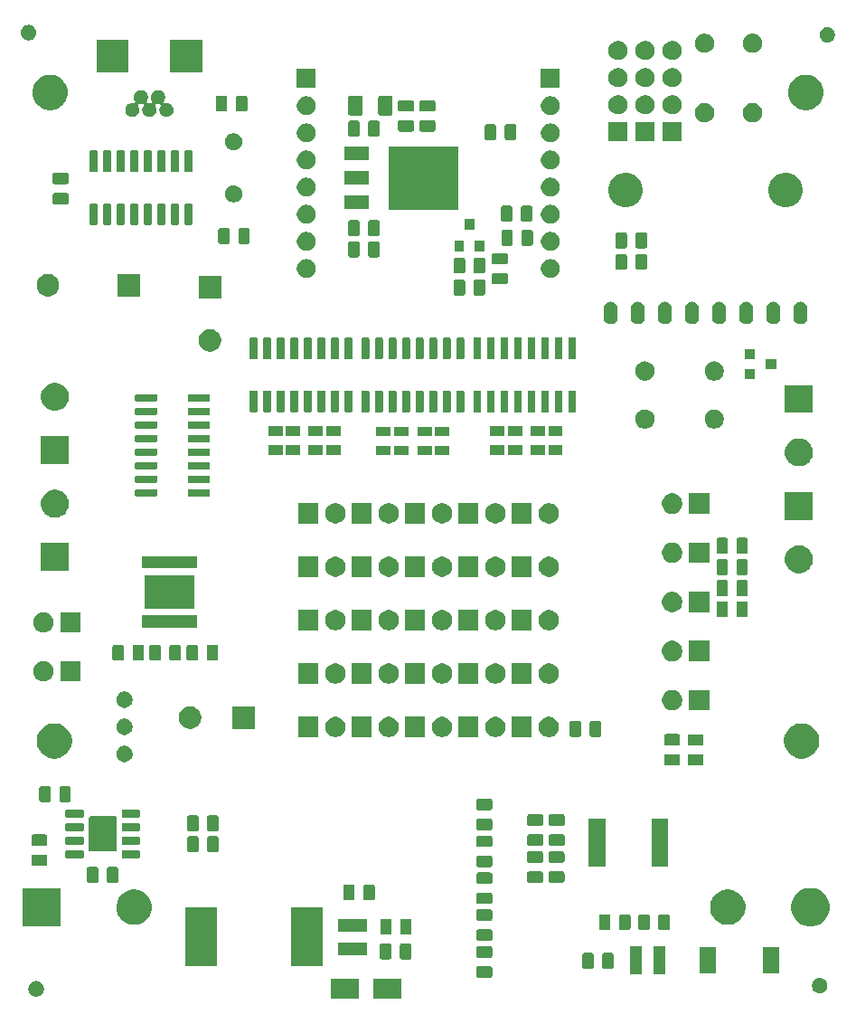
<source format=gbr>
G04 #@! TF.GenerationSoftware,KiCad,Pcbnew,(5.1.5)-3*
G04 #@! TF.CreationDate,2020-03-20T16:35:38+01:00*
G04 #@! TF.ProjectId,TrackRay_H00,54726163-6b52-4617-995f-4830302e6b69,rev?*
G04 #@! TF.SameCoordinates,Original*
G04 #@! TF.FileFunction,Soldermask,Bot*
G04 #@! TF.FilePolarity,Negative*
%FSLAX46Y46*%
G04 Gerber Fmt 4.6, Leading zero omitted, Abs format (unit mm)*
G04 Created by KiCad (PCBNEW (5.1.5)-3) date 2020-03-20 16:35:38*
%MOMM*%
%LPD*%
G04 APERTURE LIST*
%ADD10C,0.100000*%
G04 APERTURE END LIST*
D10*
G36*
X17393920Y-55717440D02*
G01*
X12898120Y-55717440D01*
X12898120Y-52710080D01*
X17393920Y-52710080D01*
X17393920Y-55717440D01*
G37*
X17393920Y-55717440D02*
X12898120Y-55717440D01*
X12898120Y-52710080D01*
X17393920Y-52710080D01*
X17393920Y-55717440D01*
G36*
X36905200Y-92365600D02*
G01*
X34303200Y-92365600D01*
X34303200Y-90463600D01*
X36905200Y-90463600D01*
X36905200Y-92365600D01*
G37*
G36*
X32905200Y-92365600D02*
G01*
X30303200Y-92365600D01*
X30303200Y-90463600D01*
X32905200Y-90463600D01*
X32905200Y-92365600D01*
G37*
G36*
X2841245Y-90689911D02*
G01*
X2911183Y-90703823D01*
X2965759Y-90726429D01*
X3042942Y-90758399D01*
X3161522Y-90837632D01*
X3262368Y-90938478D01*
X3341601Y-91057058D01*
X3373571Y-91134241D01*
X3388925Y-91171308D01*
X3396177Y-91188818D01*
X3424000Y-91328691D01*
X3424000Y-91471309D01*
X3396177Y-91611182D01*
X3341601Y-91742942D01*
X3262368Y-91861522D01*
X3161522Y-91962368D01*
X3042942Y-92041601D01*
X2965759Y-92073571D01*
X2911183Y-92096177D01*
X2841245Y-92110089D01*
X2771309Y-92124000D01*
X2628691Y-92124000D01*
X2558755Y-92110089D01*
X2488817Y-92096177D01*
X2434241Y-92073571D01*
X2357058Y-92041601D01*
X2238478Y-91962368D01*
X2137632Y-91861522D01*
X2058399Y-91742942D01*
X2003823Y-91611182D01*
X1976000Y-91471309D01*
X1976000Y-91328691D01*
X2003823Y-91188818D01*
X2011076Y-91171308D01*
X2026429Y-91134241D01*
X2058399Y-91057058D01*
X2137632Y-90938478D01*
X2238478Y-90837632D01*
X2357058Y-90758399D01*
X2434241Y-90726429D01*
X2488817Y-90703823D01*
X2558755Y-90689911D01*
X2628691Y-90676000D01*
X2771309Y-90676000D01*
X2841245Y-90689911D01*
G37*
G36*
X76241246Y-90389912D02*
G01*
X76311183Y-90403823D01*
X76365759Y-90426429D01*
X76442942Y-90458399D01*
X76561522Y-90537632D01*
X76662368Y-90638478D01*
X76741601Y-90757058D01*
X76773571Y-90834241D01*
X76796177Y-90888817D01*
X76824000Y-91028692D01*
X76824000Y-91171308D01*
X76796177Y-91311183D01*
X76773571Y-91365759D01*
X76741601Y-91442942D01*
X76662368Y-91561522D01*
X76561522Y-91662368D01*
X76442942Y-91741601D01*
X76365759Y-91773571D01*
X76311183Y-91796177D01*
X76241245Y-91810089D01*
X76171309Y-91824000D01*
X76028691Y-91824000D01*
X75958755Y-91810089D01*
X75888817Y-91796177D01*
X75834241Y-91773571D01*
X75757058Y-91741601D01*
X75638478Y-91662368D01*
X75537632Y-91561522D01*
X75458399Y-91442942D01*
X75426429Y-91365759D01*
X75403823Y-91311183D01*
X75376000Y-91171308D01*
X75376000Y-91028692D01*
X75403823Y-90888817D01*
X75426429Y-90834241D01*
X75458399Y-90757058D01*
X75537632Y-90638478D01*
X75638478Y-90537632D01*
X75757058Y-90458399D01*
X75834241Y-90426429D01*
X75888817Y-90403823D01*
X75958754Y-90389912D01*
X76028691Y-90376000D01*
X76171309Y-90376000D01*
X76241246Y-90389912D01*
G37*
G36*
X45263068Y-89301265D02*
G01*
X45301738Y-89312996D01*
X45337377Y-89332046D01*
X45368617Y-89357683D01*
X45394254Y-89388923D01*
X45413304Y-89424562D01*
X45425035Y-89463232D01*
X45429600Y-89509588D01*
X45429600Y-90160812D01*
X45425035Y-90207168D01*
X45413304Y-90245838D01*
X45394254Y-90281477D01*
X45368617Y-90312717D01*
X45337377Y-90338354D01*
X45301738Y-90357404D01*
X45263068Y-90369135D01*
X45216712Y-90373700D01*
X44140488Y-90373700D01*
X44094132Y-90369135D01*
X44055462Y-90357404D01*
X44019823Y-90338354D01*
X43988583Y-90312717D01*
X43962946Y-90281477D01*
X43943896Y-90245838D01*
X43932165Y-90207168D01*
X43927600Y-90160812D01*
X43927600Y-89509588D01*
X43932165Y-89463232D01*
X43943896Y-89424562D01*
X43962946Y-89388923D01*
X43988583Y-89357683D01*
X44019823Y-89332046D01*
X44055462Y-89312996D01*
X44094132Y-89301265D01*
X44140488Y-89296700D01*
X45216712Y-89296700D01*
X45263068Y-89301265D01*
G37*
G36*
X61650400Y-90073600D02*
G01*
X60488400Y-90073600D01*
X60488400Y-87421600D01*
X61650400Y-87421600D01*
X61650400Y-90073600D01*
G37*
G36*
X59450400Y-90073600D02*
G01*
X58288400Y-90073600D01*
X58288400Y-87421600D01*
X59450400Y-87421600D01*
X59450400Y-90073600D01*
G37*
G36*
X66406000Y-89973200D02*
G01*
X64854000Y-89973200D01*
X64854000Y-87471200D01*
X66406000Y-87471200D01*
X66406000Y-89973200D01*
G37*
G36*
X72306000Y-89973200D02*
G01*
X70754000Y-89973200D01*
X70754000Y-87471200D01*
X72306000Y-87471200D01*
X72306000Y-89973200D01*
G37*
G36*
X54755668Y-88051965D02*
G01*
X54794338Y-88063696D01*
X54829977Y-88082746D01*
X54861217Y-88108383D01*
X54886854Y-88139623D01*
X54905904Y-88175262D01*
X54917635Y-88213932D01*
X54922200Y-88260288D01*
X54922200Y-89336512D01*
X54917635Y-89382868D01*
X54905904Y-89421538D01*
X54886854Y-89457177D01*
X54861217Y-89488417D01*
X54829977Y-89514054D01*
X54794338Y-89533104D01*
X54755668Y-89544835D01*
X54709312Y-89549400D01*
X54058088Y-89549400D01*
X54011732Y-89544835D01*
X53973062Y-89533104D01*
X53937423Y-89514054D01*
X53906183Y-89488417D01*
X53880546Y-89457177D01*
X53861496Y-89421538D01*
X53849765Y-89382868D01*
X53845200Y-89336512D01*
X53845200Y-88260288D01*
X53849765Y-88213932D01*
X53861496Y-88175262D01*
X53880546Y-88139623D01*
X53906183Y-88108383D01*
X53937423Y-88082746D01*
X53973062Y-88063696D01*
X54011732Y-88051965D01*
X54058088Y-88047400D01*
X54709312Y-88047400D01*
X54755668Y-88051965D01*
G37*
G36*
X56630668Y-88051965D02*
G01*
X56669338Y-88063696D01*
X56704977Y-88082746D01*
X56736217Y-88108383D01*
X56761854Y-88139623D01*
X56780904Y-88175262D01*
X56792635Y-88213932D01*
X56797200Y-88260288D01*
X56797200Y-89336512D01*
X56792635Y-89382868D01*
X56780904Y-89421538D01*
X56761854Y-89457177D01*
X56736217Y-89488417D01*
X56704977Y-89514054D01*
X56669338Y-89533104D01*
X56630668Y-89544835D01*
X56584312Y-89549400D01*
X55933088Y-89549400D01*
X55886732Y-89544835D01*
X55848062Y-89533104D01*
X55812423Y-89514054D01*
X55781183Y-89488417D01*
X55755546Y-89457177D01*
X55736496Y-89421538D01*
X55724765Y-89382868D01*
X55720200Y-89336512D01*
X55720200Y-88260288D01*
X55724765Y-88213932D01*
X55736496Y-88175262D01*
X55755546Y-88139623D01*
X55781183Y-88108383D01*
X55812423Y-88082746D01*
X55848062Y-88063696D01*
X55886732Y-88051965D01*
X55933088Y-88047400D01*
X56584312Y-88047400D01*
X56630668Y-88051965D01*
G37*
G36*
X29539600Y-89288800D02*
G01*
X26537600Y-89288800D01*
X26537600Y-83786800D01*
X29539600Y-83786800D01*
X29539600Y-89288800D01*
G37*
G36*
X19639600Y-89288800D02*
G01*
X16637600Y-89288800D01*
X16637600Y-83786800D01*
X19639600Y-83786800D01*
X19639600Y-89288800D01*
G37*
G36*
X35807268Y-87162965D02*
G01*
X35845938Y-87174696D01*
X35881577Y-87193746D01*
X35912817Y-87219383D01*
X35938454Y-87250623D01*
X35957504Y-87286262D01*
X35969235Y-87324932D01*
X35973800Y-87371288D01*
X35973800Y-88447512D01*
X35969235Y-88493868D01*
X35957504Y-88532538D01*
X35938454Y-88568177D01*
X35912817Y-88599417D01*
X35881577Y-88625054D01*
X35845938Y-88644104D01*
X35807268Y-88655835D01*
X35760912Y-88660400D01*
X35109688Y-88660400D01*
X35063332Y-88655835D01*
X35024662Y-88644104D01*
X34989023Y-88625054D01*
X34957783Y-88599417D01*
X34932146Y-88568177D01*
X34913096Y-88532538D01*
X34901365Y-88493868D01*
X34896800Y-88447512D01*
X34896800Y-87371288D01*
X34901365Y-87324932D01*
X34913096Y-87286262D01*
X34932146Y-87250623D01*
X34957783Y-87219383D01*
X34989023Y-87193746D01*
X35024662Y-87174696D01*
X35063332Y-87162965D01*
X35109688Y-87158400D01*
X35760912Y-87158400D01*
X35807268Y-87162965D01*
G37*
G36*
X37682268Y-87162965D02*
G01*
X37720938Y-87174696D01*
X37756577Y-87193746D01*
X37787817Y-87219383D01*
X37813454Y-87250623D01*
X37832504Y-87286262D01*
X37844235Y-87324932D01*
X37848800Y-87371288D01*
X37848800Y-88447512D01*
X37844235Y-88493868D01*
X37832504Y-88532538D01*
X37813454Y-88568177D01*
X37787817Y-88599417D01*
X37756577Y-88625054D01*
X37720938Y-88644104D01*
X37682268Y-88655835D01*
X37635912Y-88660400D01*
X36984688Y-88660400D01*
X36938332Y-88655835D01*
X36899662Y-88644104D01*
X36864023Y-88625054D01*
X36832783Y-88599417D01*
X36807146Y-88568177D01*
X36788096Y-88532538D01*
X36776365Y-88493868D01*
X36771800Y-88447512D01*
X36771800Y-87371288D01*
X36776365Y-87324932D01*
X36788096Y-87286262D01*
X36807146Y-87250623D01*
X36832783Y-87219383D01*
X36864023Y-87193746D01*
X36899662Y-87174696D01*
X36938332Y-87162965D01*
X36984688Y-87158400D01*
X37635912Y-87158400D01*
X37682268Y-87162965D01*
G37*
G36*
X45263068Y-87426265D02*
G01*
X45301738Y-87437996D01*
X45337377Y-87457046D01*
X45368617Y-87482683D01*
X45394254Y-87513923D01*
X45413304Y-87549562D01*
X45425035Y-87588232D01*
X45429600Y-87634588D01*
X45429600Y-88285812D01*
X45425035Y-88332168D01*
X45413304Y-88370838D01*
X45394254Y-88406477D01*
X45368617Y-88437717D01*
X45337377Y-88463354D01*
X45301738Y-88482404D01*
X45263068Y-88494135D01*
X45216712Y-88498700D01*
X44140488Y-88498700D01*
X44094132Y-88494135D01*
X44055462Y-88482404D01*
X44019823Y-88463354D01*
X43988583Y-88437717D01*
X43962946Y-88406477D01*
X43943896Y-88370838D01*
X43932165Y-88332168D01*
X43927600Y-88285812D01*
X43927600Y-87634588D01*
X43932165Y-87588232D01*
X43943896Y-87549562D01*
X43962946Y-87513923D01*
X43988583Y-87482683D01*
X44019823Y-87457046D01*
X44055462Y-87437996D01*
X44094132Y-87426265D01*
X44140488Y-87421700D01*
X45216712Y-87421700D01*
X45263068Y-87426265D01*
G37*
G36*
X33660200Y-88269600D02*
G01*
X31008200Y-88269600D01*
X31008200Y-87107600D01*
X33660200Y-87107600D01*
X33660200Y-88269600D01*
G37*
G36*
X45263068Y-85846865D02*
G01*
X45301738Y-85858596D01*
X45337377Y-85877646D01*
X45368617Y-85903283D01*
X45394254Y-85934523D01*
X45413304Y-85970162D01*
X45425035Y-86008832D01*
X45429600Y-86055188D01*
X45429600Y-86706412D01*
X45425035Y-86752768D01*
X45413304Y-86791438D01*
X45394254Y-86827077D01*
X45368617Y-86858317D01*
X45337377Y-86883954D01*
X45301738Y-86903004D01*
X45263068Y-86914735D01*
X45216712Y-86919300D01*
X44140488Y-86919300D01*
X44094132Y-86914735D01*
X44055462Y-86903004D01*
X44019823Y-86883954D01*
X43988583Y-86858317D01*
X43962946Y-86827077D01*
X43943896Y-86791438D01*
X43932165Y-86752768D01*
X43927600Y-86706412D01*
X43927600Y-86055188D01*
X43932165Y-86008832D01*
X43943896Y-85970162D01*
X43962946Y-85934523D01*
X43988583Y-85903283D01*
X44019823Y-85877646D01*
X44055462Y-85858596D01*
X44094132Y-85846865D01*
X44140488Y-85842300D01*
X45216712Y-85842300D01*
X45263068Y-85846865D01*
G37*
G36*
X35832668Y-84851565D02*
G01*
X35871338Y-84863296D01*
X35906977Y-84882346D01*
X35938217Y-84907983D01*
X35963854Y-84939223D01*
X35982904Y-84974862D01*
X35994635Y-85013532D01*
X35999200Y-85059888D01*
X35999200Y-86136112D01*
X35994635Y-86182468D01*
X35982904Y-86221138D01*
X35963854Y-86256777D01*
X35938217Y-86288017D01*
X35906977Y-86313654D01*
X35871338Y-86332704D01*
X35832668Y-86344435D01*
X35786312Y-86349000D01*
X35135088Y-86349000D01*
X35088732Y-86344435D01*
X35050062Y-86332704D01*
X35014423Y-86313654D01*
X34983183Y-86288017D01*
X34957546Y-86256777D01*
X34938496Y-86221138D01*
X34926765Y-86182468D01*
X34922200Y-86136112D01*
X34922200Y-85059888D01*
X34926765Y-85013532D01*
X34938496Y-84974862D01*
X34957546Y-84939223D01*
X34983183Y-84907983D01*
X35014423Y-84882346D01*
X35050062Y-84863296D01*
X35088732Y-84851565D01*
X35135088Y-84847000D01*
X35786312Y-84847000D01*
X35832668Y-84851565D01*
G37*
G36*
X37707668Y-84851565D02*
G01*
X37746338Y-84863296D01*
X37781977Y-84882346D01*
X37813217Y-84907983D01*
X37838854Y-84939223D01*
X37857904Y-84974862D01*
X37869635Y-85013532D01*
X37874200Y-85059888D01*
X37874200Y-86136112D01*
X37869635Y-86182468D01*
X37857904Y-86221138D01*
X37838854Y-86256777D01*
X37813217Y-86288017D01*
X37781977Y-86313654D01*
X37746338Y-86332704D01*
X37707668Y-86344435D01*
X37661312Y-86349000D01*
X37010088Y-86349000D01*
X36963732Y-86344435D01*
X36925062Y-86332704D01*
X36889423Y-86313654D01*
X36858183Y-86288017D01*
X36832546Y-86256777D01*
X36813496Y-86221138D01*
X36801765Y-86182468D01*
X36797200Y-86136112D01*
X36797200Y-85059888D01*
X36801765Y-85013532D01*
X36813496Y-84974862D01*
X36832546Y-84939223D01*
X36858183Y-84907983D01*
X36889423Y-84882346D01*
X36925062Y-84863296D01*
X36963732Y-84851565D01*
X37010088Y-84847000D01*
X37661312Y-84847000D01*
X37707668Y-84851565D01*
G37*
G36*
X33660200Y-86069600D02*
G01*
X31008200Y-86069600D01*
X31008200Y-84907600D01*
X33660200Y-84907600D01*
X33660200Y-86069600D01*
G37*
G36*
X56330468Y-84419765D02*
G01*
X56369138Y-84431496D01*
X56404777Y-84450546D01*
X56436017Y-84476183D01*
X56461654Y-84507423D01*
X56480704Y-84543062D01*
X56492435Y-84581732D01*
X56497000Y-84628088D01*
X56497000Y-85704312D01*
X56492435Y-85750668D01*
X56480704Y-85789338D01*
X56461654Y-85824977D01*
X56436017Y-85856217D01*
X56404777Y-85881854D01*
X56369138Y-85900904D01*
X56330468Y-85912635D01*
X56284112Y-85917200D01*
X55632888Y-85917200D01*
X55586532Y-85912635D01*
X55547862Y-85900904D01*
X55512223Y-85881854D01*
X55480983Y-85856217D01*
X55455346Y-85824977D01*
X55436296Y-85789338D01*
X55424565Y-85750668D01*
X55420000Y-85704312D01*
X55420000Y-84628088D01*
X55424565Y-84581732D01*
X55436296Y-84543062D01*
X55455346Y-84507423D01*
X55480983Y-84476183D01*
X55512223Y-84450546D01*
X55547862Y-84431496D01*
X55586532Y-84419765D01*
X55632888Y-84415200D01*
X56284112Y-84415200D01*
X56330468Y-84419765D01*
G37*
G36*
X58205468Y-84419765D02*
G01*
X58244138Y-84431496D01*
X58279777Y-84450546D01*
X58311017Y-84476183D01*
X58336654Y-84507423D01*
X58355704Y-84543062D01*
X58367435Y-84581732D01*
X58372000Y-84628088D01*
X58372000Y-85704312D01*
X58367435Y-85750668D01*
X58355704Y-85789338D01*
X58336654Y-85824977D01*
X58311017Y-85856217D01*
X58279777Y-85881854D01*
X58244138Y-85900904D01*
X58205468Y-85912635D01*
X58159112Y-85917200D01*
X57507888Y-85917200D01*
X57461532Y-85912635D01*
X57422862Y-85900904D01*
X57387223Y-85881854D01*
X57355983Y-85856217D01*
X57330346Y-85824977D01*
X57311296Y-85789338D01*
X57299565Y-85750668D01*
X57295000Y-85704312D01*
X57295000Y-84628088D01*
X57299565Y-84581732D01*
X57311296Y-84543062D01*
X57330346Y-84507423D01*
X57355983Y-84476183D01*
X57387223Y-84450546D01*
X57422862Y-84431496D01*
X57461532Y-84419765D01*
X57507888Y-84415200D01*
X58159112Y-84415200D01*
X58205468Y-84419765D01*
G37*
G36*
X61888468Y-84419765D02*
G01*
X61927138Y-84431496D01*
X61962777Y-84450546D01*
X61994017Y-84476183D01*
X62019654Y-84507423D01*
X62038704Y-84543062D01*
X62050435Y-84581732D01*
X62055000Y-84628088D01*
X62055000Y-85704312D01*
X62050435Y-85750668D01*
X62038704Y-85789338D01*
X62019654Y-85824977D01*
X61994017Y-85856217D01*
X61962777Y-85881854D01*
X61927138Y-85900904D01*
X61888468Y-85912635D01*
X61842112Y-85917200D01*
X61190888Y-85917200D01*
X61144532Y-85912635D01*
X61105862Y-85900904D01*
X61070223Y-85881854D01*
X61038983Y-85856217D01*
X61013346Y-85824977D01*
X60994296Y-85789338D01*
X60982565Y-85750668D01*
X60978000Y-85704312D01*
X60978000Y-84628088D01*
X60982565Y-84581732D01*
X60994296Y-84543062D01*
X61013346Y-84507423D01*
X61038983Y-84476183D01*
X61070223Y-84450546D01*
X61105862Y-84431496D01*
X61144532Y-84419765D01*
X61190888Y-84415200D01*
X61842112Y-84415200D01*
X61888468Y-84419765D01*
G37*
G36*
X60013468Y-84419765D02*
G01*
X60052138Y-84431496D01*
X60087777Y-84450546D01*
X60119017Y-84476183D01*
X60144654Y-84507423D01*
X60163704Y-84543062D01*
X60175435Y-84581732D01*
X60180000Y-84628088D01*
X60180000Y-85704312D01*
X60175435Y-85750668D01*
X60163704Y-85789338D01*
X60144654Y-85824977D01*
X60119017Y-85856217D01*
X60087777Y-85881854D01*
X60052138Y-85900904D01*
X60013468Y-85912635D01*
X59967112Y-85917200D01*
X59315888Y-85917200D01*
X59269532Y-85912635D01*
X59230862Y-85900904D01*
X59195223Y-85881854D01*
X59163983Y-85856217D01*
X59138346Y-85824977D01*
X59119296Y-85789338D01*
X59107565Y-85750668D01*
X59103000Y-85704312D01*
X59103000Y-84628088D01*
X59107565Y-84581732D01*
X59119296Y-84543062D01*
X59138346Y-84507423D01*
X59163983Y-84476183D01*
X59195223Y-84450546D01*
X59230862Y-84431496D01*
X59269532Y-84419765D01*
X59315888Y-84415200D01*
X59967112Y-84415200D01*
X60013468Y-84419765D01*
G37*
G36*
X5026800Y-85570200D02*
G01*
X1424800Y-85570200D01*
X1424800Y-81968200D01*
X5026800Y-81968200D01*
X5026800Y-85570200D01*
G37*
G36*
X75751131Y-82037411D02*
G01*
X76078892Y-82173174D01*
X76373870Y-82370272D01*
X76624728Y-82621130D01*
X76821826Y-82916108D01*
X76957589Y-83243869D01*
X77026800Y-83591816D01*
X77026800Y-83946584D01*
X76957589Y-84294531D01*
X76821826Y-84622292D01*
X76624728Y-84917270D01*
X76373870Y-85168128D01*
X76078892Y-85365226D01*
X75751131Y-85500989D01*
X75403184Y-85570200D01*
X75048416Y-85570200D01*
X74700469Y-85500989D01*
X74372708Y-85365226D01*
X74077730Y-85168128D01*
X73826872Y-84917270D01*
X73629774Y-84622292D01*
X73494011Y-84294531D01*
X73424800Y-83946584D01*
X73424800Y-83591816D01*
X73494011Y-83243869D01*
X73629774Y-82916108D01*
X73826872Y-82621130D01*
X74077730Y-82370272D01*
X74372708Y-82173174D01*
X74700469Y-82037411D01*
X75048416Y-81968200D01*
X75403184Y-81968200D01*
X75751131Y-82037411D01*
G37*
G36*
X12246056Y-82160498D02*
G01*
X12352379Y-82181647D01*
X12652842Y-82306103D01*
X12923251Y-82486785D01*
X13153215Y-82716749D01*
X13313524Y-82956668D01*
X13333898Y-82987160D01*
X13370350Y-83075163D01*
X13390248Y-83123200D01*
X13458353Y-83287622D01*
X13521800Y-83606589D01*
X13521800Y-83931811D01*
X13502610Y-84028283D01*
X13458353Y-84250779D01*
X13388357Y-84419765D01*
X13340682Y-84534863D01*
X13333897Y-84551242D01*
X13153215Y-84821651D01*
X12923251Y-85051615D01*
X12652842Y-85232297D01*
X12352379Y-85356753D01*
X12309787Y-85365225D01*
X12033411Y-85420200D01*
X11708189Y-85420200D01*
X11431813Y-85365225D01*
X11389221Y-85356753D01*
X11088758Y-85232297D01*
X10818349Y-85051615D01*
X10588385Y-84821651D01*
X10407703Y-84551242D01*
X10400919Y-84534863D01*
X10353243Y-84419765D01*
X10283247Y-84250779D01*
X10238990Y-84028283D01*
X10219800Y-83931811D01*
X10219800Y-83606589D01*
X10283247Y-83287622D01*
X10351353Y-83123200D01*
X10371250Y-83075163D01*
X10407702Y-82987160D01*
X10428076Y-82956668D01*
X10588385Y-82716749D01*
X10818349Y-82486785D01*
X11088758Y-82306103D01*
X11389221Y-82181647D01*
X11495544Y-82160498D01*
X11708189Y-82118200D01*
X12033411Y-82118200D01*
X12246056Y-82160498D01*
G37*
G36*
X67856056Y-82160498D02*
G01*
X67962379Y-82181647D01*
X68262842Y-82306103D01*
X68533251Y-82486785D01*
X68763215Y-82716749D01*
X68923524Y-82956668D01*
X68943898Y-82987160D01*
X68980350Y-83075163D01*
X69000248Y-83123200D01*
X69068353Y-83287622D01*
X69131800Y-83606589D01*
X69131800Y-83931811D01*
X69112610Y-84028283D01*
X69068353Y-84250779D01*
X68998357Y-84419765D01*
X68950682Y-84534863D01*
X68943897Y-84551242D01*
X68763215Y-84821651D01*
X68533251Y-85051615D01*
X68262842Y-85232297D01*
X67962379Y-85356753D01*
X67919787Y-85365225D01*
X67643411Y-85420200D01*
X67318189Y-85420200D01*
X67041813Y-85365225D01*
X66999221Y-85356753D01*
X66698758Y-85232297D01*
X66428349Y-85051615D01*
X66198385Y-84821651D01*
X66017703Y-84551242D01*
X66010919Y-84534863D01*
X65963243Y-84419765D01*
X65893247Y-84250779D01*
X65848990Y-84028283D01*
X65829800Y-83931811D01*
X65829800Y-83606589D01*
X65893247Y-83287622D01*
X65961353Y-83123200D01*
X65981250Y-83075163D01*
X66017702Y-82987160D01*
X66038076Y-82956668D01*
X66198385Y-82716749D01*
X66428349Y-82486785D01*
X66698758Y-82306103D01*
X66999221Y-82181647D01*
X67105544Y-82160498D01*
X67318189Y-82118200D01*
X67643411Y-82118200D01*
X67856056Y-82160498D01*
G37*
G36*
X45263068Y-83971865D02*
G01*
X45301738Y-83983596D01*
X45337377Y-84002646D01*
X45368617Y-84028283D01*
X45394254Y-84059523D01*
X45413304Y-84095162D01*
X45425035Y-84133832D01*
X45429600Y-84180188D01*
X45429600Y-84831412D01*
X45425035Y-84877768D01*
X45413304Y-84916438D01*
X45394254Y-84952077D01*
X45368617Y-84983317D01*
X45337377Y-85008954D01*
X45301738Y-85028004D01*
X45263068Y-85039735D01*
X45216712Y-85044300D01*
X44140488Y-85044300D01*
X44094132Y-85039735D01*
X44055462Y-85028004D01*
X44019823Y-85008954D01*
X43988583Y-84983317D01*
X43962946Y-84952077D01*
X43943896Y-84916438D01*
X43932165Y-84877768D01*
X43927600Y-84831412D01*
X43927600Y-84180188D01*
X43932165Y-84133832D01*
X43943896Y-84095162D01*
X43962946Y-84059523D01*
X43988583Y-84028283D01*
X44019823Y-84002646D01*
X44055462Y-83983596D01*
X44094132Y-83971865D01*
X44140488Y-83967300D01*
X45216712Y-83967300D01*
X45263068Y-83971865D01*
G37*
G36*
X45263068Y-82394765D02*
G01*
X45301738Y-82406496D01*
X45337377Y-82425546D01*
X45368617Y-82451183D01*
X45394254Y-82482423D01*
X45413304Y-82518062D01*
X45425035Y-82556732D01*
X45429600Y-82603088D01*
X45429600Y-83254312D01*
X45425035Y-83300668D01*
X45413304Y-83339338D01*
X45394254Y-83374977D01*
X45368617Y-83406217D01*
X45337377Y-83431854D01*
X45301738Y-83450904D01*
X45263068Y-83462635D01*
X45216712Y-83467200D01*
X44140488Y-83467200D01*
X44094132Y-83462635D01*
X44055462Y-83450904D01*
X44019823Y-83431854D01*
X43988583Y-83406217D01*
X43962946Y-83374977D01*
X43943896Y-83339338D01*
X43932165Y-83300668D01*
X43927600Y-83254312D01*
X43927600Y-82603088D01*
X43932165Y-82556732D01*
X43943896Y-82518062D01*
X43962946Y-82482423D01*
X43988583Y-82451183D01*
X44019823Y-82425546D01*
X44055462Y-82406496D01*
X44094132Y-82394765D01*
X44140488Y-82390200D01*
X45216712Y-82390200D01*
X45263068Y-82394765D01*
G37*
G36*
X32378268Y-81625765D02*
G01*
X32416938Y-81637496D01*
X32452577Y-81656546D01*
X32483817Y-81682183D01*
X32509454Y-81713423D01*
X32528504Y-81749062D01*
X32540235Y-81787732D01*
X32544800Y-81834088D01*
X32544800Y-82910312D01*
X32540235Y-82956668D01*
X32528504Y-82995338D01*
X32509454Y-83030977D01*
X32483817Y-83062217D01*
X32452577Y-83087854D01*
X32416938Y-83106904D01*
X32378268Y-83118635D01*
X32331912Y-83123200D01*
X31680688Y-83123200D01*
X31634332Y-83118635D01*
X31595662Y-83106904D01*
X31560023Y-83087854D01*
X31528783Y-83062217D01*
X31503146Y-83030977D01*
X31484096Y-82995338D01*
X31472365Y-82956668D01*
X31467800Y-82910312D01*
X31467800Y-81834088D01*
X31472365Y-81787732D01*
X31484096Y-81749062D01*
X31503146Y-81713423D01*
X31528783Y-81682183D01*
X31560023Y-81656546D01*
X31595662Y-81637496D01*
X31634332Y-81625765D01*
X31680688Y-81621200D01*
X32331912Y-81621200D01*
X32378268Y-81625765D01*
G37*
G36*
X34253268Y-81625765D02*
G01*
X34291938Y-81637496D01*
X34327577Y-81656546D01*
X34358817Y-81682183D01*
X34384454Y-81713423D01*
X34403504Y-81749062D01*
X34415235Y-81787732D01*
X34419800Y-81834088D01*
X34419800Y-82910312D01*
X34415235Y-82956668D01*
X34403504Y-82995338D01*
X34384454Y-83030977D01*
X34358817Y-83062217D01*
X34327577Y-83087854D01*
X34291938Y-83106904D01*
X34253268Y-83118635D01*
X34206912Y-83123200D01*
X33555688Y-83123200D01*
X33509332Y-83118635D01*
X33470662Y-83106904D01*
X33435023Y-83087854D01*
X33403783Y-83062217D01*
X33378146Y-83030977D01*
X33359096Y-82995338D01*
X33347365Y-82956668D01*
X33342800Y-82910312D01*
X33342800Y-81834088D01*
X33347365Y-81787732D01*
X33359096Y-81749062D01*
X33378146Y-81713423D01*
X33403783Y-81682183D01*
X33435023Y-81656546D01*
X33470662Y-81637496D01*
X33509332Y-81625765D01*
X33555688Y-81621200D01*
X34206912Y-81621200D01*
X34253268Y-81625765D01*
G37*
G36*
X45263068Y-80519765D02*
G01*
X45301738Y-80531496D01*
X45337377Y-80550546D01*
X45368617Y-80576183D01*
X45394254Y-80607423D01*
X45413304Y-80643062D01*
X45425035Y-80681732D01*
X45429600Y-80728088D01*
X45429600Y-81379312D01*
X45425035Y-81425668D01*
X45413304Y-81464338D01*
X45394254Y-81499977D01*
X45368617Y-81531217D01*
X45337377Y-81556854D01*
X45301738Y-81575904D01*
X45263068Y-81587635D01*
X45216712Y-81592200D01*
X44140488Y-81592200D01*
X44094132Y-81587635D01*
X44055462Y-81575904D01*
X44019823Y-81556854D01*
X43988583Y-81531217D01*
X43962946Y-81499977D01*
X43943896Y-81464338D01*
X43932165Y-81425668D01*
X43927600Y-81379312D01*
X43927600Y-80728088D01*
X43932165Y-80681732D01*
X43943896Y-80643062D01*
X43962946Y-80607423D01*
X43988583Y-80576183D01*
X44019823Y-80550546D01*
X44055462Y-80531496D01*
X44094132Y-80519765D01*
X44140488Y-80515200D01*
X45216712Y-80515200D01*
X45263068Y-80519765D01*
G37*
G36*
X8349868Y-80000165D02*
G01*
X8388538Y-80011896D01*
X8424177Y-80030946D01*
X8455417Y-80056583D01*
X8481054Y-80087823D01*
X8500104Y-80123462D01*
X8511835Y-80162132D01*
X8516400Y-80208488D01*
X8516400Y-81284712D01*
X8511835Y-81331068D01*
X8500104Y-81369738D01*
X8481054Y-81405377D01*
X8455417Y-81436617D01*
X8424177Y-81462254D01*
X8388538Y-81481304D01*
X8349868Y-81493035D01*
X8303512Y-81497600D01*
X7652288Y-81497600D01*
X7605932Y-81493035D01*
X7567262Y-81481304D01*
X7531623Y-81462254D01*
X7500383Y-81436617D01*
X7474746Y-81405377D01*
X7455696Y-81369738D01*
X7443965Y-81331068D01*
X7439400Y-81284712D01*
X7439400Y-80208488D01*
X7443965Y-80162132D01*
X7455696Y-80123462D01*
X7474746Y-80087823D01*
X7500383Y-80056583D01*
X7531623Y-80030946D01*
X7567262Y-80011896D01*
X7605932Y-80000165D01*
X7652288Y-79995600D01*
X8303512Y-79995600D01*
X8349868Y-80000165D01*
G37*
G36*
X10224868Y-80000165D02*
G01*
X10263538Y-80011896D01*
X10299177Y-80030946D01*
X10330417Y-80056583D01*
X10356054Y-80087823D01*
X10375104Y-80123462D01*
X10386835Y-80162132D01*
X10391400Y-80208488D01*
X10391400Y-81284712D01*
X10386835Y-81331068D01*
X10375104Y-81369738D01*
X10356054Y-81405377D01*
X10330417Y-81436617D01*
X10299177Y-81462254D01*
X10263538Y-81481304D01*
X10224868Y-81493035D01*
X10178512Y-81497600D01*
X9527288Y-81497600D01*
X9480932Y-81493035D01*
X9442262Y-81481304D01*
X9406623Y-81462254D01*
X9375383Y-81436617D01*
X9349746Y-81405377D01*
X9330696Y-81369738D01*
X9318965Y-81331068D01*
X9314400Y-81284712D01*
X9314400Y-80208488D01*
X9318965Y-80162132D01*
X9330696Y-80123462D01*
X9349746Y-80087823D01*
X9375383Y-80056583D01*
X9406623Y-80030946D01*
X9442262Y-80011896D01*
X9480932Y-80000165D01*
X9527288Y-79995600D01*
X10178512Y-79995600D01*
X10224868Y-80000165D01*
G37*
G36*
X50012868Y-80413565D02*
G01*
X50051538Y-80425296D01*
X50087177Y-80444346D01*
X50118417Y-80469983D01*
X50144054Y-80501223D01*
X50163104Y-80536862D01*
X50174835Y-80575532D01*
X50179400Y-80621888D01*
X50179400Y-81273112D01*
X50174835Y-81319468D01*
X50163104Y-81358138D01*
X50144054Y-81393777D01*
X50118417Y-81425017D01*
X50087177Y-81450654D01*
X50051538Y-81469704D01*
X50012868Y-81481435D01*
X49966512Y-81486000D01*
X48890288Y-81486000D01*
X48843932Y-81481435D01*
X48805262Y-81469704D01*
X48769623Y-81450654D01*
X48738383Y-81425017D01*
X48712746Y-81393777D01*
X48693696Y-81358138D01*
X48681965Y-81319468D01*
X48677400Y-81273112D01*
X48677400Y-80621888D01*
X48681965Y-80575532D01*
X48693696Y-80536862D01*
X48712746Y-80501223D01*
X48738383Y-80469983D01*
X48769623Y-80444346D01*
X48805262Y-80425296D01*
X48843932Y-80413565D01*
X48890288Y-80409000D01*
X49966512Y-80409000D01*
X50012868Y-80413565D01*
G37*
G36*
X52025068Y-80407165D02*
G01*
X52063738Y-80418896D01*
X52099377Y-80437946D01*
X52130617Y-80463583D01*
X52156254Y-80494823D01*
X52175304Y-80530462D01*
X52187035Y-80569132D01*
X52191600Y-80615488D01*
X52191600Y-81266712D01*
X52187035Y-81313068D01*
X52175304Y-81351738D01*
X52156254Y-81387377D01*
X52130617Y-81418617D01*
X52099377Y-81444254D01*
X52063738Y-81463304D01*
X52025068Y-81475035D01*
X51978712Y-81479600D01*
X50902488Y-81479600D01*
X50856132Y-81475035D01*
X50817462Y-81463304D01*
X50781823Y-81444254D01*
X50750583Y-81418617D01*
X50724946Y-81387377D01*
X50705896Y-81351738D01*
X50694165Y-81313068D01*
X50689600Y-81266712D01*
X50689600Y-80615488D01*
X50694165Y-80569132D01*
X50705896Y-80530462D01*
X50724946Y-80494823D01*
X50750583Y-80463583D01*
X50781823Y-80437946D01*
X50817462Y-80418896D01*
X50856132Y-80407165D01*
X50902488Y-80402600D01*
X51978712Y-80402600D01*
X52025068Y-80407165D01*
G37*
G36*
X45263068Y-78940365D02*
G01*
X45301738Y-78952096D01*
X45337377Y-78971146D01*
X45368617Y-78996783D01*
X45394254Y-79028023D01*
X45413304Y-79063662D01*
X45425035Y-79102332D01*
X45429600Y-79148688D01*
X45429600Y-79799912D01*
X45425035Y-79846268D01*
X45413304Y-79884938D01*
X45394254Y-79920577D01*
X45368617Y-79951817D01*
X45337377Y-79977454D01*
X45301738Y-79996504D01*
X45263068Y-80008235D01*
X45216712Y-80012800D01*
X44140488Y-80012800D01*
X44094132Y-80008235D01*
X44055462Y-79996504D01*
X44019823Y-79977454D01*
X43988583Y-79951817D01*
X43962946Y-79920577D01*
X43943896Y-79884938D01*
X43932165Y-79846268D01*
X43927600Y-79799912D01*
X43927600Y-79148688D01*
X43932165Y-79102332D01*
X43943896Y-79063662D01*
X43962946Y-79028023D01*
X43988583Y-78996783D01*
X44019823Y-78971146D01*
X44055462Y-78952096D01*
X44094132Y-78940365D01*
X44140488Y-78935800D01*
X45216712Y-78935800D01*
X45263068Y-78940365D01*
G37*
G36*
X61917400Y-79950000D02*
G01*
X60365400Y-79950000D01*
X60365400Y-75498000D01*
X61917400Y-75498000D01*
X61917400Y-79950000D01*
G37*
G36*
X56017400Y-79950000D02*
G01*
X54465400Y-79950000D01*
X54465400Y-75498000D01*
X56017400Y-75498000D01*
X56017400Y-79950000D01*
G37*
G36*
X3581668Y-78838765D02*
G01*
X3620338Y-78850496D01*
X3655977Y-78869546D01*
X3687217Y-78895183D01*
X3712854Y-78926423D01*
X3731904Y-78962062D01*
X3743635Y-79000732D01*
X3748200Y-79047088D01*
X3748200Y-79698312D01*
X3743635Y-79744668D01*
X3731904Y-79783338D01*
X3712854Y-79818977D01*
X3687217Y-79850217D01*
X3655977Y-79875854D01*
X3620338Y-79894904D01*
X3581668Y-79906635D01*
X3535312Y-79911200D01*
X2459088Y-79911200D01*
X2412732Y-79906635D01*
X2374062Y-79894904D01*
X2338423Y-79875854D01*
X2307183Y-79850217D01*
X2281546Y-79818977D01*
X2262496Y-79783338D01*
X2250765Y-79744668D01*
X2246200Y-79698312D01*
X2246200Y-79047088D01*
X2250765Y-79000732D01*
X2262496Y-78962062D01*
X2281546Y-78926423D01*
X2307183Y-78895183D01*
X2338423Y-78869546D01*
X2374062Y-78850496D01*
X2412732Y-78838765D01*
X2459088Y-78834200D01*
X3535312Y-78834200D01*
X3581668Y-78838765D01*
G37*
G36*
X50012868Y-78538565D02*
G01*
X50051538Y-78550296D01*
X50087177Y-78569346D01*
X50118417Y-78594983D01*
X50144054Y-78626223D01*
X50163104Y-78661862D01*
X50174835Y-78700532D01*
X50179400Y-78746888D01*
X50179400Y-79398112D01*
X50174835Y-79444468D01*
X50163104Y-79483138D01*
X50144054Y-79518777D01*
X50118417Y-79550017D01*
X50087177Y-79575654D01*
X50051538Y-79594704D01*
X50012868Y-79606435D01*
X49966512Y-79611000D01*
X48890288Y-79611000D01*
X48843932Y-79606435D01*
X48805262Y-79594704D01*
X48769623Y-79575654D01*
X48738383Y-79550017D01*
X48712746Y-79518777D01*
X48693696Y-79483138D01*
X48681965Y-79444468D01*
X48677400Y-79398112D01*
X48677400Y-78746888D01*
X48681965Y-78700532D01*
X48693696Y-78661862D01*
X48712746Y-78626223D01*
X48738383Y-78594983D01*
X48769623Y-78569346D01*
X48805262Y-78550296D01*
X48843932Y-78538565D01*
X48890288Y-78534000D01*
X49966512Y-78534000D01*
X50012868Y-78538565D01*
G37*
G36*
X52025068Y-78532165D02*
G01*
X52063738Y-78543896D01*
X52099377Y-78562946D01*
X52130617Y-78588583D01*
X52156254Y-78619823D01*
X52175304Y-78655462D01*
X52187035Y-78694132D01*
X52191600Y-78740488D01*
X52191600Y-79391712D01*
X52187035Y-79438068D01*
X52175304Y-79476738D01*
X52156254Y-79512377D01*
X52130617Y-79543617D01*
X52099377Y-79569254D01*
X52063738Y-79588304D01*
X52025068Y-79600035D01*
X51978712Y-79604600D01*
X50902488Y-79604600D01*
X50856132Y-79600035D01*
X50817462Y-79588304D01*
X50781823Y-79569254D01*
X50750583Y-79543617D01*
X50724946Y-79512377D01*
X50705896Y-79476738D01*
X50694165Y-79438068D01*
X50689600Y-79391712D01*
X50689600Y-78740488D01*
X50694165Y-78694132D01*
X50705896Y-78655462D01*
X50724946Y-78619823D01*
X50750583Y-78588583D01*
X50781823Y-78562946D01*
X50817462Y-78543896D01*
X50856132Y-78532165D01*
X50902488Y-78527600D01*
X51978712Y-78527600D01*
X52025068Y-78532165D01*
G37*
G36*
X12350728Y-78467964D02*
G01*
X12371809Y-78474360D01*
X12391245Y-78484748D01*
X12408276Y-78498724D01*
X12422252Y-78515755D01*
X12432640Y-78535191D01*
X12439036Y-78556272D01*
X12441800Y-78584340D01*
X12441800Y-79048060D01*
X12439036Y-79076128D01*
X12432640Y-79097209D01*
X12422252Y-79116645D01*
X12408276Y-79133676D01*
X12391245Y-79147652D01*
X12371809Y-79158040D01*
X12350728Y-79164436D01*
X12322660Y-79167200D01*
X10833940Y-79167200D01*
X10805872Y-79164436D01*
X10784791Y-79158040D01*
X10765355Y-79147652D01*
X10748324Y-79133676D01*
X10734348Y-79116645D01*
X10723960Y-79097209D01*
X10717564Y-79076128D01*
X10714800Y-79048060D01*
X10714800Y-78584340D01*
X10717564Y-78556272D01*
X10723960Y-78535191D01*
X10734348Y-78515755D01*
X10748324Y-78498724D01*
X10765355Y-78484748D01*
X10784791Y-78474360D01*
X10805872Y-78467964D01*
X10833940Y-78465200D01*
X12322660Y-78465200D01*
X12350728Y-78467964D01*
G37*
G36*
X7075728Y-78467964D02*
G01*
X7096809Y-78474360D01*
X7116245Y-78484748D01*
X7133276Y-78498724D01*
X7147252Y-78515755D01*
X7157640Y-78535191D01*
X7164036Y-78556272D01*
X7166800Y-78584340D01*
X7166800Y-79048060D01*
X7164036Y-79076128D01*
X7157640Y-79097209D01*
X7147252Y-79116645D01*
X7133276Y-79133676D01*
X7116245Y-79147652D01*
X7096809Y-79158040D01*
X7075728Y-79164436D01*
X7047660Y-79167200D01*
X5558940Y-79167200D01*
X5530872Y-79164436D01*
X5509791Y-79158040D01*
X5490355Y-79147652D01*
X5473324Y-79133676D01*
X5459348Y-79116645D01*
X5448960Y-79097209D01*
X5442564Y-79076128D01*
X5439800Y-79048060D01*
X5439800Y-78584340D01*
X5442564Y-78556272D01*
X5448960Y-78535191D01*
X5459348Y-78515755D01*
X5473324Y-78498724D01*
X5490355Y-78484748D01*
X5509791Y-78474360D01*
X5530872Y-78467964D01*
X5558940Y-78465200D01*
X7047660Y-78465200D01*
X7075728Y-78467964D01*
G37*
G36*
X17745568Y-77129965D02*
G01*
X17784238Y-77141696D01*
X17819877Y-77160746D01*
X17851117Y-77186383D01*
X17876754Y-77217623D01*
X17895804Y-77253262D01*
X17907535Y-77291932D01*
X17912100Y-77338288D01*
X17912100Y-78414512D01*
X17907535Y-78460868D01*
X17895804Y-78499538D01*
X17876754Y-78535177D01*
X17851117Y-78566417D01*
X17819877Y-78592054D01*
X17784238Y-78611104D01*
X17745568Y-78622835D01*
X17699212Y-78627400D01*
X17047988Y-78627400D01*
X17001632Y-78622835D01*
X16962962Y-78611104D01*
X16927323Y-78592054D01*
X16896083Y-78566417D01*
X16870446Y-78535177D01*
X16851396Y-78499538D01*
X16839665Y-78460868D01*
X16835100Y-78414512D01*
X16835100Y-77338288D01*
X16839665Y-77291932D01*
X16851396Y-77253262D01*
X16870446Y-77217623D01*
X16896083Y-77186383D01*
X16927323Y-77160746D01*
X16962962Y-77141696D01*
X17001632Y-77129965D01*
X17047988Y-77125400D01*
X17699212Y-77125400D01*
X17745568Y-77129965D01*
G37*
G36*
X19620568Y-77129965D02*
G01*
X19659238Y-77141696D01*
X19694877Y-77160746D01*
X19726117Y-77186383D01*
X19751754Y-77217623D01*
X19770804Y-77253262D01*
X19782535Y-77291932D01*
X19787100Y-77338288D01*
X19787100Y-78414512D01*
X19782535Y-78460868D01*
X19770804Y-78499538D01*
X19751754Y-78535177D01*
X19726117Y-78566417D01*
X19694877Y-78592054D01*
X19659238Y-78611104D01*
X19620568Y-78622835D01*
X19574212Y-78627400D01*
X18922988Y-78627400D01*
X18876632Y-78622835D01*
X18837962Y-78611104D01*
X18802323Y-78592054D01*
X18771083Y-78566417D01*
X18745446Y-78535177D01*
X18726396Y-78499538D01*
X18714665Y-78460868D01*
X18710100Y-78414512D01*
X18710100Y-77338288D01*
X18714665Y-77291932D01*
X18726396Y-77253262D01*
X18745446Y-77217623D01*
X18771083Y-77186383D01*
X18802323Y-77160746D01*
X18837962Y-77141696D01*
X18876632Y-77129965D01*
X18922988Y-77125400D01*
X19574212Y-77125400D01*
X19620568Y-77129965D01*
G37*
G36*
X10119894Y-75263867D02*
G01*
X10149795Y-75272938D01*
X10177352Y-75287668D01*
X10201508Y-75307492D01*
X10221332Y-75331648D01*
X10236062Y-75359205D01*
X10245133Y-75389106D01*
X10248800Y-75426344D01*
X10248800Y-78396056D01*
X10245133Y-78433294D01*
X10236062Y-78463195D01*
X10221332Y-78490752D01*
X10201508Y-78514908D01*
X10177352Y-78534732D01*
X10149795Y-78549462D01*
X10119894Y-78558533D01*
X10082656Y-78562200D01*
X7798944Y-78562200D01*
X7761706Y-78558533D01*
X7731805Y-78549462D01*
X7704248Y-78534732D01*
X7680092Y-78514908D01*
X7660268Y-78490752D01*
X7645538Y-78463195D01*
X7636467Y-78433294D01*
X7632800Y-78396056D01*
X7632800Y-75426344D01*
X7636467Y-75389106D01*
X7645538Y-75359205D01*
X7660268Y-75331648D01*
X7680092Y-75307492D01*
X7704248Y-75287668D01*
X7731805Y-75272938D01*
X7761706Y-75263867D01*
X7798944Y-75260200D01*
X10082656Y-75260200D01*
X10119894Y-75263867D01*
G37*
G36*
X45263068Y-77065365D02*
G01*
X45301738Y-77077096D01*
X45337377Y-77096146D01*
X45368617Y-77121783D01*
X45394254Y-77153023D01*
X45413304Y-77188662D01*
X45425035Y-77227332D01*
X45429600Y-77273688D01*
X45429600Y-77924912D01*
X45425035Y-77971268D01*
X45413304Y-78009938D01*
X45394254Y-78045577D01*
X45368617Y-78076817D01*
X45337377Y-78102454D01*
X45301738Y-78121504D01*
X45263068Y-78133235D01*
X45216712Y-78137800D01*
X44140488Y-78137800D01*
X44094132Y-78133235D01*
X44055462Y-78121504D01*
X44019823Y-78102454D01*
X43988583Y-78076817D01*
X43962946Y-78045577D01*
X43943896Y-78009938D01*
X43932165Y-77971268D01*
X43927600Y-77924912D01*
X43927600Y-77273688D01*
X43932165Y-77227332D01*
X43943896Y-77188662D01*
X43962946Y-77153023D01*
X43988583Y-77121783D01*
X44019823Y-77096146D01*
X44055462Y-77077096D01*
X44094132Y-77065365D01*
X44140488Y-77060800D01*
X45216712Y-77060800D01*
X45263068Y-77065365D01*
G37*
G36*
X3581668Y-76963765D02*
G01*
X3620338Y-76975496D01*
X3655977Y-76994546D01*
X3687217Y-77020183D01*
X3712854Y-77051423D01*
X3731904Y-77087062D01*
X3743635Y-77125732D01*
X3748200Y-77172088D01*
X3748200Y-77823312D01*
X3743635Y-77869668D01*
X3731904Y-77908338D01*
X3712854Y-77943977D01*
X3687217Y-77975217D01*
X3655977Y-78000854D01*
X3620338Y-78019904D01*
X3581668Y-78031635D01*
X3535312Y-78036200D01*
X2459088Y-78036200D01*
X2412732Y-78031635D01*
X2374062Y-78019904D01*
X2338423Y-78000854D01*
X2307183Y-77975217D01*
X2281546Y-77943977D01*
X2262496Y-77908338D01*
X2250765Y-77869668D01*
X2246200Y-77823312D01*
X2246200Y-77172088D01*
X2250765Y-77125732D01*
X2262496Y-77087062D01*
X2281546Y-77051423D01*
X2307183Y-77020183D01*
X2338423Y-76994546D01*
X2374062Y-76975496D01*
X2412732Y-76963765D01*
X2459088Y-76959200D01*
X3535312Y-76959200D01*
X3581668Y-76963765D01*
G37*
G36*
X50038268Y-76936065D02*
G01*
X50076938Y-76947796D01*
X50112577Y-76966846D01*
X50143817Y-76992483D01*
X50169454Y-77023723D01*
X50188504Y-77059362D01*
X50200235Y-77098032D01*
X50204800Y-77144388D01*
X50204800Y-77795612D01*
X50200235Y-77841968D01*
X50188504Y-77880638D01*
X50169454Y-77916277D01*
X50143817Y-77947517D01*
X50112577Y-77973154D01*
X50076938Y-77992204D01*
X50038268Y-78003935D01*
X49991912Y-78008500D01*
X48915688Y-78008500D01*
X48869332Y-78003935D01*
X48830662Y-77992204D01*
X48795023Y-77973154D01*
X48763783Y-77947517D01*
X48738146Y-77916277D01*
X48719096Y-77880638D01*
X48707365Y-77841968D01*
X48702800Y-77795612D01*
X48702800Y-77144388D01*
X48707365Y-77098032D01*
X48719096Y-77059362D01*
X48738146Y-77023723D01*
X48763783Y-76992483D01*
X48795023Y-76966846D01*
X48830662Y-76947796D01*
X48869332Y-76936065D01*
X48915688Y-76931500D01*
X49991912Y-76931500D01*
X50038268Y-76936065D01*
G37*
G36*
X52044868Y-76936065D02*
G01*
X52083538Y-76947796D01*
X52119177Y-76966846D01*
X52150417Y-76992483D01*
X52176054Y-77023723D01*
X52195104Y-77059362D01*
X52206835Y-77098032D01*
X52211400Y-77144388D01*
X52211400Y-77795612D01*
X52206835Y-77841968D01*
X52195104Y-77880638D01*
X52176054Y-77916277D01*
X52150417Y-77947517D01*
X52119177Y-77973154D01*
X52083538Y-77992204D01*
X52044868Y-78003935D01*
X51998512Y-78008500D01*
X50922288Y-78008500D01*
X50875932Y-78003935D01*
X50837262Y-77992204D01*
X50801623Y-77973154D01*
X50770383Y-77947517D01*
X50744746Y-77916277D01*
X50725696Y-77880638D01*
X50713965Y-77841968D01*
X50709400Y-77795612D01*
X50709400Y-77144388D01*
X50713965Y-77098032D01*
X50725696Y-77059362D01*
X50744746Y-77023723D01*
X50770383Y-76992483D01*
X50801623Y-76966846D01*
X50837262Y-76947796D01*
X50875932Y-76936065D01*
X50922288Y-76931500D01*
X51998512Y-76931500D01*
X52044868Y-76936065D01*
G37*
G36*
X12350728Y-77197964D02*
G01*
X12371809Y-77204360D01*
X12391245Y-77214748D01*
X12408276Y-77228724D01*
X12422252Y-77245755D01*
X12432640Y-77265191D01*
X12439036Y-77286272D01*
X12441800Y-77314340D01*
X12441800Y-77778060D01*
X12439036Y-77806128D01*
X12432640Y-77827209D01*
X12422252Y-77846645D01*
X12408276Y-77863676D01*
X12391245Y-77877652D01*
X12371809Y-77888040D01*
X12350728Y-77894436D01*
X12322660Y-77897200D01*
X10833940Y-77897200D01*
X10805872Y-77894436D01*
X10784791Y-77888040D01*
X10765355Y-77877652D01*
X10748324Y-77863676D01*
X10734348Y-77846645D01*
X10723960Y-77827209D01*
X10717564Y-77806128D01*
X10714800Y-77778060D01*
X10714800Y-77314340D01*
X10717564Y-77286272D01*
X10723960Y-77265191D01*
X10734348Y-77245755D01*
X10748324Y-77228724D01*
X10765355Y-77214748D01*
X10784791Y-77204360D01*
X10805872Y-77197964D01*
X10833940Y-77195200D01*
X12322660Y-77195200D01*
X12350728Y-77197964D01*
G37*
G36*
X7075728Y-77197964D02*
G01*
X7096809Y-77204360D01*
X7116245Y-77214748D01*
X7133276Y-77228724D01*
X7147252Y-77245755D01*
X7157640Y-77265191D01*
X7164036Y-77286272D01*
X7166800Y-77314340D01*
X7166800Y-77778060D01*
X7164036Y-77806128D01*
X7157640Y-77827209D01*
X7147252Y-77846645D01*
X7133276Y-77863676D01*
X7116245Y-77877652D01*
X7096809Y-77888040D01*
X7075728Y-77894436D01*
X7047660Y-77897200D01*
X5558940Y-77897200D01*
X5530872Y-77894436D01*
X5509791Y-77888040D01*
X5490355Y-77877652D01*
X5473324Y-77863676D01*
X5459348Y-77846645D01*
X5448960Y-77827209D01*
X5442564Y-77806128D01*
X5439800Y-77778060D01*
X5439800Y-77314340D01*
X5442564Y-77286272D01*
X5448960Y-77265191D01*
X5459348Y-77245755D01*
X5473324Y-77228724D01*
X5490355Y-77214748D01*
X5509791Y-77204360D01*
X5530872Y-77197964D01*
X5558940Y-77195200D01*
X7047660Y-77195200D01*
X7075728Y-77197964D01*
G37*
G36*
X17745568Y-75174165D02*
G01*
X17784238Y-75185896D01*
X17819877Y-75204946D01*
X17851117Y-75230583D01*
X17876754Y-75261823D01*
X17895804Y-75297462D01*
X17907535Y-75336132D01*
X17912100Y-75382488D01*
X17912100Y-76458712D01*
X17907535Y-76505068D01*
X17895804Y-76543738D01*
X17876754Y-76579377D01*
X17851117Y-76610617D01*
X17819877Y-76636254D01*
X17784238Y-76655304D01*
X17745568Y-76667035D01*
X17699212Y-76671600D01*
X17047988Y-76671600D01*
X17001632Y-76667035D01*
X16962962Y-76655304D01*
X16927323Y-76636254D01*
X16896083Y-76610617D01*
X16870446Y-76579377D01*
X16851396Y-76543738D01*
X16839665Y-76505068D01*
X16835100Y-76458712D01*
X16835100Y-75382488D01*
X16839665Y-75336132D01*
X16851396Y-75297462D01*
X16870446Y-75261823D01*
X16896083Y-75230583D01*
X16927323Y-75204946D01*
X16962962Y-75185896D01*
X17001632Y-75174165D01*
X17047988Y-75169600D01*
X17699212Y-75169600D01*
X17745568Y-75174165D01*
G37*
G36*
X19620568Y-75174165D02*
G01*
X19659238Y-75185896D01*
X19694877Y-75204946D01*
X19726117Y-75230583D01*
X19751754Y-75261823D01*
X19770804Y-75297462D01*
X19782535Y-75336132D01*
X19787100Y-75382488D01*
X19787100Y-76458712D01*
X19782535Y-76505068D01*
X19770804Y-76543738D01*
X19751754Y-76579377D01*
X19726117Y-76610617D01*
X19694877Y-76636254D01*
X19659238Y-76655304D01*
X19620568Y-76667035D01*
X19574212Y-76671600D01*
X18922988Y-76671600D01*
X18876632Y-76667035D01*
X18837962Y-76655304D01*
X18802323Y-76636254D01*
X18771083Y-76610617D01*
X18745446Y-76579377D01*
X18726396Y-76543738D01*
X18714665Y-76505068D01*
X18710100Y-76458712D01*
X18710100Y-75382488D01*
X18714665Y-75336132D01*
X18726396Y-75297462D01*
X18745446Y-75261823D01*
X18771083Y-75230583D01*
X18802323Y-75204946D01*
X18837962Y-75185896D01*
X18876632Y-75174165D01*
X18922988Y-75169600D01*
X19574212Y-75169600D01*
X19620568Y-75174165D01*
G37*
G36*
X12350728Y-75927964D02*
G01*
X12371809Y-75934360D01*
X12391245Y-75944748D01*
X12408276Y-75958724D01*
X12422252Y-75975755D01*
X12432640Y-75995191D01*
X12439036Y-76016272D01*
X12441800Y-76044340D01*
X12441800Y-76508060D01*
X12439036Y-76536128D01*
X12432640Y-76557209D01*
X12422252Y-76576645D01*
X12408276Y-76593676D01*
X12391245Y-76607652D01*
X12371809Y-76618040D01*
X12350728Y-76624436D01*
X12322660Y-76627200D01*
X10833940Y-76627200D01*
X10805872Y-76624436D01*
X10784791Y-76618040D01*
X10765355Y-76607652D01*
X10748324Y-76593676D01*
X10734348Y-76576645D01*
X10723960Y-76557209D01*
X10717564Y-76536128D01*
X10714800Y-76508060D01*
X10714800Y-76044340D01*
X10717564Y-76016272D01*
X10723960Y-75995191D01*
X10734348Y-75975755D01*
X10748324Y-75958724D01*
X10765355Y-75944748D01*
X10784791Y-75934360D01*
X10805872Y-75927964D01*
X10833940Y-75925200D01*
X12322660Y-75925200D01*
X12350728Y-75927964D01*
G37*
G36*
X7075728Y-75927964D02*
G01*
X7096809Y-75934360D01*
X7116245Y-75944748D01*
X7133276Y-75958724D01*
X7147252Y-75975755D01*
X7157640Y-75995191D01*
X7164036Y-76016272D01*
X7166800Y-76044340D01*
X7166800Y-76508060D01*
X7164036Y-76536128D01*
X7157640Y-76557209D01*
X7147252Y-76576645D01*
X7133276Y-76593676D01*
X7116245Y-76607652D01*
X7096809Y-76618040D01*
X7075728Y-76624436D01*
X7047660Y-76627200D01*
X5558940Y-76627200D01*
X5530872Y-76624436D01*
X5509791Y-76618040D01*
X5490355Y-76607652D01*
X5473324Y-76593676D01*
X5459348Y-76576645D01*
X5448960Y-76557209D01*
X5442564Y-76536128D01*
X5439800Y-76508060D01*
X5439800Y-76044340D01*
X5442564Y-76016272D01*
X5448960Y-75995191D01*
X5459348Y-75975755D01*
X5473324Y-75958724D01*
X5490355Y-75944748D01*
X5509791Y-75934360D01*
X5530872Y-75927964D01*
X5558940Y-75925200D01*
X7047660Y-75925200D01*
X7075728Y-75927964D01*
G37*
G36*
X45263068Y-75485965D02*
G01*
X45301738Y-75497696D01*
X45337377Y-75516746D01*
X45368617Y-75542383D01*
X45394254Y-75573623D01*
X45413304Y-75609262D01*
X45425035Y-75647932D01*
X45429600Y-75694288D01*
X45429600Y-76345512D01*
X45425035Y-76391868D01*
X45413304Y-76430538D01*
X45394254Y-76466177D01*
X45368617Y-76497417D01*
X45337377Y-76523054D01*
X45301738Y-76542104D01*
X45263068Y-76553835D01*
X45216712Y-76558400D01*
X44140488Y-76558400D01*
X44094132Y-76553835D01*
X44055462Y-76542104D01*
X44019823Y-76523054D01*
X43988583Y-76497417D01*
X43962946Y-76466177D01*
X43943896Y-76430538D01*
X43932165Y-76391868D01*
X43927600Y-76345512D01*
X43927600Y-75694288D01*
X43932165Y-75647932D01*
X43943896Y-75609262D01*
X43962946Y-75573623D01*
X43988583Y-75542383D01*
X44019823Y-75516746D01*
X44055462Y-75497696D01*
X44094132Y-75485965D01*
X44140488Y-75481400D01*
X45216712Y-75481400D01*
X45263068Y-75485965D01*
G37*
G36*
X52044868Y-75061065D02*
G01*
X52083538Y-75072796D01*
X52119177Y-75091846D01*
X52150417Y-75117483D01*
X52176054Y-75148723D01*
X52195104Y-75184362D01*
X52206835Y-75223032D01*
X52211400Y-75269388D01*
X52211400Y-75920612D01*
X52206835Y-75966968D01*
X52195104Y-76005638D01*
X52176054Y-76041277D01*
X52150417Y-76072517D01*
X52119177Y-76098154D01*
X52083538Y-76117204D01*
X52044868Y-76128935D01*
X51998512Y-76133500D01*
X50922288Y-76133500D01*
X50875932Y-76128935D01*
X50837262Y-76117204D01*
X50801623Y-76098154D01*
X50770383Y-76072517D01*
X50744746Y-76041277D01*
X50725696Y-76005638D01*
X50713965Y-75966968D01*
X50709400Y-75920612D01*
X50709400Y-75269388D01*
X50713965Y-75223032D01*
X50725696Y-75184362D01*
X50744746Y-75148723D01*
X50770383Y-75117483D01*
X50801623Y-75091846D01*
X50837262Y-75072796D01*
X50875932Y-75061065D01*
X50922288Y-75056500D01*
X51998512Y-75056500D01*
X52044868Y-75061065D01*
G37*
G36*
X50038268Y-75061065D02*
G01*
X50076938Y-75072796D01*
X50112577Y-75091846D01*
X50143817Y-75117483D01*
X50169454Y-75148723D01*
X50188504Y-75184362D01*
X50200235Y-75223032D01*
X50204800Y-75269388D01*
X50204800Y-75920612D01*
X50200235Y-75966968D01*
X50188504Y-76005638D01*
X50169454Y-76041277D01*
X50143817Y-76072517D01*
X50112577Y-76098154D01*
X50076938Y-76117204D01*
X50038268Y-76128935D01*
X49991912Y-76133500D01*
X48915688Y-76133500D01*
X48869332Y-76128935D01*
X48830662Y-76117204D01*
X48795023Y-76098154D01*
X48763783Y-76072517D01*
X48738146Y-76041277D01*
X48719096Y-76005638D01*
X48707365Y-75966968D01*
X48702800Y-75920612D01*
X48702800Y-75269388D01*
X48707365Y-75223032D01*
X48719096Y-75184362D01*
X48738146Y-75148723D01*
X48763783Y-75117483D01*
X48795023Y-75091846D01*
X48830662Y-75072796D01*
X48869332Y-75061065D01*
X48915688Y-75056500D01*
X49991912Y-75056500D01*
X50038268Y-75061065D01*
G37*
G36*
X12350728Y-74657964D02*
G01*
X12371809Y-74664360D01*
X12391245Y-74674748D01*
X12408276Y-74688724D01*
X12422252Y-74705755D01*
X12432640Y-74725191D01*
X12439036Y-74746272D01*
X12441800Y-74774340D01*
X12441800Y-75238060D01*
X12439036Y-75266128D01*
X12432640Y-75287209D01*
X12422252Y-75306645D01*
X12408276Y-75323676D01*
X12391245Y-75337652D01*
X12371809Y-75348040D01*
X12350728Y-75354436D01*
X12322660Y-75357200D01*
X10833940Y-75357200D01*
X10805872Y-75354436D01*
X10784791Y-75348040D01*
X10765355Y-75337652D01*
X10748324Y-75323676D01*
X10734348Y-75306645D01*
X10723960Y-75287209D01*
X10717564Y-75266128D01*
X10714800Y-75238060D01*
X10714800Y-74774340D01*
X10717564Y-74746272D01*
X10723960Y-74725191D01*
X10734348Y-74705755D01*
X10748324Y-74688724D01*
X10765355Y-74674748D01*
X10784791Y-74664360D01*
X10805872Y-74657964D01*
X10833940Y-74655200D01*
X12322660Y-74655200D01*
X12350728Y-74657964D01*
G37*
G36*
X7075728Y-74657964D02*
G01*
X7096809Y-74664360D01*
X7116245Y-74674748D01*
X7133276Y-74688724D01*
X7147252Y-74705755D01*
X7157640Y-74725191D01*
X7164036Y-74746272D01*
X7166800Y-74774340D01*
X7166800Y-75238060D01*
X7164036Y-75266128D01*
X7157640Y-75287209D01*
X7147252Y-75306645D01*
X7133276Y-75323676D01*
X7116245Y-75337652D01*
X7096809Y-75348040D01*
X7075728Y-75354436D01*
X7047660Y-75357200D01*
X5558940Y-75357200D01*
X5530872Y-75354436D01*
X5509791Y-75348040D01*
X5490355Y-75337652D01*
X5473324Y-75323676D01*
X5459348Y-75306645D01*
X5448960Y-75287209D01*
X5442564Y-75266128D01*
X5439800Y-75238060D01*
X5439800Y-74774340D01*
X5442564Y-74746272D01*
X5448960Y-74725191D01*
X5459348Y-74705755D01*
X5473324Y-74688724D01*
X5490355Y-74674748D01*
X5509791Y-74664360D01*
X5530872Y-74657964D01*
X5558940Y-74655200D01*
X7047660Y-74655200D01*
X7075728Y-74657964D01*
G37*
G36*
X45263068Y-73610965D02*
G01*
X45301738Y-73622696D01*
X45337377Y-73641746D01*
X45368617Y-73667383D01*
X45394254Y-73698623D01*
X45413304Y-73734262D01*
X45425035Y-73772932D01*
X45429600Y-73819288D01*
X45429600Y-74470512D01*
X45425035Y-74516868D01*
X45413304Y-74555538D01*
X45394254Y-74591177D01*
X45368617Y-74622417D01*
X45337377Y-74648054D01*
X45301738Y-74667104D01*
X45263068Y-74678835D01*
X45216712Y-74683400D01*
X44140488Y-74683400D01*
X44094132Y-74678835D01*
X44055462Y-74667104D01*
X44019823Y-74648054D01*
X43988583Y-74622417D01*
X43962946Y-74591177D01*
X43943896Y-74555538D01*
X43932165Y-74516868D01*
X43927600Y-74470512D01*
X43927600Y-73819288D01*
X43932165Y-73772932D01*
X43943896Y-73734262D01*
X43962946Y-73698623D01*
X43988583Y-73667383D01*
X44019823Y-73641746D01*
X44055462Y-73622696D01*
X44094132Y-73610965D01*
X44140488Y-73606400D01*
X45216712Y-73606400D01*
X45263068Y-73610965D01*
G37*
G36*
X3904868Y-72430965D02*
G01*
X3943538Y-72442696D01*
X3979177Y-72461746D01*
X4010417Y-72487383D01*
X4036054Y-72518623D01*
X4055104Y-72554262D01*
X4066835Y-72592932D01*
X4071400Y-72639288D01*
X4071400Y-73715512D01*
X4066835Y-73761868D01*
X4055104Y-73800538D01*
X4036054Y-73836177D01*
X4010417Y-73867417D01*
X3979177Y-73893054D01*
X3943538Y-73912104D01*
X3904868Y-73923835D01*
X3858512Y-73928400D01*
X3207288Y-73928400D01*
X3160932Y-73923835D01*
X3122262Y-73912104D01*
X3086623Y-73893054D01*
X3055383Y-73867417D01*
X3029746Y-73836177D01*
X3010696Y-73800538D01*
X2998965Y-73761868D01*
X2994400Y-73715512D01*
X2994400Y-72639288D01*
X2998965Y-72592932D01*
X3010696Y-72554262D01*
X3029746Y-72518623D01*
X3055383Y-72487383D01*
X3086623Y-72461746D01*
X3122262Y-72442696D01*
X3160932Y-72430965D01*
X3207288Y-72426400D01*
X3858512Y-72426400D01*
X3904868Y-72430965D01*
G37*
G36*
X5779868Y-72430965D02*
G01*
X5818538Y-72442696D01*
X5854177Y-72461746D01*
X5885417Y-72487383D01*
X5911054Y-72518623D01*
X5930104Y-72554262D01*
X5941835Y-72592932D01*
X5946400Y-72639288D01*
X5946400Y-73715512D01*
X5941835Y-73761868D01*
X5930104Y-73800538D01*
X5911054Y-73836177D01*
X5885417Y-73867417D01*
X5854177Y-73893054D01*
X5818538Y-73912104D01*
X5779868Y-73923835D01*
X5733512Y-73928400D01*
X5082288Y-73928400D01*
X5035932Y-73923835D01*
X4997262Y-73912104D01*
X4961623Y-73893054D01*
X4930383Y-73867417D01*
X4904746Y-73836177D01*
X4885696Y-73800538D01*
X4873965Y-73761868D01*
X4869400Y-73715512D01*
X4869400Y-72639288D01*
X4873965Y-72592932D01*
X4885696Y-72554262D01*
X4904746Y-72518623D01*
X4930383Y-72487383D01*
X4961623Y-72461746D01*
X4997262Y-72442696D01*
X5035932Y-72430965D01*
X5082288Y-72426400D01*
X5733512Y-72426400D01*
X5779868Y-72430965D01*
G37*
G36*
X65049668Y-69443065D02*
G01*
X65088338Y-69454796D01*
X65123977Y-69473846D01*
X65155217Y-69499483D01*
X65180854Y-69530723D01*
X65199904Y-69566362D01*
X65211635Y-69605032D01*
X65216200Y-69651388D01*
X65216200Y-70302612D01*
X65211635Y-70348968D01*
X65199904Y-70387638D01*
X65180854Y-70423277D01*
X65155217Y-70454517D01*
X65123977Y-70480154D01*
X65088338Y-70499204D01*
X65049668Y-70510935D01*
X65003312Y-70515500D01*
X63927088Y-70515500D01*
X63880732Y-70510935D01*
X63842062Y-70499204D01*
X63806423Y-70480154D01*
X63775183Y-70454517D01*
X63749546Y-70423277D01*
X63730496Y-70387638D01*
X63718765Y-70348968D01*
X63714200Y-70302612D01*
X63714200Y-69651388D01*
X63718765Y-69605032D01*
X63730496Y-69566362D01*
X63749546Y-69530723D01*
X63775183Y-69499483D01*
X63806423Y-69473846D01*
X63842062Y-69454796D01*
X63880732Y-69443065D01*
X63927088Y-69438500D01*
X65003312Y-69438500D01*
X65049668Y-69443065D01*
G37*
G36*
X62839868Y-69440765D02*
G01*
X62878538Y-69452496D01*
X62914177Y-69471546D01*
X62945417Y-69497183D01*
X62971054Y-69528423D01*
X62990104Y-69564062D01*
X63001835Y-69602732D01*
X63006400Y-69649088D01*
X63006400Y-70300312D01*
X63001835Y-70346668D01*
X62990104Y-70385338D01*
X62971054Y-70420977D01*
X62945417Y-70452217D01*
X62914177Y-70477854D01*
X62878538Y-70496904D01*
X62839868Y-70508635D01*
X62793512Y-70513200D01*
X61717288Y-70513200D01*
X61670932Y-70508635D01*
X61632262Y-70496904D01*
X61596623Y-70477854D01*
X61565383Y-70452217D01*
X61539746Y-70420977D01*
X61520696Y-70385338D01*
X61508965Y-70346668D01*
X61504400Y-70300312D01*
X61504400Y-69649088D01*
X61508965Y-69602732D01*
X61520696Y-69564062D01*
X61539746Y-69528423D01*
X61565383Y-69497183D01*
X61596623Y-69471546D01*
X61632262Y-69452496D01*
X61670932Y-69440765D01*
X61717288Y-69436200D01*
X62793512Y-69436200D01*
X62839868Y-69440765D01*
G37*
G36*
X11098389Y-68657076D02*
G01*
X11197693Y-68676829D01*
X11338006Y-68734948D01*
X11464284Y-68819325D01*
X11571675Y-68926716D01*
X11656052Y-69052994D01*
X11714171Y-69193307D01*
X11714171Y-69193309D01*
X11743800Y-69342262D01*
X11743800Y-69494138D01*
X11736980Y-69528423D01*
X11714171Y-69643093D01*
X11656052Y-69783406D01*
X11571675Y-69909684D01*
X11464284Y-70017075D01*
X11338006Y-70101452D01*
X11197693Y-70159571D01*
X11098389Y-70179324D01*
X11048738Y-70189200D01*
X10896862Y-70189200D01*
X10847211Y-70179324D01*
X10747907Y-70159571D01*
X10607594Y-70101452D01*
X10481316Y-70017075D01*
X10373925Y-69909684D01*
X10289548Y-69783406D01*
X10231429Y-69643093D01*
X10208620Y-69528423D01*
X10201800Y-69494138D01*
X10201800Y-69342262D01*
X10231429Y-69193309D01*
X10231429Y-69193307D01*
X10289548Y-69052994D01*
X10373925Y-68926716D01*
X10481316Y-68819325D01*
X10607594Y-68734948D01*
X10747907Y-68676829D01*
X10847211Y-68657076D01*
X10896862Y-68647200D01*
X11048738Y-68647200D01*
X11098389Y-68657076D01*
G37*
G36*
X4775256Y-66591298D02*
G01*
X4881579Y-66612447D01*
X5182042Y-66736903D01*
X5452451Y-66917585D01*
X5682415Y-67147549D01*
X5863097Y-67417958D01*
X5987553Y-67718421D01*
X5998626Y-67774088D01*
X6051000Y-68037389D01*
X6051000Y-68362611D01*
X6019984Y-68518537D01*
X5987553Y-68681579D01*
X5863097Y-68982042D01*
X5682415Y-69252451D01*
X5452451Y-69482415D01*
X5182042Y-69663097D01*
X4881579Y-69787553D01*
X4775256Y-69808702D01*
X4562611Y-69851000D01*
X4237389Y-69851000D01*
X4024744Y-69808702D01*
X3918421Y-69787553D01*
X3617958Y-69663097D01*
X3347549Y-69482415D01*
X3117585Y-69252451D01*
X2936903Y-68982042D01*
X2812447Y-68681579D01*
X2780016Y-68518537D01*
X2749000Y-68362611D01*
X2749000Y-68037389D01*
X2801374Y-67774088D01*
X2812447Y-67718421D01*
X2936903Y-67417958D01*
X3117585Y-67147549D01*
X3347549Y-66917585D01*
X3617958Y-66736903D01*
X3918421Y-66612447D01*
X4024744Y-66591298D01*
X4237389Y-66549000D01*
X4562611Y-66549000D01*
X4775256Y-66591298D01*
G37*
G36*
X74775256Y-66591298D02*
G01*
X74881579Y-66612447D01*
X75182042Y-66736903D01*
X75452451Y-66917585D01*
X75682415Y-67147549D01*
X75863097Y-67417958D01*
X75987553Y-67718421D01*
X75998626Y-67774088D01*
X76051000Y-68037389D01*
X76051000Y-68362611D01*
X76019984Y-68518537D01*
X75987553Y-68681579D01*
X75863097Y-68982042D01*
X75682415Y-69252451D01*
X75452451Y-69482415D01*
X75182042Y-69663097D01*
X74881579Y-69787553D01*
X74775256Y-69808702D01*
X74562611Y-69851000D01*
X74237389Y-69851000D01*
X74024744Y-69808702D01*
X73918421Y-69787553D01*
X73617958Y-69663097D01*
X73347549Y-69482415D01*
X73117585Y-69252451D01*
X72936903Y-68982042D01*
X72812447Y-68681579D01*
X72780016Y-68518537D01*
X72749000Y-68362611D01*
X72749000Y-68037389D01*
X72801374Y-67774088D01*
X72812447Y-67718421D01*
X72936903Y-67417958D01*
X73117585Y-67147549D01*
X73347549Y-66917585D01*
X73617958Y-66736903D01*
X73918421Y-66612447D01*
X74024744Y-66591298D01*
X74237389Y-66549000D01*
X74562611Y-66549000D01*
X74775256Y-66591298D01*
G37*
G36*
X65049668Y-67568065D02*
G01*
X65088338Y-67579796D01*
X65123977Y-67598846D01*
X65155217Y-67624483D01*
X65180854Y-67655723D01*
X65199904Y-67691362D01*
X65211635Y-67730032D01*
X65216200Y-67776388D01*
X65216200Y-68427612D01*
X65211635Y-68473968D01*
X65199904Y-68512638D01*
X65180854Y-68548277D01*
X65155217Y-68579517D01*
X65123977Y-68605154D01*
X65088338Y-68624204D01*
X65049668Y-68635935D01*
X65003312Y-68640500D01*
X63927088Y-68640500D01*
X63880732Y-68635935D01*
X63842062Y-68624204D01*
X63806423Y-68605154D01*
X63775183Y-68579517D01*
X63749546Y-68548277D01*
X63730496Y-68512638D01*
X63718765Y-68473968D01*
X63714200Y-68427612D01*
X63714200Y-67776388D01*
X63718765Y-67730032D01*
X63730496Y-67691362D01*
X63749546Y-67655723D01*
X63775183Y-67624483D01*
X63806423Y-67598846D01*
X63842062Y-67579796D01*
X63880732Y-67568065D01*
X63927088Y-67563500D01*
X65003312Y-67563500D01*
X65049668Y-67568065D01*
G37*
G36*
X62839868Y-67565765D02*
G01*
X62878538Y-67577496D01*
X62914177Y-67596546D01*
X62945417Y-67622183D01*
X62971054Y-67653423D01*
X62990104Y-67689062D01*
X63001835Y-67727732D01*
X63006400Y-67774088D01*
X63006400Y-68425312D01*
X63001835Y-68471668D01*
X62990104Y-68510338D01*
X62971054Y-68545977D01*
X62945417Y-68577217D01*
X62914177Y-68602854D01*
X62878538Y-68621904D01*
X62839868Y-68633635D01*
X62793512Y-68638200D01*
X61717288Y-68638200D01*
X61670932Y-68633635D01*
X61632262Y-68621904D01*
X61596623Y-68602854D01*
X61565383Y-68577217D01*
X61539746Y-68545977D01*
X61520696Y-68510338D01*
X61508965Y-68471668D01*
X61504400Y-68425312D01*
X61504400Y-67774088D01*
X61508965Y-67727732D01*
X61520696Y-67689062D01*
X61539746Y-67653423D01*
X61565383Y-67622183D01*
X61596623Y-67596546D01*
X61632262Y-67577496D01*
X61670932Y-67565765D01*
X61717288Y-67561200D01*
X62793512Y-67561200D01*
X62839868Y-67565765D01*
G37*
G36*
X41005795Y-65984946D02*
G01*
X41178866Y-66056634D01*
X41178867Y-66056635D01*
X41334627Y-66160710D01*
X41467090Y-66293173D01*
X41491964Y-66330400D01*
X41571166Y-66448934D01*
X41642854Y-66622005D01*
X41679400Y-66805733D01*
X41679400Y-66993067D01*
X41642854Y-67176795D01*
X41571166Y-67349866D01*
X41557924Y-67369684D01*
X41467090Y-67505627D01*
X41334627Y-67638090D01*
X41311679Y-67653423D01*
X41178866Y-67742166D01*
X41005795Y-67813854D01*
X40822067Y-67850400D01*
X40634733Y-67850400D01*
X40451005Y-67813854D01*
X40277934Y-67742166D01*
X40145121Y-67653423D01*
X40122173Y-67638090D01*
X39989710Y-67505627D01*
X39898876Y-67369684D01*
X39885634Y-67349866D01*
X39813946Y-67176795D01*
X39777400Y-66993067D01*
X39777400Y-66805733D01*
X39813946Y-66622005D01*
X39885634Y-66448934D01*
X39964836Y-66330400D01*
X39989710Y-66293173D01*
X40122173Y-66160710D01*
X40277933Y-66056635D01*
X40277934Y-66056634D01*
X40451005Y-65984946D01*
X40634733Y-65948400D01*
X40822067Y-65948400D01*
X41005795Y-65984946D01*
G37*
G36*
X36005795Y-65984946D02*
G01*
X36178866Y-66056634D01*
X36178867Y-66056635D01*
X36334627Y-66160710D01*
X36467090Y-66293173D01*
X36491964Y-66330400D01*
X36571166Y-66448934D01*
X36642854Y-66622005D01*
X36679400Y-66805733D01*
X36679400Y-66993067D01*
X36642854Y-67176795D01*
X36571166Y-67349866D01*
X36557924Y-67369684D01*
X36467090Y-67505627D01*
X36334627Y-67638090D01*
X36311679Y-67653423D01*
X36178866Y-67742166D01*
X36005795Y-67813854D01*
X35822067Y-67850400D01*
X35634733Y-67850400D01*
X35451005Y-67813854D01*
X35277934Y-67742166D01*
X35145121Y-67653423D01*
X35122173Y-67638090D01*
X34989710Y-67505627D01*
X34898876Y-67369684D01*
X34885634Y-67349866D01*
X34813946Y-67176795D01*
X34777400Y-66993067D01*
X34777400Y-66805733D01*
X34813946Y-66622005D01*
X34885634Y-66448934D01*
X34964836Y-66330400D01*
X34989710Y-66293173D01*
X35122173Y-66160710D01*
X35277933Y-66056635D01*
X35277934Y-66056634D01*
X35451005Y-65984946D01*
X35634733Y-65948400D01*
X35822067Y-65948400D01*
X36005795Y-65984946D01*
G37*
G36*
X29139400Y-67850400D02*
G01*
X27237400Y-67850400D01*
X27237400Y-65948400D01*
X29139400Y-65948400D01*
X29139400Y-67850400D01*
G37*
G36*
X34139400Y-67850400D02*
G01*
X32237400Y-67850400D01*
X32237400Y-65948400D01*
X34139400Y-65948400D01*
X34139400Y-67850400D01*
G37*
G36*
X31005795Y-65984946D02*
G01*
X31178866Y-66056634D01*
X31178867Y-66056635D01*
X31334627Y-66160710D01*
X31467090Y-66293173D01*
X31491964Y-66330400D01*
X31571166Y-66448934D01*
X31642854Y-66622005D01*
X31679400Y-66805733D01*
X31679400Y-66993067D01*
X31642854Y-67176795D01*
X31571166Y-67349866D01*
X31557924Y-67369684D01*
X31467090Y-67505627D01*
X31334627Y-67638090D01*
X31311679Y-67653423D01*
X31178866Y-67742166D01*
X31005795Y-67813854D01*
X30822067Y-67850400D01*
X30634733Y-67850400D01*
X30451005Y-67813854D01*
X30277934Y-67742166D01*
X30145121Y-67653423D01*
X30122173Y-67638090D01*
X29989710Y-67505627D01*
X29898876Y-67369684D01*
X29885634Y-67349866D01*
X29813946Y-67176795D01*
X29777400Y-66993067D01*
X29777400Y-66805733D01*
X29813946Y-66622005D01*
X29885634Y-66448934D01*
X29964836Y-66330400D01*
X29989710Y-66293173D01*
X30122173Y-66160710D01*
X30277933Y-66056635D01*
X30277934Y-66056634D01*
X30451005Y-65984946D01*
X30634733Y-65948400D01*
X30822067Y-65948400D01*
X31005795Y-65984946D01*
G37*
G36*
X44139400Y-67850400D02*
G01*
X42237400Y-67850400D01*
X42237400Y-65948400D01*
X44139400Y-65948400D01*
X44139400Y-67850400D01*
G37*
G36*
X46005795Y-65984946D02*
G01*
X46178866Y-66056634D01*
X46178867Y-66056635D01*
X46334627Y-66160710D01*
X46467090Y-66293173D01*
X46491964Y-66330400D01*
X46571166Y-66448934D01*
X46642854Y-66622005D01*
X46679400Y-66805733D01*
X46679400Y-66993067D01*
X46642854Y-67176795D01*
X46571166Y-67349866D01*
X46557924Y-67369684D01*
X46467090Y-67505627D01*
X46334627Y-67638090D01*
X46311679Y-67653423D01*
X46178866Y-67742166D01*
X46005795Y-67813854D01*
X45822067Y-67850400D01*
X45634733Y-67850400D01*
X45451005Y-67813854D01*
X45277934Y-67742166D01*
X45145121Y-67653423D01*
X45122173Y-67638090D01*
X44989710Y-67505627D01*
X44898876Y-67369684D01*
X44885634Y-67349866D01*
X44813946Y-67176795D01*
X44777400Y-66993067D01*
X44777400Y-66805733D01*
X44813946Y-66622005D01*
X44885634Y-66448934D01*
X44964836Y-66330400D01*
X44989710Y-66293173D01*
X45122173Y-66160710D01*
X45277933Y-66056635D01*
X45277934Y-66056634D01*
X45451005Y-65984946D01*
X45634733Y-65948400D01*
X45822067Y-65948400D01*
X46005795Y-65984946D01*
G37*
G36*
X49139400Y-67850400D02*
G01*
X47237400Y-67850400D01*
X47237400Y-65948400D01*
X49139400Y-65948400D01*
X49139400Y-67850400D01*
G37*
G36*
X51005795Y-65984946D02*
G01*
X51178866Y-66056634D01*
X51178867Y-66056635D01*
X51334627Y-66160710D01*
X51467090Y-66293173D01*
X51491964Y-66330400D01*
X51571166Y-66448934D01*
X51642854Y-66622005D01*
X51679400Y-66805733D01*
X51679400Y-66993067D01*
X51642854Y-67176795D01*
X51571166Y-67349866D01*
X51557924Y-67369684D01*
X51467090Y-67505627D01*
X51334627Y-67638090D01*
X51311679Y-67653423D01*
X51178866Y-67742166D01*
X51005795Y-67813854D01*
X50822067Y-67850400D01*
X50634733Y-67850400D01*
X50451005Y-67813854D01*
X50277934Y-67742166D01*
X50145121Y-67653423D01*
X50122173Y-67638090D01*
X49989710Y-67505627D01*
X49898876Y-67369684D01*
X49885634Y-67349866D01*
X49813946Y-67176795D01*
X49777400Y-66993067D01*
X49777400Y-66805733D01*
X49813946Y-66622005D01*
X49885634Y-66448934D01*
X49964836Y-66330400D01*
X49989710Y-66293173D01*
X50122173Y-66160710D01*
X50277933Y-66056635D01*
X50277934Y-66056634D01*
X50451005Y-65984946D01*
X50634733Y-65948400D01*
X50822067Y-65948400D01*
X51005795Y-65984946D01*
G37*
G36*
X39139400Y-67850400D02*
G01*
X37237400Y-67850400D01*
X37237400Y-65948400D01*
X39139400Y-65948400D01*
X39139400Y-67850400D01*
G37*
G36*
X53589568Y-66334965D02*
G01*
X53628238Y-66346696D01*
X53663877Y-66365746D01*
X53695117Y-66391383D01*
X53720754Y-66422623D01*
X53739804Y-66458262D01*
X53751535Y-66496932D01*
X53756100Y-66543288D01*
X53756100Y-67619512D01*
X53751535Y-67665868D01*
X53739804Y-67704538D01*
X53720754Y-67740177D01*
X53695117Y-67771417D01*
X53663877Y-67797054D01*
X53628238Y-67816104D01*
X53589568Y-67827835D01*
X53543212Y-67832400D01*
X52891988Y-67832400D01*
X52845632Y-67827835D01*
X52806962Y-67816104D01*
X52771323Y-67797054D01*
X52740083Y-67771417D01*
X52714446Y-67740177D01*
X52695396Y-67704538D01*
X52683665Y-67665868D01*
X52679100Y-67619512D01*
X52679100Y-66543288D01*
X52683665Y-66496932D01*
X52695396Y-66458262D01*
X52714446Y-66422623D01*
X52740083Y-66391383D01*
X52771323Y-66365746D01*
X52806962Y-66346696D01*
X52845632Y-66334965D01*
X52891988Y-66330400D01*
X53543212Y-66330400D01*
X53589568Y-66334965D01*
G37*
G36*
X55464568Y-66334965D02*
G01*
X55503238Y-66346696D01*
X55538877Y-66365746D01*
X55570117Y-66391383D01*
X55595754Y-66422623D01*
X55614804Y-66458262D01*
X55626535Y-66496932D01*
X55631100Y-66543288D01*
X55631100Y-67619512D01*
X55626535Y-67665868D01*
X55614804Y-67704538D01*
X55595754Y-67740177D01*
X55570117Y-67771417D01*
X55538877Y-67797054D01*
X55503238Y-67816104D01*
X55464568Y-67827835D01*
X55418212Y-67832400D01*
X54766988Y-67832400D01*
X54720632Y-67827835D01*
X54681962Y-67816104D01*
X54646323Y-67797054D01*
X54615083Y-67771417D01*
X54589446Y-67740177D01*
X54570396Y-67704538D01*
X54558665Y-67665868D01*
X54554100Y-67619512D01*
X54554100Y-66543288D01*
X54558665Y-66496932D01*
X54570396Y-66458262D01*
X54589446Y-66422623D01*
X54615083Y-66391383D01*
X54646323Y-66365746D01*
X54681962Y-66346696D01*
X54720632Y-66334965D01*
X54766988Y-66330400D01*
X55418212Y-66330400D01*
X55464568Y-66334965D01*
G37*
G36*
X11098389Y-66117076D02*
G01*
X11197693Y-66136829D01*
X11338006Y-66194948D01*
X11464284Y-66279325D01*
X11571675Y-66386716D01*
X11656052Y-66512994D01*
X11714171Y-66653307D01*
X11743800Y-66802263D01*
X11743800Y-66954137D01*
X11714171Y-67103093D01*
X11656052Y-67243406D01*
X11571675Y-67369684D01*
X11464284Y-67477075D01*
X11338006Y-67561452D01*
X11197693Y-67619571D01*
X11104591Y-67638090D01*
X11048738Y-67649200D01*
X10896862Y-67649200D01*
X10841009Y-67638090D01*
X10747907Y-67619571D01*
X10607594Y-67561452D01*
X10481316Y-67477075D01*
X10373925Y-67369684D01*
X10289548Y-67243406D01*
X10231429Y-67103093D01*
X10201800Y-66954137D01*
X10201800Y-66802263D01*
X10231429Y-66653307D01*
X10289548Y-66512994D01*
X10373925Y-66386716D01*
X10481316Y-66279325D01*
X10607594Y-66194948D01*
X10747907Y-66136829D01*
X10847211Y-66117076D01*
X10896862Y-66107200D01*
X11048738Y-66107200D01*
X11098389Y-66117076D01*
G37*
G36*
X17429964Y-65003989D02*
G01*
X17621233Y-65083215D01*
X17621235Y-65083216D01*
X17679713Y-65122290D01*
X17793373Y-65198235D01*
X17939765Y-65344627D01*
X18054785Y-65516767D01*
X18134011Y-65708036D01*
X18174400Y-65911084D01*
X18174400Y-66118116D01*
X18134011Y-66321164D01*
X18106858Y-66386717D01*
X18054784Y-66512435D01*
X17939765Y-66684573D01*
X17793373Y-66830965D01*
X17621235Y-66945984D01*
X17621234Y-66945985D01*
X17621233Y-66945985D01*
X17429964Y-67025211D01*
X17226916Y-67065600D01*
X17019884Y-67065600D01*
X16816836Y-67025211D01*
X16625567Y-66945985D01*
X16625566Y-66945985D01*
X16625565Y-66945984D01*
X16453427Y-66830965D01*
X16307035Y-66684573D01*
X16192016Y-66512435D01*
X16139942Y-66386717D01*
X16112789Y-66321164D01*
X16072400Y-66118116D01*
X16072400Y-65911084D01*
X16112789Y-65708036D01*
X16192015Y-65516767D01*
X16307035Y-65344627D01*
X16453427Y-65198235D01*
X16567087Y-65122290D01*
X16625565Y-65083216D01*
X16625567Y-65083215D01*
X16816836Y-65003989D01*
X17019884Y-64963600D01*
X17226916Y-64963600D01*
X17429964Y-65003989D01*
G37*
G36*
X23174400Y-67065600D02*
G01*
X21072400Y-67065600D01*
X21072400Y-64963600D01*
X23174400Y-64963600D01*
X23174400Y-67065600D01*
G37*
G36*
X62548995Y-63469146D02*
G01*
X62722066Y-63540834D01*
X62722067Y-63540835D01*
X62877827Y-63644910D01*
X63010290Y-63777373D01*
X63010291Y-63777375D01*
X63114366Y-63933134D01*
X63186054Y-64106205D01*
X63222600Y-64289933D01*
X63222600Y-64477267D01*
X63186054Y-64660995D01*
X63114366Y-64834066D01*
X63114365Y-64834067D01*
X63010290Y-64989827D01*
X62877827Y-65122290D01*
X62799418Y-65174681D01*
X62722066Y-65226366D01*
X62548995Y-65298054D01*
X62365267Y-65334600D01*
X62177933Y-65334600D01*
X61994205Y-65298054D01*
X61821134Y-65226366D01*
X61743782Y-65174681D01*
X61665373Y-65122290D01*
X61532910Y-64989827D01*
X61428835Y-64834067D01*
X61428834Y-64834066D01*
X61357146Y-64660995D01*
X61320600Y-64477267D01*
X61320600Y-64289933D01*
X61357146Y-64106205D01*
X61428834Y-63933134D01*
X61532909Y-63777375D01*
X61532910Y-63777373D01*
X61665373Y-63644910D01*
X61821133Y-63540835D01*
X61821134Y-63540834D01*
X61994205Y-63469146D01*
X62177933Y-63432600D01*
X62365267Y-63432600D01*
X62548995Y-63469146D01*
G37*
G36*
X65762600Y-65334600D02*
G01*
X63860600Y-65334600D01*
X63860600Y-63432600D01*
X65762600Y-63432600D01*
X65762600Y-65334600D01*
G37*
G36*
X11098389Y-63577076D02*
G01*
X11197693Y-63596829D01*
X11338006Y-63654948D01*
X11464284Y-63739325D01*
X11571675Y-63846716D01*
X11656052Y-63972994D01*
X11714171Y-64113307D01*
X11743800Y-64262263D01*
X11743800Y-64414137D01*
X11714171Y-64563093D01*
X11656052Y-64703406D01*
X11571675Y-64829684D01*
X11464284Y-64937075D01*
X11338006Y-65021452D01*
X11197693Y-65079571D01*
X11098389Y-65099324D01*
X11048738Y-65109200D01*
X10896862Y-65109200D01*
X10847211Y-65099324D01*
X10747907Y-65079571D01*
X10607594Y-65021452D01*
X10481316Y-64937075D01*
X10373925Y-64829684D01*
X10289548Y-64703406D01*
X10231429Y-64563093D01*
X10201800Y-64414137D01*
X10201800Y-64262263D01*
X10231429Y-64113307D01*
X10289548Y-63972994D01*
X10373925Y-63846716D01*
X10481316Y-63739325D01*
X10607594Y-63654948D01*
X10747907Y-63596829D01*
X10847211Y-63577076D01*
X10896862Y-63567200D01*
X11048738Y-63567200D01*
X11098389Y-63577076D01*
G37*
G36*
X44139400Y-62850400D02*
G01*
X42237400Y-62850400D01*
X42237400Y-60948400D01*
X44139400Y-60948400D01*
X44139400Y-62850400D01*
G37*
G36*
X51005795Y-60984946D02*
G01*
X51178866Y-61056634D01*
X51178867Y-61056635D01*
X51334627Y-61160710D01*
X51467090Y-61293173D01*
X51467091Y-61293175D01*
X51571166Y-61448934D01*
X51642854Y-61622005D01*
X51679400Y-61805733D01*
X51679400Y-61993067D01*
X51642854Y-62176795D01*
X51571166Y-62349866D01*
X51571165Y-62349867D01*
X51467090Y-62505627D01*
X51334627Y-62638090D01*
X51256218Y-62690481D01*
X51178866Y-62742166D01*
X51005795Y-62813854D01*
X50822067Y-62850400D01*
X50634733Y-62850400D01*
X50451005Y-62813854D01*
X50277934Y-62742166D01*
X50200582Y-62690481D01*
X50122173Y-62638090D01*
X49989710Y-62505627D01*
X49885635Y-62349867D01*
X49885634Y-62349866D01*
X49813946Y-62176795D01*
X49777400Y-61993067D01*
X49777400Y-61805733D01*
X49813946Y-61622005D01*
X49885634Y-61448934D01*
X49989709Y-61293175D01*
X49989710Y-61293173D01*
X50122173Y-61160710D01*
X50277933Y-61056635D01*
X50277934Y-61056634D01*
X50451005Y-60984946D01*
X50634733Y-60948400D01*
X50822067Y-60948400D01*
X51005795Y-60984946D01*
G37*
G36*
X46005795Y-60984946D02*
G01*
X46178866Y-61056634D01*
X46178867Y-61056635D01*
X46334627Y-61160710D01*
X46467090Y-61293173D01*
X46467091Y-61293175D01*
X46571166Y-61448934D01*
X46642854Y-61622005D01*
X46679400Y-61805733D01*
X46679400Y-61993067D01*
X46642854Y-62176795D01*
X46571166Y-62349866D01*
X46571165Y-62349867D01*
X46467090Y-62505627D01*
X46334627Y-62638090D01*
X46256218Y-62690481D01*
X46178866Y-62742166D01*
X46005795Y-62813854D01*
X45822067Y-62850400D01*
X45634733Y-62850400D01*
X45451005Y-62813854D01*
X45277934Y-62742166D01*
X45200582Y-62690481D01*
X45122173Y-62638090D01*
X44989710Y-62505627D01*
X44885635Y-62349867D01*
X44885634Y-62349866D01*
X44813946Y-62176795D01*
X44777400Y-61993067D01*
X44777400Y-61805733D01*
X44813946Y-61622005D01*
X44885634Y-61448934D01*
X44989709Y-61293175D01*
X44989710Y-61293173D01*
X45122173Y-61160710D01*
X45277933Y-61056635D01*
X45277934Y-61056634D01*
X45451005Y-60984946D01*
X45634733Y-60948400D01*
X45822067Y-60948400D01*
X46005795Y-60984946D01*
G37*
G36*
X49139400Y-62850400D02*
G01*
X47237400Y-62850400D01*
X47237400Y-60948400D01*
X49139400Y-60948400D01*
X49139400Y-62850400D01*
G37*
G36*
X31005795Y-60984946D02*
G01*
X31178866Y-61056634D01*
X31178867Y-61056635D01*
X31334627Y-61160710D01*
X31467090Y-61293173D01*
X31467091Y-61293175D01*
X31571166Y-61448934D01*
X31642854Y-61622005D01*
X31679400Y-61805733D01*
X31679400Y-61993067D01*
X31642854Y-62176795D01*
X31571166Y-62349866D01*
X31571165Y-62349867D01*
X31467090Y-62505627D01*
X31334627Y-62638090D01*
X31256218Y-62690481D01*
X31178866Y-62742166D01*
X31005795Y-62813854D01*
X30822067Y-62850400D01*
X30634733Y-62850400D01*
X30451005Y-62813854D01*
X30277934Y-62742166D01*
X30200582Y-62690481D01*
X30122173Y-62638090D01*
X29989710Y-62505627D01*
X29885635Y-62349867D01*
X29885634Y-62349866D01*
X29813946Y-62176795D01*
X29777400Y-61993067D01*
X29777400Y-61805733D01*
X29813946Y-61622005D01*
X29885634Y-61448934D01*
X29989709Y-61293175D01*
X29989710Y-61293173D01*
X30122173Y-61160710D01*
X30277933Y-61056635D01*
X30277934Y-61056634D01*
X30451005Y-60984946D01*
X30634733Y-60948400D01*
X30822067Y-60948400D01*
X31005795Y-60984946D01*
G37*
G36*
X36005795Y-60984946D02*
G01*
X36178866Y-61056634D01*
X36178867Y-61056635D01*
X36334627Y-61160710D01*
X36467090Y-61293173D01*
X36467091Y-61293175D01*
X36571166Y-61448934D01*
X36642854Y-61622005D01*
X36679400Y-61805733D01*
X36679400Y-61993067D01*
X36642854Y-62176795D01*
X36571166Y-62349866D01*
X36571165Y-62349867D01*
X36467090Y-62505627D01*
X36334627Y-62638090D01*
X36256218Y-62690481D01*
X36178866Y-62742166D01*
X36005795Y-62813854D01*
X35822067Y-62850400D01*
X35634733Y-62850400D01*
X35451005Y-62813854D01*
X35277934Y-62742166D01*
X35200582Y-62690481D01*
X35122173Y-62638090D01*
X34989710Y-62505627D01*
X34885635Y-62349867D01*
X34885634Y-62349866D01*
X34813946Y-62176795D01*
X34777400Y-61993067D01*
X34777400Y-61805733D01*
X34813946Y-61622005D01*
X34885634Y-61448934D01*
X34989709Y-61293175D01*
X34989710Y-61293173D01*
X35122173Y-61160710D01*
X35277933Y-61056635D01*
X35277934Y-61056634D01*
X35451005Y-60984946D01*
X35634733Y-60948400D01*
X35822067Y-60948400D01*
X36005795Y-60984946D01*
G37*
G36*
X34139400Y-62850400D02*
G01*
X32237400Y-62850400D01*
X32237400Y-60948400D01*
X34139400Y-60948400D01*
X34139400Y-62850400D01*
G37*
G36*
X39139400Y-62850400D02*
G01*
X37237400Y-62850400D01*
X37237400Y-60948400D01*
X39139400Y-60948400D01*
X39139400Y-62850400D01*
G37*
G36*
X29139400Y-62850400D02*
G01*
X27237400Y-62850400D01*
X27237400Y-60948400D01*
X29139400Y-60948400D01*
X29139400Y-62850400D01*
G37*
G36*
X41005795Y-60984946D02*
G01*
X41178866Y-61056634D01*
X41178867Y-61056635D01*
X41334627Y-61160710D01*
X41467090Y-61293173D01*
X41467091Y-61293175D01*
X41571166Y-61448934D01*
X41642854Y-61622005D01*
X41679400Y-61805733D01*
X41679400Y-61993067D01*
X41642854Y-62176795D01*
X41571166Y-62349866D01*
X41571165Y-62349867D01*
X41467090Y-62505627D01*
X41334627Y-62638090D01*
X41256218Y-62690481D01*
X41178866Y-62742166D01*
X41005795Y-62813854D01*
X40822067Y-62850400D01*
X40634733Y-62850400D01*
X40451005Y-62813854D01*
X40277934Y-62742166D01*
X40200582Y-62690481D01*
X40122173Y-62638090D01*
X39989710Y-62505627D01*
X39885635Y-62349867D01*
X39885634Y-62349866D01*
X39813946Y-62176795D01*
X39777400Y-61993067D01*
X39777400Y-61805733D01*
X39813946Y-61622005D01*
X39885634Y-61448934D01*
X39989709Y-61293175D01*
X39989710Y-61293173D01*
X40122173Y-61160710D01*
X40277933Y-61056635D01*
X40277934Y-61056634D01*
X40451005Y-60984946D01*
X40634733Y-60948400D01*
X40822067Y-60948400D01*
X41005795Y-60984946D01*
G37*
G36*
X6856500Y-62630200D02*
G01*
X4954500Y-62630200D01*
X4954500Y-60728200D01*
X6856500Y-60728200D01*
X6856500Y-62630200D01*
G37*
G36*
X3642895Y-60764746D02*
G01*
X3815966Y-60836434D01*
X3815967Y-60836435D01*
X3971727Y-60940510D01*
X4104190Y-61072973D01*
X4104191Y-61072975D01*
X4208266Y-61228734D01*
X4279954Y-61401805D01*
X4316500Y-61585533D01*
X4316500Y-61772867D01*
X4279954Y-61956595D01*
X4208266Y-62129666D01*
X4208265Y-62129667D01*
X4104190Y-62285427D01*
X3971727Y-62417890D01*
X3893318Y-62470281D01*
X3815966Y-62521966D01*
X3642895Y-62593654D01*
X3459167Y-62630200D01*
X3271833Y-62630200D01*
X3088105Y-62593654D01*
X2915034Y-62521966D01*
X2837682Y-62470281D01*
X2759273Y-62417890D01*
X2626810Y-62285427D01*
X2522735Y-62129667D01*
X2522734Y-62129666D01*
X2451046Y-61956595D01*
X2414500Y-61772867D01*
X2414500Y-61585533D01*
X2451046Y-61401805D01*
X2522734Y-61228734D01*
X2626809Y-61072975D01*
X2626810Y-61072973D01*
X2759273Y-60940510D01*
X2915033Y-60836435D01*
X2915034Y-60836434D01*
X3088105Y-60764746D01*
X3271833Y-60728200D01*
X3459167Y-60728200D01*
X3642895Y-60764746D01*
G37*
G36*
X65762600Y-60742600D02*
G01*
X63860600Y-60742600D01*
X63860600Y-58840600D01*
X65762600Y-58840600D01*
X65762600Y-60742600D01*
G37*
G36*
X62548995Y-58877146D02*
G01*
X62722066Y-58948834D01*
X62722067Y-58948835D01*
X62877827Y-59052910D01*
X63010290Y-59185373D01*
X63062681Y-59263782D01*
X63114366Y-59341134D01*
X63186054Y-59514205D01*
X63222600Y-59697933D01*
X63222600Y-59885267D01*
X63186054Y-60068995D01*
X63114366Y-60242066D01*
X63114365Y-60242067D01*
X63010290Y-60397827D01*
X62877827Y-60530290D01*
X62822680Y-60567138D01*
X62722066Y-60634366D01*
X62548995Y-60706054D01*
X62365267Y-60742600D01*
X62177933Y-60742600D01*
X61994205Y-60706054D01*
X61821134Y-60634366D01*
X61720520Y-60567138D01*
X61665373Y-60530290D01*
X61532910Y-60397827D01*
X61428835Y-60242067D01*
X61428834Y-60242066D01*
X61357146Y-60068995D01*
X61320600Y-59885267D01*
X61320600Y-59697933D01*
X61357146Y-59514205D01*
X61428834Y-59341134D01*
X61480519Y-59263782D01*
X61532910Y-59185373D01*
X61665373Y-59052910D01*
X61821133Y-58948835D01*
X61821134Y-58948834D01*
X61994205Y-58877146D01*
X62177933Y-58840600D01*
X62365267Y-58840600D01*
X62548995Y-58877146D01*
G37*
G36*
X12637868Y-59197565D02*
G01*
X12676538Y-59209296D01*
X12712177Y-59228346D01*
X12743417Y-59253983D01*
X12769054Y-59285223D01*
X12788104Y-59320862D01*
X12799835Y-59359532D01*
X12804400Y-59405888D01*
X12804400Y-60482112D01*
X12799835Y-60528468D01*
X12788104Y-60567138D01*
X12769054Y-60602777D01*
X12743417Y-60634017D01*
X12712177Y-60659654D01*
X12676538Y-60678704D01*
X12637868Y-60690435D01*
X12591512Y-60695000D01*
X11940288Y-60695000D01*
X11893932Y-60690435D01*
X11855262Y-60678704D01*
X11819623Y-60659654D01*
X11788383Y-60634017D01*
X11762746Y-60602777D01*
X11743696Y-60567138D01*
X11731965Y-60528468D01*
X11727400Y-60482112D01*
X11727400Y-59405888D01*
X11731965Y-59359532D01*
X11743696Y-59320862D01*
X11762746Y-59285223D01*
X11788383Y-59253983D01*
X11819623Y-59228346D01*
X11855262Y-59209296D01*
X11893932Y-59197565D01*
X11940288Y-59193000D01*
X12591512Y-59193000D01*
X12637868Y-59197565D01*
G37*
G36*
X19574368Y-59197565D02*
G01*
X19613038Y-59209296D01*
X19648677Y-59228346D01*
X19679917Y-59253983D01*
X19705554Y-59285223D01*
X19724604Y-59320862D01*
X19736335Y-59359532D01*
X19740900Y-59405888D01*
X19740900Y-60482112D01*
X19736335Y-60528468D01*
X19724604Y-60567138D01*
X19705554Y-60602777D01*
X19679917Y-60634017D01*
X19648677Y-60659654D01*
X19613038Y-60678704D01*
X19574368Y-60690435D01*
X19528012Y-60695000D01*
X18876788Y-60695000D01*
X18830432Y-60690435D01*
X18791762Y-60678704D01*
X18756123Y-60659654D01*
X18724883Y-60634017D01*
X18699246Y-60602777D01*
X18680196Y-60567138D01*
X18668465Y-60528468D01*
X18663900Y-60482112D01*
X18663900Y-59405888D01*
X18668465Y-59359532D01*
X18680196Y-59320862D01*
X18699246Y-59285223D01*
X18724883Y-59253983D01*
X18756123Y-59228346D01*
X18791762Y-59209296D01*
X18830432Y-59197565D01*
X18876788Y-59193000D01*
X19528012Y-59193000D01*
X19574368Y-59197565D01*
G37*
G36*
X10762868Y-59197565D02*
G01*
X10801538Y-59209296D01*
X10837177Y-59228346D01*
X10868417Y-59253983D01*
X10894054Y-59285223D01*
X10913104Y-59320862D01*
X10924835Y-59359532D01*
X10929400Y-59405888D01*
X10929400Y-60482112D01*
X10924835Y-60528468D01*
X10913104Y-60567138D01*
X10894054Y-60602777D01*
X10868417Y-60634017D01*
X10837177Y-60659654D01*
X10801538Y-60678704D01*
X10762868Y-60690435D01*
X10716512Y-60695000D01*
X10065288Y-60695000D01*
X10018932Y-60690435D01*
X9980262Y-60678704D01*
X9944623Y-60659654D01*
X9913383Y-60634017D01*
X9887746Y-60602777D01*
X9868696Y-60567138D01*
X9856965Y-60528468D01*
X9852400Y-60482112D01*
X9852400Y-59405888D01*
X9856965Y-59359532D01*
X9868696Y-59320862D01*
X9887746Y-59285223D01*
X9913383Y-59253983D01*
X9944623Y-59228346D01*
X9980262Y-59209296D01*
X10018932Y-59197565D01*
X10065288Y-59193000D01*
X10716512Y-59193000D01*
X10762868Y-59197565D01*
G37*
G36*
X17699368Y-59197565D02*
G01*
X17738038Y-59209296D01*
X17773677Y-59228346D01*
X17804917Y-59253983D01*
X17830554Y-59285223D01*
X17849604Y-59320862D01*
X17861335Y-59359532D01*
X17865900Y-59405888D01*
X17865900Y-60482112D01*
X17861335Y-60528468D01*
X17849604Y-60567138D01*
X17830554Y-60602777D01*
X17804917Y-60634017D01*
X17773677Y-60659654D01*
X17738038Y-60678704D01*
X17699368Y-60690435D01*
X17653012Y-60695000D01*
X17001788Y-60695000D01*
X16955432Y-60690435D01*
X16916762Y-60678704D01*
X16881123Y-60659654D01*
X16849883Y-60634017D01*
X16824246Y-60602777D01*
X16805196Y-60567138D01*
X16793465Y-60528468D01*
X16788900Y-60482112D01*
X16788900Y-59405888D01*
X16793465Y-59359532D01*
X16805196Y-59320862D01*
X16824246Y-59285223D01*
X16849883Y-59253983D01*
X16881123Y-59228346D01*
X16916762Y-59209296D01*
X16955432Y-59197565D01*
X17001788Y-59193000D01*
X17653012Y-59193000D01*
X17699368Y-59197565D01*
G37*
G36*
X14217268Y-59197565D02*
G01*
X14255938Y-59209296D01*
X14291577Y-59228346D01*
X14322817Y-59253983D01*
X14348454Y-59285223D01*
X14367504Y-59320862D01*
X14379235Y-59359532D01*
X14383800Y-59405888D01*
X14383800Y-60482112D01*
X14379235Y-60528468D01*
X14367504Y-60567138D01*
X14348454Y-60602777D01*
X14322817Y-60634017D01*
X14291577Y-60659654D01*
X14255938Y-60678704D01*
X14217268Y-60690435D01*
X14170912Y-60695000D01*
X13519688Y-60695000D01*
X13473332Y-60690435D01*
X13434662Y-60678704D01*
X13399023Y-60659654D01*
X13367783Y-60634017D01*
X13342146Y-60602777D01*
X13323096Y-60567138D01*
X13311365Y-60528468D01*
X13306800Y-60482112D01*
X13306800Y-59405888D01*
X13311365Y-59359532D01*
X13323096Y-59320862D01*
X13342146Y-59285223D01*
X13367783Y-59253983D01*
X13399023Y-59228346D01*
X13434662Y-59209296D01*
X13473332Y-59197565D01*
X13519688Y-59193000D01*
X14170912Y-59193000D01*
X14217268Y-59197565D01*
G37*
G36*
X16092268Y-59197565D02*
G01*
X16130938Y-59209296D01*
X16166577Y-59228346D01*
X16197817Y-59253983D01*
X16223454Y-59285223D01*
X16242504Y-59320862D01*
X16254235Y-59359532D01*
X16258800Y-59405888D01*
X16258800Y-60482112D01*
X16254235Y-60528468D01*
X16242504Y-60567138D01*
X16223454Y-60602777D01*
X16197817Y-60634017D01*
X16166577Y-60659654D01*
X16130938Y-60678704D01*
X16092268Y-60690435D01*
X16045912Y-60695000D01*
X15394688Y-60695000D01*
X15348332Y-60690435D01*
X15309662Y-60678704D01*
X15274023Y-60659654D01*
X15242783Y-60634017D01*
X15217146Y-60602777D01*
X15198096Y-60567138D01*
X15186365Y-60528468D01*
X15181800Y-60482112D01*
X15181800Y-59405888D01*
X15186365Y-59359532D01*
X15198096Y-59320862D01*
X15217146Y-59285223D01*
X15242783Y-59253983D01*
X15274023Y-59228346D01*
X15309662Y-59209296D01*
X15348332Y-59197565D01*
X15394688Y-59193000D01*
X16045912Y-59193000D01*
X16092268Y-59197565D01*
G37*
G36*
X6856500Y-58058200D02*
G01*
X4954500Y-58058200D01*
X4954500Y-56156200D01*
X6856500Y-56156200D01*
X6856500Y-58058200D01*
G37*
G36*
X3642895Y-56192746D02*
G01*
X3815966Y-56264434D01*
X3815967Y-56264435D01*
X3971727Y-56368510D01*
X4104190Y-56500973D01*
X4156581Y-56579382D01*
X4208266Y-56656734D01*
X4279954Y-56829805D01*
X4316500Y-57013533D01*
X4316500Y-57200867D01*
X4279954Y-57384595D01*
X4208266Y-57557666D01*
X4208265Y-57557667D01*
X4104190Y-57713427D01*
X3971727Y-57845890D01*
X3964977Y-57850400D01*
X3815966Y-57949966D01*
X3642895Y-58021654D01*
X3459167Y-58058200D01*
X3271833Y-58058200D01*
X3088105Y-58021654D01*
X2915034Y-57949966D01*
X2766023Y-57850400D01*
X2759273Y-57845890D01*
X2626810Y-57713427D01*
X2522735Y-57557667D01*
X2522734Y-57557666D01*
X2451046Y-57384595D01*
X2414500Y-57200867D01*
X2414500Y-57013533D01*
X2451046Y-56829805D01*
X2522734Y-56656734D01*
X2574419Y-56579382D01*
X2626810Y-56500973D01*
X2759273Y-56368510D01*
X2915033Y-56264435D01*
X2915034Y-56264434D01*
X3088105Y-56192746D01*
X3271833Y-56156200D01*
X3459167Y-56156200D01*
X3642895Y-56192746D01*
G37*
G36*
X36005795Y-55984946D02*
G01*
X36178866Y-56056634D01*
X36178867Y-56056635D01*
X36334627Y-56160710D01*
X36467090Y-56293173D01*
X36467091Y-56293175D01*
X36571166Y-56448934D01*
X36642854Y-56622005D01*
X36679400Y-56805733D01*
X36679400Y-56993067D01*
X36642854Y-57176795D01*
X36571166Y-57349866D01*
X36571165Y-57349867D01*
X36467090Y-57505627D01*
X36334627Y-57638090D01*
X36256218Y-57690481D01*
X36178866Y-57742166D01*
X36005795Y-57813854D01*
X35822067Y-57850400D01*
X35634733Y-57850400D01*
X35451005Y-57813854D01*
X35277934Y-57742166D01*
X35200582Y-57690481D01*
X35122173Y-57638090D01*
X34989710Y-57505627D01*
X34885635Y-57349867D01*
X34885634Y-57349866D01*
X34813946Y-57176795D01*
X34777400Y-56993067D01*
X34777400Y-56805733D01*
X34813946Y-56622005D01*
X34885634Y-56448934D01*
X34989709Y-56293175D01*
X34989710Y-56293173D01*
X35122173Y-56160710D01*
X35277933Y-56056635D01*
X35277934Y-56056634D01*
X35451005Y-55984946D01*
X35634733Y-55948400D01*
X35822067Y-55948400D01*
X36005795Y-55984946D01*
G37*
G36*
X34139400Y-57850400D02*
G01*
X32237400Y-57850400D01*
X32237400Y-55948400D01*
X34139400Y-55948400D01*
X34139400Y-57850400D01*
G37*
G36*
X29139400Y-57850400D02*
G01*
X27237400Y-57850400D01*
X27237400Y-55948400D01*
X29139400Y-55948400D01*
X29139400Y-57850400D01*
G37*
G36*
X31005795Y-55984946D02*
G01*
X31178866Y-56056634D01*
X31178867Y-56056635D01*
X31334627Y-56160710D01*
X31467090Y-56293173D01*
X31467091Y-56293175D01*
X31571166Y-56448934D01*
X31642854Y-56622005D01*
X31679400Y-56805733D01*
X31679400Y-56993067D01*
X31642854Y-57176795D01*
X31571166Y-57349866D01*
X31571165Y-57349867D01*
X31467090Y-57505627D01*
X31334627Y-57638090D01*
X31256218Y-57690481D01*
X31178866Y-57742166D01*
X31005795Y-57813854D01*
X30822067Y-57850400D01*
X30634733Y-57850400D01*
X30451005Y-57813854D01*
X30277934Y-57742166D01*
X30200582Y-57690481D01*
X30122173Y-57638090D01*
X29989710Y-57505627D01*
X29885635Y-57349867D01*
X29885634Y-57349866D01*
X29813946Y-57176795D01*
X29777400Y-56993067D01*
X29777400Y-56805733D01*
X29813946Y-56622005D01*
X29885634Y-56448934D01*
X29989709Y-56293175D01*
X29989710Y-56293173D01*
X30122173Y-56160710D01*
X30277933Y-56056635D01*
X30277934Y-56056634D01*
X30451005Y-55984946D01*
X30634733Y-55948400D01*
X30822067Y-55948400D01*
X31005795Y-55984946D01*
G37*
G36*
X44139400Y-57850400D02*
G01*
X42237400Y-57850400D01*
X42237400Y-55948400D01*
X44139400Y-55948400D01*
X44139400Y-57850400D01*
G37*
G36*
X41005795Y-55984946D02*
G01*
X41178866Y-56056634D01*
X41178867Y-56056635D01*
X41334627Y-56160710D01*
X41467090Y-56293173D01*
X41467091Y-56293175D01*
X41571166Y-56448934D01*
X41642854Y-56622005D01*
X41679400Y-56805733D01*
X41679400Y-56993067D01*
X41642854Y-57176795D01*
X41571166Y-57349866D01*
X41571165Y-57349867D01*
X41467090Y-57505627D01*
X41334627Y-57638090D01*
X41256218Y-57690481D01*
X41178866Y-57742166D01*
X41005795Y-57813854D01*
X40822067Y-57850400D01*
X40634733Y-57850400D01*
X40451005Y-57813854D01*
X40277934Y-57742166D01*
X40200582Y-57690481D01*
X40122173Y-57638090D01*
X39989710Y-57505627D01*
X39885635Y-57349867D01*
X39885634Y-57349866D01*
X39813946Y-57176795D01*
X39777400Y-56993067D01*
X39777400Y-56805733D01*
X39813946Y-56622005D01*
X39885634Y-56448934D01*
X39989709Y-56293175D01*
X39989710Y-56293173D01*
X40122173Y-56160710D01*
X40277933Y-56056635D01*
X40277934Y-56056634D01*
X40451005Y-55984946D01*
X40634733Y-55948400D01*
X40822067Y-55948400D01*
X41005795Y-55984946D01*
G37*
G36*
X39139400Y-57850400D02*
G01*
X37237400Y-57850400D01*
X37237400Y-55948400D01*
X39139400Y-55948400D01*
X39139400Y-57850400D01*
G37*
G36*
X49139400Y-57850400D02*
G01*
X47237400Y-57850400D01*
X47237400Y-55948400D01*
X49139400Y-55948400D01*
X49139400Y-57850400D01*
G37*
G36*
X51005795Y-55984946D02*
G01*
X51178866Y-56056634D01*
X51178867Y-56056635D01*
X51334627Y-56160710D01*
X51467090Y-56293173D01*
X51467091Y-56293175D01*
X51571166Y-56448934D01*
X51642854Y-56622005D01*
X51679400Y-56805733D01*
X51679400Y-56993067D01*
X51642854Y-57176795D01*
X51571166Y-57349866D01*
X51571165Y-57349867D01*
X51467090Y-57505627D01*
X51334627Y-57638090D01*
X51256218Y-57690481D01*
X51178866Y-57742166D01*
X51005795Y-57813854D01*
X50822067Y-57850400D01*
X50634733Y-57850400D01*
X50451005Y-57813854D01*
X50277934Y-57742166D01*
X50200582Y-57690481D01*
X50122173Y-57638090D01*
X49989710Y-57505627D01*
X49885635Y-57349867D01*
X49885634Y-57349866D01*
X49813946Y-57176795D01*
X49777400Y-56993067D01*
X49777400Y-56805733D01*
X49813946Y-56622005D01*
X49885634Y-56448934D01*
X49989709Y-56293175D01*
X49989710Y-56293173D01*
X50122173Y-56160710D01*
X50277933Y-56056635D01*
X50277934Y-56056634D01*
X50451005Y-55984946D01*
X50634733Y-55948400D01*
X50822067Y-55948400D01*
X51005795Y-55984946D01*
G37*
G36*
X46005795Y-55984946D02*
G01*
X46178866Y-56056634D01*
X46178867Y-56056635D01*
X46334627Y-56160710D01*
X46467090Y-56293173D01*
X46467091Y-56293175D01*
X46571166Y-56448934D01*
X46642854Y-56622005D01*
X46679400Y-56805733D01*
X46679400Y-56993067D01*
X46642854Y-57176795D01*
X46571166Y-57349866D01*
X46571165Y-57349867D01*
X46467090Y-57505627D01*
X46334627Y-57638090D01*
X46256218Y-57690481D01*
X46178866Y-57742166D01*
X46005795Y-57813854D01*
X45822067Y-57850400D01*
X45634733Y-57850400D01*
X45451005Y-57813854D01*
X45277934Y-57742166D01*
X45200582Y-57690481D01*
X45122173Y-57638090D01*
X44989710Y-57505627D01*
X44885635Y-57349867D01*
X44885634Y-57349866D01*
X44813946Y-57176795D01*
X44777400Y-56993067D01*
X44777400Y-56805733D01*
X44813946Y-56622005D01*
X44885634Y-56448934D01*
X44989709Y-56293175D01*
X44989710Y-56293173D01*
X45122173Y-56160710D01*
X45277933Y-56056635D01*
X45277934Y-56056634D01*
X45451005Y-55984946D01*
X45634733Y-55948400D01*
X45822067Y-55948400D01*
X46005795Y-55984946D01*
G37*
G36*
X17740200Y-57605400D02*
G01*
X12638200Y-57605400D01*
X12638200Y-56453400D01*
X17740200Y-56453400D01*
X17740200Y-57605400D01*
G37*
G36*
X67328668Y-55133565D02*
G01*
X67367338Y-55145296D01*
X67402977Y-55164346D01*
X67434217Y-55189983D01*
X67459854Y-55221223D01*
X67478904Y-55256862D01*
X67490635Y-55295532D01*
X67495200Y-55341888D01*
X67495200Y-56418112D01*
X67490635Y-56464468D01*
X67478904Y-56503138D01*
X67459854Y-56538777D01*
X67434217Y-56570017D01*
X67402977Y-56595654D01*
X67367338Y-56614704D01*
X67328668Y-56626435D01*
X67282312Y-56631000D01*
X66631088Y-56631000D01*
X66584732Y-56626435D01*
X66546062Y-56614704D01*
X66510423Y-56595654D01*
X66479183Y-56570017D01*
X66453546Y-56538777D01*
X66434496Y-56503138D01*
X66422765Y-56464468D01*
X66418200Y-56418112D01*
X66418200Y-55341888D01*
X66422765Y-55295532D01*
X66434496Y-55256862D01*
X66453546Y-55221223D01*
X66479183Y-55189983D01*
X66510423Y-55164346D01*
X66546062Y-55145296D01*
X66584732Y-55133565D01*
X66631088Y-55129000D01*
X67282312Y-55129000D01*
X67328668Y-55133565D01*
G37*
G36*
X69203668Y-55133565D02*
G01*
X69242338Y-55145296D01*
X69277977Y-55164346D01*
X69309217Y-55189983D01*
X69334854Y-55221223D01*
X69353904Y-55256862D01*
X69365635Y-55295532D01*
X69370200Y-55341888D01*
X69370200Y-56418112D01*
X69365635Y-56464468D01*
X69353904Y-56503138D01*
X69334854Y-56538777D01*
X69309217Y-56570017D01*
X69277977Y-56595654D01*
X69242338Y-56614704D01*
X69203668Y-56626435D01*
X69157312Y-56631000D01*
X68506088Y-56631000D01*
X68459732Y-56626435D01*
X68421062Y-56614704D01*
X68385423Y-56595654D01*
X68354183Y-56570017D01*
X68328546Y-56538777D01*
X68309496Y-56503138D01*
X68297765Y-56464468D01*
X68293200Y-56418112D01*
X68293200Y-55341888D01*
X68297765Y-55295532D01*
X68309496Y-55256862D01*
X68328546Y-55221223D01*
X68354183Y-55189983D01*
X68385423Y-55164346D01*
X68421062Y-55145296D01*
X68459732Y-55133565D01*
X68506088Y-55129000D01*
X69157312Y-55129000D01*
X69203668Y-55133565D01*
G37*
G36*
X65762600Y-56142600D02*
G01*
X63860600Y-56142600D01*
X63860600Y-54240600D01*
X65762600Y-54240600D01*
X65762600Y-56142600D01*
G37*
G36*
X62548995Y-54277146D02*
G01*
X62722066Y-54348834D01*
X62722067Y-54348835D01*
X62877827Y-54452910D01*
X63010290Y-54585373D01*
X63062681Y-54663782D01*
X63114366Y-54741134D01*
X63186054Y-54914205D01*
X63222600Y-55097933D01*
X63222600Y-55285267D01*
X63186054Y-55468995D01*
X63114366Y-55642066D01*
X63114365Y-55642067D01*
X63010290Y-55797827D01*
X62877827Y-55930290D01*
X62850723Y-55948400D01*
X62722066Y-56034366D01*
X62548995Y-56106054D01*
X62365267Y-56142600D01*
X62177933Y-56142600D01*
X61994205Y-56106054D01*
X61821134Y-56034366D01*
X61692477Y-55948400D01*
X61665373Y-55930290D01*
X61532910Y-55797827D01*
X61428835Y-55642067D01*
X61428834Y-55642066D01*
X61357146Y-55468995D01*
X61320600Y-55285267D01*
X61320600Y-55097933D01*
X61357146Y-54914205D01*
X61428834Y-54741134D01*
X61480519Y-54663782D01*
X61532910Y-54585373D01*
X61665373Y-54452910D01*
X61821133Y-54348835D01*
X61821134Y-54348834D01*
X61994205Y-54277146D01*
X62177933Y-54240600D01*
X62365267Y-54240600D01*
X62548995Y-54277146D01*
G37*
G36*
X16344200Y-55484400D02*
G01*
X14034200Y-55484400D01*
X14034200Y-53024400D01*
X16344200Y-53024400D01*
X16344200Y-55484400D01*
G37*
G36*
X67328668Y-53152365D02*
G01*
X67367338Y-53164096D01*
X67402977Y-53183146D01*
X67434217Y-53208783D01*
X67459854Y-53240023D01*
X67478904Y-53275662D01*
X67490635Y-53314332D01*
X67495200Y-53360688D01*
X67495200Y-54436912D01*
X67490635Y-54483268D01*
X67478904Y-54521938D01*
X67459854Y-54557577D01*
X67434217Y-54588817D01*
X67402977Y-54614454D01*
X67367338Y-54633504D01*
X67328668Y-54645235D01*
X67282312Y-54649800D01*
X66631088Y-54649800D01*
X66584732Y-54645235D01*
X66546062Y-54633504D01*
X66510423Y-54614454D01*
X66479183Y-54588817D01*
X66453546Y-54557577D01*
X66434496Y-54521938D01*
X66422765Y-54483268D01*
X66418200Y-54436912D01*
X66418200Y-53360688D01*
X66422765Y-53314332D01*
X66434496Y-53275662D01*
X66453546Y-53240023D01*
X66479183Y-53208783D01*
X66510423Y-53183146D01*
X66546062Y-53164096D01*
X66584732Y-53152365D01*
X66631088Y-53147800D01*
X67282312Y-53147800D01*
X67328668Y-53152365D01*
G37*
G36*
X69203668Y-53152365D02*
G01*
X69242338Y-53164096D01*
X69277977Y-53183146D01*
X69309217Y-53208783D01*
X69334854Y-53240023D01*
X69353904Y-53275662D01*
X69365635Y-53314332D01*
X69370200Y-53360688D01*
X69370200Y-54436912D01*
X69365635Y-54483268D01*
X69353904Y-54521938D01*
X69334854Y-54557577D01*
X69309217Y-54588817D01*
X69277977Y-54614454D01*
X69242338Y-54633504D01*
X69203668Y-54645235D01*
X69157312Y-54649800D01*
X68506088Y-54649800D01*
X68459732Y-54645235D01*
X68421062Y-54633504D01*
X68385423Y-54614454D01*
X68354183Y-54588817D01*
X68328546Y-54557577D01*
X68309496Y-54521938D01*
X68297765Y-54483268D01*
X68293200Y-54436912D01*
X68293200Y-53360688D01*
X68297765Y-53314332D01*
X68309496Y-53275662D01*
X68328546Y-53240023D01*
X68354183Y-53208783D01*
X68385423Y-53183146D01*
X68421062Y-53164096D01*
X68459732Y-53152365D01*
X68506088Y-53147800D01*
X69157312Y-53147800D01*
X69203668Y-53152365D01*
G37*
G36*
X44139400Y-52850400D02*
G01*
X42237400Y-52850400D01*
X42237400Y-50948400D01*
X44139400Y-50948400D01*
X44139400Y-52850400D01*
G37*
G36*
X36005795Y-50984946D02*
G01*
X36178866Y-51056634D01*
X36256218Y-51108319D01*
X36334627Y-51160710D01*
X36467090Y-51293173D01*
X36519481Y-51371582D01*
X36571166Y-51448934D01*
X36642854Y-51622005D01*
X36679400Y-51805733D01*
X36679400Y-51993067D01*
X36642854Y-52176795D01*
X36571166Y-52349866D01*
X36538102Y-52399350D01*
X36467090Y-52505627D01*
X36334627Y-52638090D01*
X36319638Y-52648105D01*
X36178866Y-52742166D01*
X36005795Y-52813854D01*
X35822067Y-52850400D01*
X35634733Y-52850400D01*
X35451005Y-52813854D01*
X35277934Y-52742166D01*
X35137162Y-52648105D01*
X35122173Y-52638090D01*
X34989710Y-52505627D01*
X34918698Y-52399350D01*
X34885634Y-52349866D01*
X34813946Y-52176795D01*
X34777400Y-51993067D01*
X34777400Y-51805733D01*
X34813946Y-51622005D01*
X34885634Y-51448934D01*
X34937319Y-51371582D01*
X34989710Y-51293173D01*
X35122173Y-51160710D01*
X35200582Y-51108319D01*
X35277934Y-51056634D01*
X35451005Y-50984946D01*
X35634733Y-50948400D01*
X35822067Y-50948400D01*
X36005795Y-50984946D01*
G37*
G36*
X34139400Y-52850400D02*
G01*
X32237400Y-52850400D01*
X32237400Y-50948400D01*
X34139400Y-50948400D01*
X34139400Y-52850400D01*
G37*
G36*
X41005795Y-50984946D02*
G01*
X41178866Y-51056634D01*
X41256218Y-51108319D01*
X41334627Y-51160710D01*
X41467090Y-51293173D01*
X41519481Y-51371582D01*
X41571166Y-51448934D01*
X41642854Y-51622005D01*
X41679400Y-51805733D01*
X41679400Y-51993067D01*
X41642854Y-52176795D01*
X41571166Y-52349866D01*
X41538102Y-52399350D01*
X41467090Y-52505627D01*
X41334627Y-52638090D01*
X41319638Y-52648105D01*
X41178866Y-52742166D01*
X41005795Y-52813854D01*
X40822067Y-52850400D01*
X40634733Y-52850400D01*
X40451005Y-52813854D01*
X40277934Y-52742166D01*
X40137162Y-52648105D01*
X40122173Y-52638090D01*
X39989710Y-52505627D01*
X39918698Y-52399350D01*
X39885634Y-52349866D01*
X39813946Y-52176795D01*
X39777400Y-51993067D01*
X39777400Y-51805733D01*
X39813946Y-51622005D01*
X39885634Y-51448934D01*
X39937319Y-51371582D01*
X39989710Y-51293173D01*
X40122173Y-51160710D01*
X40200582Y-51108319D01*
X40277934Y-51056634D01*
X40451005Y-50984946D01*
X40634733Y-50948400D01*
X40822067Y-50948400D01*
X41005795Y-50984946D01*
G37*
G36*
X39139400Y-52850400D02*
G01*
X37237400Y-52850400D01*
X37237400Y-50948400D01*
X39139400Y-50948400D01*
X39139400Y-52850400D01*
G37*
G36*
X46005795Y-50984946D02*
G01*
X46178866Y-51056634D01*
X46256218Y-51108319D01*
X46334627Y-51160710D01*
X46467090Y-51293173D01*
X46519481Y-51371582D01*
X46571166Y-51448934D01*
X46642854Y-51622005D01*
X46679400Y-51805733D01*
X46679400Y-51993067D01*
X46642854Y-52176795D01*
X46571166Y-52349866D01*
X46538102Y-52399350D01*
X46467090Y-52505627D01*
X46334627Y-52638090D01*
X46319638Y-52648105D01*
X46178866Y-52742166D01*
X46005795Y-52813854D01*
X45822067Y-52850400D01*
X45634733Y-52850400D01*
X45451005Y-52813854D01*
X45277934Y-52742166D01*
X45137162Y-52648105D01*
X45122173Y-52638090D01*
X44989710Y-52505627D01*
X44918698Y-52399350D01*
X44885634Y-52349866D01*
X44813946Y-52176795D01*
X44777400Y-51993067D01*
X44777400Y-51805733D01*
X44813946Y-51622005D01*
X44885634Y-51448934D01*
X44937319Y-51371582D01*
X44989710Y-51293173D01*
X45122173Y-51160710D01*
X45200582Y-51108319D01*
X45277934Y-51056634D01*
X45451005Y-50984946D01*
X45634733Y-50948400D01*
X45822067Y-50948400D01*
X46005795Y-50984946D01*
G37*
G36*
X51005795Y-50984946D02*
G01*
X51178866Y-51056634D01*
X51256218Y-51108319D01*
X51334627Y-51160710D01*
X51467090Y-51293173D01*
X51519481Y-51371582D01*
X51571166Y-51448934D01*
X51642854Y-51622005D01*
X51679400Y-51805733D01*
X51679400Y-51993067D01*
X51642854Y-52176795D01*
X51571166Y-52349866D01*
X51538102Y-52399350D01*
X51467090Y-52505627D01*
X51334627Y-52638090D01*
X51319638Y-52648105D01*
X51178866Y-52742166D01*
X51005795Y-52813854D01*
X50822067Y-52850400D01*
X50634733Y-52850400D01*
X50451005Y-52813854D01*
X50277934Y-52742166D01*
X50137162Y-52648105D01*
X50122173Y-52638090D01*
X49989710Y-52505627D01*
X49918698Y-52399350D01*
X49885634Y-52349866D01*
X49813946Y-52176795D01*
X49777400Y-51993067D01*
X49777400Y-51805733D01*
X49813946Y-51622005D01*
X49885634Y-51448934D01*
X49937319Y-51371582D01*
X49989710Y-51293173D01*
X50122173Y-51160710D01*
X50200582Y-51108319D01*
X50277934Y-51056634D01*
X50451005Y-50984946D01*
X50634733Y-50948400D01*
X50822067Y-50948400D01*
X51005795Y-50984946D01*
G37*
G36*
X49139400Y-52850400D02*
G01*
X47237400Y-52850400D01*
X47237400Y-50948400D01*
X49139400Y-50948400D01*
X49139400Y-52850400D01*
G37*
G36*
X31005795Y-50984946D02*
G01*
X31178866Y-51056634D01*
X31256218Y-51108319D01*
X31334627Y-51160710D01*
X31467090Y-51293173D01*
X31519481Y-51371582D01*
X31571166Y-51448934D01*
X31642854Y-51622005D01*
X31679400Y-51805733D01*
X31679400Y-51993067D01*
X31642854Y-52176795D01*
X31571166Y-52349866D01*
X31538102Y-52399350D01*
X31467090Y-52505627D01*
X31334627Y-52638090D01*
X31319638Y-52648105D01*
X31178866Y-52742166D01*
X31005795Y-52813854D01*
X30822067Y-52850400D01*
X30634733Y-52850400D01*
X30451005Y-52813854D01*
X30277934Y-52742166D01*
X30137162Y-52648105D01*
X30122173Y-52638090D01*
X29989710Y-52505627D01*
X29918698Y-52399350D01*
X29885634Y-52349866D01*
X29813946Y-52176795D01*
X29777400Y-51993067D01*
X29777400Y-51805733D01*
X29813946Y-51622005D01*
X29885634Y-51448934D01*
X29937319Y-51371582D01*
X29989710Y-51293173D01*
X30122173Y-51160710D01*
X30200582Y-51108319D01*
X30277934Y-51056634D01*
X30451005Y-50984946D01*
X30634733Y-50948400D01*
X30822067Y-50948400D01*
X31005795Y-50984946D01*
G37*
G36*
X29139400Y-52850400D02*
G01*
X27237400Y-52850400D01*
X27237400Y-50948400D01*
X29139400Y-50948400D01*
X29139400Y-52850400D01*
G37*
G36*
X67328668Y-51171165D02*
G01*
X67367338Y-51182896D01*
X67402977Y-51201946D01*
X67434217Y-51227583D01*
X67459854Y-51258823D01*
X67478904Y-51294462D01*
X67490635Y-51333132D01*
X67495200Y-51379488D01*
X67495200Y-52455712D01*
X67490635Y-52502068D01*
X67478904Y-52540738D01*
X67459854Y-52576377D01*
X67434217Y-52607617D01*
X67402977Y-52633254D01*
X67367338Y-52652304D01*
X67328668Y-52664035D01*
X67282312Y-52668600D01*
X66631088Y-52668600D01*
X66584732Y-52664035D01*
X66546062Y-52652304D01*
X66510423Y-52633254D01*
X66479183Y-52607617D01*
X66453546Y-52576377D01*
X66434496Y-52540738D01*
X66422765Y-52502068D01*
X66418200Y-52455712D01*
X66418200Y-51379488D01*
X66422765Y-51333132D01*
X66434496Y-51294462D01*
X66453546Y-51258823D01*
X66479183Y-51227583D01*
X66510423Y-51201946D01*
X66546062Y-51182896D01*
X66584732Y-51171165D01*
X66631088Y-51166600D01*
X67282312Y-51166600D01*
X67328668Y-51171165D01*
G37*
G36*
X69203668Y-51171165D02*
G01*
X69242338Y-51182896D01*
X69277977Y-51201946D01*
X69309217Y-51227583D01*
X69334854Y-51258823D01*
X69353904Y-51294462D01*
X69365635Y-51333132D01*
X69370200Y-51379488D01*
X69370200Y-52455712D01*
X69365635Y-52502068D01*
X69353904Y-52540738D01*
X69334854Y-52576377D01*
X69309217Y-52607617D01*
X69277977Y-52633254D01*
X69242338Y-52652304D01*
X69203668Y-52664035D01*
X69157312Y-52668600D01*
X68506088Y-52668600D01*
X68459732Y-52664035D01*
X68421062Y-52652304D01*
X68385423Y-52633254D01*
X68354183Y-52607617D01*
X68328546Y-52576377D01*
X68309496Y-52540738D01*
X68297765Y-52502068D01*
X68293200Y-52455712D01*
X68293200Y-51379488D01*
X68297765Y-51333132D01*
X68309496Y-51294462D01*
X68328546Y-51258823D01*
X68354183Y-51227583D01*
X68385423Y-51201946D01*
X68421062Y-51182896D01*
X68459732Y-51171165D01*
X68506088Y-51166600D01*
X69157312Y-51166600D01*
X69203668Y-51171165D01*
G37*
G36*
X74525087Y-49946396D02*
G01*
X74761853Y-50044468D01*
X74761855Y-50044469D01*
X74974939Y-50186847D01*
X75156153Y-50368061D01*
X75284094Y-50559538D01*
X75298532Y-50581147D01*
X75396604Y-50817913D01*
X75446600Y-51069261D01*
X75446600Y-51325539D01*
X75396604Y-51576887D01*
X75301812Y-51805735D01*
X75298531Y-51813655D01*
X75156153Y-52026739D01*
X74974939Y-52207953D01*
X74761855Y-52350331D01*
X74761854Y-52350332D01*
X74761853Y-52350332D01*
X74525087Y-52448404D01*
X74273739Y-52498400D01*
X74017461Y-52498400D01*
X73766113Y-52448404D01*
X73529347Y-52350332D01*
X73529346Y-52350332D01*
X73529345Y-52350331D01*
X73316261Y-52207953D01*
X73135047Y-52026739D01*
X72992669Y-51813655D01*
X72989388Y-51805735D01*
X72894596Y-51576887D01*
X72844600Y-51325539D01*
X72844600Y-51069261D01*
X72894596Y-50817913D01*
X72992668Y-50581147D01*
X73007107Y-50559538D01*
X73135047Y-50368061D01*
X73316261Y-50186847D01*
X73529345Y-50044469D01*
X73529347Y-50044468D01*
X73766113Y-49946396D01*
X74017461Y-49896400D01*
X74273739Y-49896400D01*
X74525087Y-49946396D01*
G37*
G36*
X5760800Y-52299200D02*
G01*
X3158800Y-52299200D01*
X3158800Y-49697200D01*
X5760800Y-49697200D01*
X5760800Y-52299200D01*
G37*
G36*
X17740200Y-52055400D02*
G01*
X12638200Y-52055400D01*
X12638200Y-50903400D01*
X17740200Y-50903400D01*
X17740200Y-52055400D01*
G37*
G36*
X62548995Y-49677146D02*
G01*
X62722066Y-49748834D01*
X62722067Y-49748835D01*
X62877827Y-49852910D01*
X63010290Y-49985373D01*
X63010291Y-49985375D01*
X63114366Y-50141134D01*
X63186054Y-50314205D01*
X63222600Y-50497933D01*
X63222600Y-50685267D01*
X63186054Y-50868995D01*
X63114366Y-51042066D01*
X63062681Y-51119418D01*
X63010290Y-51197827D01*
X62877827Y-51330290D01*
X62804197Y-51379488D01*
X62722066Y-51434366D01*
X62548995Y-51506054D01*
X62365267Y-51542600D01*
X62177933Y-51542600D01*
X61994205Y-51506054D01*
X61821134Y-51434366D01*
X61739003Y-51379488D01*
X61665373Y-51330290D01*
X61532910Y-51197827D01*
X61480519Y-51119418D01*
X61428834Y-51042066D01*
X61357146Y-50868995D01*
X61320600Y-50685267D01*
X61320600Y-50497933D01*
X61357146Y-50314205D01*
X61428834Y-50141134D01*
X61532909Y-49985375D01*
X61532910Y-49985373D01*
X61665373Y-49852910D01*
X61821133Y-49748835D01*
X61821134Y-49748834D01*
X61994205Y-49677146D01*
X62177933Y-49640600D01*
X62365267Y-49640600D01*
X62548995Y-49677146D01*
G37*
G36*
X65762600Y-51542600D02*
G01*
X63860600Y-51542600D01*
X63860600Y-49640600D01*
X65762600Y-49640600D01*
X65762600Y-51542600D01*
G37*
G36*
X67328668Y-49189965D02*
G01*
X67367338Y-49201696D01*
X67402977Y-49220746D01*
X67434217Y-49246383D01*
X67459854Y-49277623D01*
X67478904Y-49313262D01*
X67490635Y-49351932D01*
X67495200Y-49398288D01*
X67495200Y-50474512D01*
X67490635Y-50520868D01*
X67478904Y-50559538D01*
X67459854Y-50595177D01*
X67434217Y-50626417D01*
X67402977Y-50652054D01*
X67367338Y-50671104D01*
X67328668Y-50682835D01*
X67282312Y-50687400D01*
X66631088Y-50687400D01*
X66584732Y-50682835D01*
X66546062Y-50671104D01*
X66510423Y-50652054D01*
X66479183Y-50626417D01*
X66453546Y-50595177D01*
X66434496Y-50559538D01*
X66422765Y-50520868D01*
X66418200Y-50474512D01*
X66418200Y-49398288D01*
X66422765Y-49351932D01*
X66434496Y-49313262D01*
X66453546Y-49277623D01*
X66479183Y-49246383D01*
X66510423Y-49220746D01*
X66546062Y-49201696D01*
X66584732Y-49189965D01*
X66631088Y-49185400D01*
X67282312Y-49185400D01*
X67328668Y-49189965D01*
G37*
G36*
X69203668Y-49189965D02*
G01*
X69242338Y-49201696D01*
X69277977Y-49220746D01*
X69309217Y-49246383D01*
X69334854Y-49277623D01*
X69353904Y-49313262D01*
X69365635Y-49351932D01*
X69370200Y-49398288D01*
X69370200Y-50474512D01*
X69365635Y-50520868D01*
X69353904Y-50559538D01*
X69334854Y-50595177D01*
X69309217Y-50626417D01*
X69277977Y-50652054D01*
X69242338Y-50671104D01*
X69203668Y-50682835D01*
X69157312Y-50687400D01*
X68506088Y-50687400D01*
X68459732Y-50682835D01*
X68421062Y-50671104D01*
X68385423Y-50652054D01*
X68354183Y-50626417D01*
X68328546Y-50595177D01*
X68309496Y-50559538D01*
X68297765Y-50520868D01*
X68293200Y-50474512D01*
X68293200Y-49398288D01*
X68297765Y-49351932D01*
X68309496Y-49313262D01*
X68328546Y-49277623D01*
X68354183Y-49246383D01*
X68385423Y-49220746D01*
X68421062Y-49201696D01*
X68459732Y-49189965D01*
X68506088Y-49185400D01*
X69157312Y-49185400D01*
X69203668Y-49189965D01*
G37*
G36*
X36005795Y-45984946D02*
G01*
X36178866Y-46056634D01*
X36178867Y-46056635D01*
X36334627Y-46160710D01*
X36467090Y-46293173D01*
X36467091Y-46293175D01*
X36571166Y-46448934D01*
X36642854Y-46622005D01*
X36679400Y-46805733D01*
X36679400Y-46993067D01*
X36642854Y-47176795D01*
X36571166Y-47349866D01*
X36571165Y-47349867D01*
X36467090Y-47505627D01*
X36334627Y-47638090D01*
X36256218Y-47690481D01*
X36178866Y-47742166D01*
X36005795Y-47813854D01*
X35822067Y-47850400D01*
X35634733Y-47850400D01*
X35451005Y-47813854D01*
X35277934Y-47742166D01*
X35200582Y-47690481D01*
X35122173Y-47638090D01*
X34989710Y-47505627D01*
X34885635Y-47349867D01*
X34885634Y-47349866D01*
X34813946Y-47176795D01*
X34777400Y-46993067D01*
X34777400Y-46805733D01*
X34813946Y-46622005D01*
X34885634Y-46448934D01*
X34989709Y-46293175D01*
X34989710Y-46293173D01*
X35122173Y-46160710D01*
X35277933Y-46056635D01*
X35277934Y-46056634D01*
X35451005Y-45984946D01*
X35634733Y-45948400D01*
X35822067Y-45948400D01*
X36005795Y-45984946D01*
G37*
G36*
X29139400Y-47850400D02*
G01*
X27237400Y-47850400D01*
X27237400Y-45948400D01*
X29139400Y-45948400D01*
X29139400Y-47850400D01*
G37*
G36*
X31005795Y-45984946D02*
G01*
X31178866Y-46056634D01*
X31178867Y-46056635D01*
X31334627Y-46160710D01*
X31467090Y-46293173D01*
X31467091Y-46293175D01*
X31571166Y-46448934D01*
X31642854Y-46622005D01*
X31679400Y-46805733D01*
X31679400Y-46993067D01*
X31642854Y-47176795D01*
X31571166Y-47349866D01*
X31571165Y-47349867D01*
X31467090Y-47505627D01*
X31334627Y-47638090D01*
X31256218Y-47690481D01*
X31178866Y-47742166D01*
X31005795Y-47813854D01*
X30822067Y-47850400D01*
X30634733Y-47850400D01*
X30451005Y-47813854D01*
X30277934Y-47742166D01*
X30200582Y-47690481D01*
X30122173Y-47638090D01*
X29989710Y-47505627D01*
X29885635Y-47349867D01*
X29885634Y-47349866D01*
X29813946Y-47176795D01*
X29777400Y-46993067D01*
X29777400Y-46805733D01*
X29813946Y-46622005D01*
X29885634Y-46448934D01*
X29989709Y-46293175D01*
X29989710Y-46293173D01*
X30122173Y-46160710D01*
X30277933Y-46056635D01*
X30277934Y-46056634D01*
X30451005Y-45984946D01*
X30634733Y-45948400D01*
X30822067Y-45948400D01*
X31005795Y-45984946D01*
G37*
G36*
X34139400Y-47850400D02*
G01*
X32237400Y-47850400D01*
X32237400Y-45948400D01*
X34139400Y-45948400D01*
X34139400Y-47850400D01*
G37*
G36*
X39139400Y-47850400D02*
G01*
X37237400Y-47850400D01*
X37237400Y-45948400D01*
X39139400Y-45948400D01*
X39139400Y-47850400D01*
G37*
G36*
X41005795Y-45984946D02*
G01*
X41178866Y-46056634D01*
X41178867Y-46056635D01*
X41334627Y-46160710D01*
X41467090Y-46293173D01*
X41467091Y-46293175D01*
X41571166Y-46448934D01*
X41642854Y-46622005D01*
X41679400Y-46805733D01*
X41679400Y-46993067D01*
X41642854Y-47176795D01*
X41571166Y-47349866D01*
X41571165Y-47349867D01*
X41467090Y-47505627D01*
X41334627Y-47638090D01*
X41256218Y-47690481D01*
X41178866Y-47742166D01*
X41005795Y-47813854D01*
X40822067Y-47850400D01*
X40634733Y-47850400D01*
X40451005Y-47813854D01*
X40277934Y-47742166D01*
X40200582Y-47690481D01*
X40122173Y-47638090D01*
X39989710Y-47505627D01*
X39885635Y-47349867D01*
X39885634Y-47349866D01*
X39813946Y-47176795D01*
X39777400Y-46993067D01*
X39777400Y-46805733D01*
X39813946Y-46622005D01*
X39885634Y-46448934D01*
X39989709Y-46293175D01*
X39989710Y-46293173D01*
X40122173Y-46160710D01*
X40277933Y-46056635D01*
X40277934Y-46056634D01*
X40451005Y-45984946D01*
X40634733Y-45948400D01*
X40822067Y-45948400D01*
X41005795Y-45984946D01*
G37*
G36*
X46005795Y-45984946D02*
G01*
X46178866Y-46056634D01*
X46178867Y-46056635D01*
X46334627Y-46160710D01*
X46467090Y-46293173D01*
X46467091Y-46293175D01*
X46571166Y-46448934D01*
X46642854Y-46622005D01*
X46679400Y-46805733D01*
X46679400Y-46993067D01*
X46642854Y-47176795D01*
X46571166Y-47349866D01*
X46571165Y-47349867D01*
X46467090Y-47505627D01*
X46334627Y-47638090D01*
X46256218Y-47690481D01*
X46178866Y-47742166D01*
X46005795Y-47813854D01*
X45822067Y-47850400D01*
X45634733Y-47850400D01*
X45451005Y-47813854D01*
X45277934Y-47742166D01*
X45200582Y-47690481D01*
X45122173Y-47638090D01*
X44989710Y-47505627D01*
X44885635Y-47349867D01*
X44885634Y-47349866D01*
X44813946Y-47176795D01*
X44777400Y-46993067D01*
X44777400Y-46805733D01*
X44813946Y-46622005D01*
X44885634Y-46448934D01*
X44989709Y-46293175D01*
X44989710Y-46293173D01*
X45122173Y-46160710D01*
X45277933Y-46056635D01*
X45277934Y-46056634D01*
X45451005Y-45984946D01*
X45634733Y-45948400D01*
X45822067Y-45948400D01*
X46005795Y-45984946D01*
G37*
G36*
X49139400Y-47850400D02*
G01*
X47237400Y-47850400D01*
X47237400Y-45948400D01*
X49139400Y-45948400D01*
X49139400Y-47850400D01*
G37*
G36*
X51005795Y-45984946D02*
G01*
X51178866Y-46056634D01*
X51178867Y-46056635D01*
X51334627Y-46160710D01*
X51467090Y-46293173D01*
X51467091Y-46293175D01*
X51571166Y-46448934D01*
X51642854Y-46622005D01*
X51679400Y-46805733D01*
X51679400Y-46993067D01*
X51642854Y-47176795D01*
X51571166Y-47349866D01*
X51571165Y-47349867D01*
X51467090Y-47505627D01*
X51334627Y-47638090D01*
X51256218Y-47690481D01*
X51178866Y-47742166D01*
X51005795Y-47813854D01*
X50822067Y-47850400D01*
X50634733Y-47850400D01*
X50451005Y-47813854D01*
X50277934Y-47742166D01*
X50200582Y-47690481D01*
X50122173Y-47638090D01*
X49989710Y-47505627D01*
X49885635Y-47349867D01*
X49885634Y-47349866D01*
X49813946Y-47176795D01*
X49777400Y-46993067D01*
X49777400Y-46805733D01*
X49813946Y-46622005D01*
X49885634Y-46448934D01*
X49989709Y-46293175D01*
X49989710Y-46293173D01*
X50122173Y-46160710D01*
X50277933Y-46056635D01*
X50277934Y-46056634D01*
X50451005Y-45984946D01*
X50634733Y-45948400D01*
X50822067Y-45948400D01*
X51005795Y-45984946D01*
G37*
G36*
X44139400Y-47850400D02*
G01*
X42237400Y-47850400D01*
X42237400Y-45948400D01*
X44139400Y-45948400D01*
X44139400Y-47850400D01*
G37*
G36*
X75446600Y-47498400D02*
G01*
X72844600Y-47498400D01*
X72844600Y-44896400D01*
X75446600Y-44896400D01*
X75446600Y-47498400D01*
G37*
G36*
X4839287Y-44747196D02*
G01*
X5076053Y-44845268D01*
X5076055Y-44845269D01*
X5289139Y-44987647D01*
X5470353Y-45168861D01*
X5579116Y-45331636D01*
X5612732Y-45381947D01*
X5710804Y-45618713D01*
X5760800Y-45870061D01*
X5760800Y-46126339D01*
X5710804Y-46377687D01*
X5619619Y-46597827D01*
X5612731Y-46614455D01*
X5470353Y-46827539D01*
X5289139Y-47008753D01*
X5076055Y-47151131D01*
X5076054Y-47151132D01*
X5076053Y-47151132D01*
X4839287Y-47249204D01*
X4587939Y-47299200D01*
X4331661Y-47299200D01*
X4080313Y-47249204D01*
X3843547Y-47151132D01*
X3843546Y-47151132D01*
X3843545Y-47151131D01*
X3630461Y-47008753D01*
X3449247Y-46827539D01*
X3306869Y-46614455D01*
X3299981Y-46597827D01*
X3208796Y-46377687D01*
X3158800Y-46126339D01*
X3158800Y-45870061D01*
X3208796Y-45618713D01*
X3306868Y-45381947D01*
X3340485Y-45331636D01*
X3449247Y-45168861D01*
X3630461Y-44987647D01*
X3843545Y-44845269D01*
X3843547Y-44845268D01*
X4080313Y-44747196D01*
X4331661Y-44697200D01*
X4587939Y-44697200D01*
X4839287Y-44747196D01*
G37*
G36*
X62548995Y-45077146D02*
G01*
X62722066Y-45148834D01*
X62799418Y-45200519D01*
X62877827Y-45252910D01*
X63010290Y-45385373D01*
X63010291Y-45385375D01*
X63114366Y-45541134D01*
X63186054Y-45714205D01*
X63222600Y-45897933D01*
X63222600Y-46085267D01*
X63186054Y-46268995D01*
X63114366Y-46442066D01*
X63109777Y-46448934D01*
X63010290Y-46597827D01*
X62877827Y-46730290D01*
X62799418Y-46782681D01*
X62722066Y-46834366D01*
X62548995Y-46906054D01*
X62365267Y-46942600D01*
X62177933Y-46942600D01*
X61994205Y-46906054D01*
X61821134Y-46834366D01*
X61743782Y-46782681D01*
X61665373Y-46730290D01*
X61532910Y-46597827D01*
X61433423Y-46448934D01*
X61428834Y-46442066D01*
X61357146Y-46268995D01*
X61320600Y-46085267D01*
X61320600Y-45897933D01*
X61357146Y-45714205D01*
X61428834Y-45541134D01*
X61532909Y-45385375D01*
X61532910Y-45385373D01*
X61665373Y-45252910D01*
X61743782Y-45200519D01*
X61821134Y-45148834D01*
X61994205Y-45077146D01*
X62177933Y-45040600D01*
X62365267Y-45040600D01*
X62548995Y-45077146D01*
G37*
G36*
X65762600Y-46942600D02*
G01*
X63860600Y-46942600D01*
X63860600Y-45040600D01*
X65762600Y-45040600D01*
X65762600Y-46942600D01*
G37*
G36*
X18878528Y-44635164D02*
G01*
X18899609Y-44641560D01*
X18919045Y-44651948D01*
X18936076Y-44665924D01*
X18950052Y-44682955D01*
X18960440Y-44702391D01*
X18966836Y-44723472D01*
X18969600Y-44751540D01*
X18969600Y-45215260D01*
X18966836Y-45243328D01*
X18960440Y-45264409D01*
X18950052Y-45283845D01*
X18936076Y-45300876D01*
X18919045Y-45314852D01*
X18899609Y-45325240D01*
X18878528Y-45331636D01*
X18850460Y-45334400D01*
X17036740Y-45334400D01*
X17008672Y-45331636D01*
X16987591Y-45325240D01*
X16968155Y-45314852D01*
X16951124Y-45300876D01*
X16937148Y-45283845D01*
X16926760Y-45264409D01*
X16920364Y-45243328D01*
X16917600Y-45215260D01*
X16917600Y-44751540D01*
X16920364Y-44723472D01*
X16926760Y-44702391D01*
X16937148Y-44682955D01*
X16951124Y-44665924D01*
X16968155Y-44651948D01*
X16987591Y-44641560D01*
X17008672Y-44635164D01*
X17036740Y-44632400D01*
X18850460Y-44632400D01*
X18878528Y-44635164D01*
G37*
G36*
X13928528Y-44635164D02*
G01*
X13949609Y-44641560D01*
X13969045Y-44651948D01*
X13986076Y-44665924D01*
X14000052Y-44682955D01*
X14010440Y-44702391D01*
X14016836Y-44723472D01*
X14019600Y-44751540D01*
X14019600Y-45215260D01*
X14016836Y-45243328D01*
X14010440Y-45264409D01*
X14000052Y-45283845D01*
X13986076Y-45300876D01*
X13969045Y-45314852D01*
X13949609Y-45325240D01*
X13928528Y-45331636D01*
X13900460Y-45334400D01*
X12086740Y-45334400D01*
X12058672Y-45331636D01*
X12037591Y-45325240D01*
X12018155Y-45314852D01*
X12001124Y-45300876D01*
X11987148Y-45283845D01*
X11976760Y-45264409D01*
X11970364Y-45243328D01*
X11967600Y-45215260D01*
X11967600Y-44751540D01*
X11970364Y-44723472D01*
X11976760Y-44702391D01*
X11987148Y-44682955D01*
X12001124Y-44665924D01*
X12018155Y-44651948D01*
X12037591Y-44641560D01*
X12058672Y-44635164D01*
X12086740Y-44632400D01*
X13900460Y-44632400D01*
X13928528Y-44635164D01*
G37*
G36*
X13928528Y-43365164D02*
G01*
X13949609Y-43371560D01*
X13969045Y-43381948D01*
X13986076Y-43395924D01*
X14000052Y-43412955D01*
X14010440Y-43432391D01*
X14016836Y-43453472D01*
X14019600Y-43481540D01*
X14019600Y-43945260D01*
X14016836Y-43973328D01*
X14010440Y-43994409D01*
X14000052Y-44013845D01*
X13986076Y-44030876D01*
X13969045Y-44044852D01*
X13949609Y-44055240D01*
X13928528Y-44061636D01*
X13900460Y-44064400D01*
X12086740Y-44064400D01*
X12058672Y-44061636D01*
X12037591Y-44055240D01*
X12018155Y-44044852D01*
X12001124Y-44030876D01*
X11987148Y-44013845D01*
X11976760Y-43994409D01*
X11970364Y-43973328D01*
X11967600Y-43945260D01*
X11967600Y-43481540D01*
X11970364Y-43453472D01*
X11976760Y-43432391D01*
X11987148Y-43412955D01*
X12001124Y-43395924D01*
X12018155Y-43381948D01*
X12037591Y-43371560D01*
X12058672Y-43365164D01*
X12086740Y-43362400D01*
X13900460Y-43362400D01*
X13928528Y-43365164D01*
G37*
G36*
X18878528Y-43365164D02*
G01*
X18899609Y-43371560D01*
X18919045Y-43381948D01*
X18936076Y-43395924D01*
X18950052Y-43412955D01*
X18960440Y-43432391D01*
X18966836Y-43453472D01*
X18969600Y-43481540D01*
X18969600Y-43945260D01*
X18966836Y-43973328D01*
X18960440Y-43994409D01*
X18950052Y-44013845D01*
X18936076Y-44030876D01*
X18919045Y-44044852D01*
X18899609Y-44055240D01*
X18878528Y-44061636D01*
X18850460Y-44064400D01*
X17036740Y-44064400D01*
X17008672Y-44061636D01*
X16987591Y-44055240D01*
X16968155Y-44044852D01*
X16951124Y-44030876D01*
X16937148Y-44013845D01*
X16926760Y-43994409D01*
X16920364Y-43973328D01*
X16917600Y-43945260D01*
X16917600Y-43481540D01*
X16920364Y-43453472D01*
X16926760Y-43432391D01*
X16937148Y-43412955D01*
X16951124Y-43395924D01*
X16968155Y-43381948D01*
X16987591Y-43371560D01*
X17008672Y-43365164D01*
X17036740Y-43362400D01*
X18850460Y-43362400D01*
X18878528Y-43365164D01*
G37*
G36*
X18878528Y-42095164D02*
G01*
X18899609Y-42101560D01*
X18919045Y-42111948D01*
X18936076Y-42125924D01*
X18950052Y-42142955D01*
X18960440Y-42162391D01*
X18966836Y-42183472D01*
X18969600Y-42211540D01*
X18969600Y-42675260D01*
X18966836Y-42703328D01*
X18960440Y-42724409D01*
X18950052Y-42743845D01*
X18936076Y-42760876D01*
X18919045Y-42774852D01*
X18899609Y-42785240D01*
X18878528Y-42791636D01*
X18850460Y-42794400D01*
X17036740Y-42794400D01*
X17008672Y-42791636D01*
X16987591Y-42785240D01*
X16968155Y-42774852D01*
X16951124Y-42760876D01*
X16937148Y-42743845D01*
X16926760Y-42724409D01*
X16920364Y-42703328D01*
X16917600Y-42675260D01*
X16917600Y-42211540D01*
X16920364Y-42183472D01*
X16926760Y-42162391D01*
X16937148Y-42142955D01*
X16951124Y-42125924D01*
X16968155Y-42111948D01*
X16987591Y-42101560D01*
X17008672Y-42095164D01*
X17036740Y-42092400D01*
X18850460Y-42092400D01*
X18878528Y-42095164D01*
G37*
G36*
X13928528Y-42095164D02*
G01*
X13949609Y-42101560D01*
X13969045Y-42111948D01*
X13986076Y-42125924D01*
X14000052Y-42142955D01*
X14010440Y-42162391D01*
X14016836Y-42183472D01*
X14019600Y-42211540D01*
X14019600Y-42675260D01*
X14016836Y-42703328D01*
X14010440Y-42724409D01*
X14000052Y-42743845D01*
X13986076Y-42760876D01*
X13969045Y-42774852D01*
X13949609Y-42785240D01*
X13928528Y-42791636D01*
X13900460Y-42794400D01*
X12086740Y-42794400D01*
X12058672Y-42791636D01*
X12037591Y-42785240D01*
X12018155Y-42774852D01*
X12001124Y-42760876D01*
X11987148Y-42743845D01*
X11976760Y-42724409D01*
X11970364Y-42703328D01*
X11967600Y-42675260D01*
X11967600Y-42211540D01*
X11970364Y-42183472D01*
X11976760Y-42162391D01*
X11987148Y-42142955D01*
X12001124Y-42125924D01*
X12018155Y-42111948D01*
X12037591Y-42101560D01*
X12058672Y-42095164D01*
X12086740Y-42092400D01*
X13900460Y-42092400D01*
X13928528Y-42095164D01*
G37*
G36*
X74525087Y-39946396D02*
G01*
X74761853Y-40044468D01*
X74761855Y-40044469D01*
X74974939Y-40186847D01*
X75156153Y-40368061D01*
X75264491Y-40530200D01*
X75298532Y-40581147D01*
X75396604Y-40817913D01*
X75446600Y-41069261D01*
X75446600Y-41325539D01*
X75396604Y-41576887D01*
X75298532Y-41813653D01*
X75298531Y-41813655D01*
X75156153Y-42026739D01*
X74974939Y-42207953D01*
X74761855Y-42350331D01*
X74761854Y-42350332D01*
X74761853Y-42350332D01*
X74525087Y-42448404D01*
X74273739Y-42498400D01*
X74017461Y-42498400D01*
X73766113Y-42448404D01*
X73529347Y-42350332D01*
X73529346Y-42350332D01*
X73529345Y-42350331D01*
X73316261Y-42207953D01*
X73135047Y-42026739D01*
X72992669Y-41813655D01*
X72992668Y-41813653D01*
X72894596Y-41576887D01*
X72844600Y-41325539D01*
X72844600Y-41069261D01*
X72894596Y-40817913D01*
X72992668Y-40581147D01*
X73026710Y-40530200D01*
X73135047Y-40368061D01*
X73316261Y-40186847D01*
X73529345Y-40044469D01*
X73529347Y-40044468D01*
X73766113Y-39946396D01*
X74017461Y-39896400D01*
X74273739Y-39896400D01*
X74525087Y-39946396D01*
G37*
G36*
X5760800Y-42299200D02*
G01*
X3158800Y-42299200D01*
X3158800Y-39697200D01*
X5760800Y-39697200D01*
X5760800Y-42299200D01*
G37*
G36*
X18878528Y-40825164D02*
G01*
X18899609Y-40831560D01*
X18919045Y-40841948D01*
X18936076Y-40855924D01*
X18950052Y-40872955D01*
X18960440Y-40892391D01*
X18966836Y-40913472D01*
X18969600Y-40941540D01*
X18969600Y-41405260D01*
X18966836Y-41433328D01*
X18960440Y-41454409D01*
X18950052Y-41473845D01*
X18936076Y-41490876D01*
X18919045Y-41504852D01*
X18899609Y-41515240D01*
X18878528Y-41521636D01*
X18850460Y-41524400D01*
X17036740Y-41524400D01*
X17008672Y-41521636D01*
X16987591Y-41515240D01*
X16968155Y-41504852D01*
X16951124Y-41490876D01*
X16937148Y-41473845D01*
X16926760Y-41454409D01*
X16920364Y-41433328D01*
X16917600Y-41405260D01*
X16917600Y-40941540D01*
X16920364Y-40913472D01*
X16926760Y-40892391D01*
X16937148Y-40872955D01*
X16951124Y-40855924D01*
X16968155Y-40841948D01*
X16987591Y-40831560D01*
X17008672Y-40825164D01*
X17036740Y-40822400D01*
X18850460Y-40822400D01*
X18878528Y-40825164D01*
G37*
G36*
X13928528Y-40825164D02*
G01*
X13949609Y-40831560D01*
X13969045Y-40841948D01*
X13986076Y-40855924D01*
X14000052Y-40872955D01*
X14010440Y-40892391D01*
X14016836Y-40913472D01*
X14019600Y-40941540D01*
X14019600Y-41405260D01*
X14016836Y-41433328D01*
X14010440Y-41454409D01*
X14000052Y-41473845D01*
X13986076Y-41490876D01*
X13969045Y-41504852D01*
X13949609Y-41515240D01*
X13928528Y-41521636D01*
X13900460Y-41524400D01*
X12086740Y-41524400D01*
X12058672Y-41521636D01*
X12037591Y-41515240D01*
X12018155Y-41504852D01*
X12001124Y-41490876D01*
X11987148Y-41473845D01*
X11976760Y-41454409D01*
X11970364Y-41433328D01*
X11967600Y-41405260D01*
X11967600Y-40941540D01*
X11970364Y-40913472D01*
X11976760Y-40892391D01*
X11987148Y-40872955D01*
X12001124Y-40855924D01*
X12018155Y-40841948D01*
X12037591Y-40831560D01*
X12058672Y-40825164D01*
X12086740Y-40822400D01*
X13900460Y-40822400D01*
X13928528Y-40825164D01*
G37*
G36*
X35919000Y-41483000D02*
G01*
X34567000Y-41483000D01*
X34567000Y-40581000D01*
X35919000Y-40581000D01*
X35919000Y-41483000D01*
G37*
G36*
X39754400Y-41483000D02*
G01*
X38402400Y-41483000D01*
X38402400Y-40581000D01*
X39754400Y-40581000D01*
X39754400Y-41483000D01*
G37*
G36*
X41404400Y-41483000D02*
G01*
X40052400Y-41483000D01*
X40052400Y-40581000D01*
X41404400Y-40581000D01*
X41404400Y-41483000D01*
G37*
G36*
X37569000Y-41483000D02*
G01*
X36217000Y-41483000D01*
X36217000Y-40581000D01*
X37569000Y-40581000D01*
X37569000Y-41483000D01*
G37*
G36*
X29569000Y-41432200D02*
G01*
X28217000Y-41432200D01*
X28217000Y-40530200D01*
X29569000Y-40530200D01*
X29569000Y-41432200D01*
G37*
G36*
X48237000Y-41432200D02*
G01*
X46885000Y-41432200D01*
X46885000Y-40530200D01*
X48237000Y-40530200D01*
X48237000Y-41432200D01*
G37*
G36*
X31219000Y-41432200D02*
G01*
X29867000Y-41432200D01*
X29867000Y-40530200D01*
X31219000Y-40530200D01*
X31219000Y-41432200D01*
G37*
G36*
X52021600Y-41432200D02*
G01*
X50669600Y-41432200D01*
X50669600Y-40530200D01*
X52021600Y-40530200D01*
X52021600Y-41432200D01*
G37*
G36*
X50371600Y-41432200D02*
G01*
X49019600Y-41432200D01*
X49019600Y-40530200D01*
X50371600Y-40530200D01*
X50371600Y-41432200D01*
G37*
G36*
X46587000Y-41432200D02*
G01*
X45235000Y-41432200D01*
X45235000Y-40530200D01*
X46587000Y-40530200D01*
X46587000Y-41432200D01*
G37*
G36*
X25784400Y-41432200D02*
G01*
X24432400Y-41432200D01*
X24432400Y-40530200D01*
X25784400Y-40530200D01*
X25784400Y-41432200D01*
G37*
G36*
X27434400Y-41432200D02*
G01*
X26082400Y-41432200D01*
X26082400Y-40530200D01*
X27434400Y-40530200D01*
X27434400Y-41432200D01*
G37*
G36*
X18878528Y-39555164D02*
G01*
X18899609Y-39561560D01*
X18919045Y-39571948D01*
X18936076Y-39585924D01*
X18950052Y-39602955D01*
X18960440Y-39622391D01*
X18966836Y-39643472D01*
X18969600Y-39671540D01*
X18969600Y-40135260D01*
X18966836Y-40163328D01*
X18960440Y-40184409D01*
X18950052Y-40203845D01*
X18936076Y-40220876D01*
X18919045Y-40234852D01*
X18899609Y-40245240D01*
X18878528Y-40251636D01*
X18850460Y-40254400D01*
X17036740Y-40254400D01*
X17008672Y-40251636D01*
X16987591Y-40245240D01*
X16968155Y-40234852D01*
X16951124Y-40220876D01*
X16937148Y-40203845D01*
X16926760Y-40184409D01*
X16920364Y-40163328D01*
X16917600Y-40135260D01*
X16917600Y-39671540D01*
X16920364Y-39643472D01*
X16926760Y-39622391D01*
X16937148Y-39602955D01*
X16951124Y-39585924D01*
X16968155Y-39571948D01*
X16987591Y-39561560D01*
X17008672Y-39555164D01*
X17036740Y-39552400D01*
X18850460Y-39552400D01*
X18878528Y-39555164D01*
G37*
G36*
X13928528Y-39555164D02*
G01*
X13949609Y-39561560D01*
X13969045Y-39571948D01*
X13986076Y-39585924D01*
X14000052Y-39602955D01*
X14010440Y-39622391D01*
X14016836Y-39643472D01*
X14019600Y-39671540D01*
X14019600Y-40135260D01*
X14016836Y-40163328D01*
X14010440Y-40184409D01*
X14000052Y-40203845D01*
X13986076Y-40220876D01*
X13969045Y-40234852D01*
X13949609Y-40245240D01*
X13928528Y-40251636D01*
X13900460Y-40254400D01*
X12086740Y-40254400D01*
X12058672Y-40251636D01*
X12037591Y-40245240D01*
X12018155Y-40234852D01*
X12001124Y-40220876D01*
X11987148Y-40203845D01*
X11976760Y-40184409D01*
X11970364Y-40163328D01*
X11967600Y-40135260D01*
X11967600Y-39671540D01*
X11970364Y-39643472D01*
X11976760Y-39622391D01*
X11987148Y-39602955D01*
X12001124Y-39585924D01*
X12018155Y-39571948D01*
X12037591Y-39561560D01*
X12058672Y-39555164D01*
X12086740Y-39552400D01*
X13900460Y-39552400D01*
X13928528Y-39555164D01*
G37*
G36*
X37569000Y-39683000D02*
G01*
X36217000Y-39683000D01*
X36217000Y-38781000D01*
X37569000Y-38781000D01*
X37569000Y-39683000D01*
G37*
G36*
X39754400Y-39683000D02*
G01*
X38402400Y-39683000D01*
X38402400Y-38781000D01*
X39754400Y-38781000D01*
X39754400Y-39683000D01*
G37*
G36*
X35919000Y-39683000D02*
G01*
X34567000Y-39683000D01*
X34567000Y-38781000D01*
X35919000Y-38781000D01*
X35919000Y-39683000D01*
G37*
G36*
X41404400Y-39683000D02*
G01*
X40052400Y-39683000D01*
X40052400Y-38781000D01*
X41404400Y-38781000D01*
X41404400Y-39683000D01*
G37*
G36*
X29569000Y-39632200D02*
G01*
X28217000Y-39632200D01*
X28217000Y-38730200D01*
X29569000Y-38730200D01*
X29569000Y-39632200D01*
G37*
G36*
X31219000Y-39632200D02*
G01*
X29867000Y-39632200D01*
X29867000Y-38730200D01*
X31219000Y-38730200D01*
X31219000Y-39632200D01*
G37*
G36*
X46587000Y-39632200D02*
G01*
X45235000Y-39632200D01*
X45235000Y-38730200D01*
X46587000Y-38730200D01*
X46587000Y-39632200D01*
G37*
G36*
X27434400Y-39632200D02*
G01*
X26082400Y-39632200D01*
X26082400Y-38730200D01*
X27434400Y-38730200D01*
X27434400Y-39632200D01*
G37*
G36*
X52021600Y-39632200D02*
G01*
X50669600Y-39632200D01*
X50669600Y-38730200D01*
X52021600Y-38730200D01*
X52021600Y-39632200D01*
G37*
G36*
X25784400Y-39632200D02*
G01*
X24432400Y-39632200D01*
X24432400Y-38730200D01*
X25784400Y-38730200D01*
X25784400Y-39632200D01*
G37*
G36*
X50371600Y-39632200D02*
G01*
X49019600Y-39632200D01*
X49019600Y-38730200D01*
X50371600Y-38730200D01*
X50371600Y-39632200D01*
G37*
G36*
X48237000Y-39632200D02*
G01*
X46885000Y-39632200D01*
X46885000Y-38730200D01*
X48237000Y-38730200D01*
X48237000Y-39632200D01*
G37*
G36*
X18878528Y-38285164D02*
G01*
X18899609Y-38291560D01*
X18919045Y-38301948D01*
X18936076Y-38315924D01*
X18950052Y-38332955D01*
X18960440Y-38352391D01*
X18966836Y-38373472D01*
X18969600Y-38401540D01*
X18969600Y-38865260D01*
X18966836Y-38893328D01*
X18960440Y-38914409D01*
X18950052Y-38933845D01*
X18936076Y-38950876D01*
X18919045Y-38964852D01*
X18899609Y-38975240D01*
X18878528Y-38981636D01*
X18850460Y-38984400D01*
X17036740Y-38984400D01*
X17008672Y-38981636D01*
X16987591Y-38975240D01*
X16968155Y-38964852D01*
X16951124Y-38950876D01*
X16937148Y-38933845D01*
X16926760Y-38914409D01*
X16920364Y-38893328D01*
X16917600Y-38865260D01*
X16917600Y-38401540D01*
X16920364Y-38373472D01*
X16926760Y-38352391D01*
X16937148Y-38332955D01*
X16951124Y-38315924D01*
X16968155Y-38301948D01*
X16987591Y-38291560D01*
X17008672Y-38285164D01*
X17036740Y-38282400D01*
X18850460Y-38282400D01*
X18878528Y-38285164D01*
G37*
G36*
X13928528Y-38285164D02*
G01*
X13949609Y-38291560D01*
X13969045Y-38301948D01*
X13986076Y-38315924D01*
X14000052Y-38332955D01*
X14010440Y-38352391D01*
X14016836Y-38373472D01*
X14019600Y-38401540D01*
X14019600Y-38865260D01*
X14016836Y-38893328D01*
X14010440Y-38914409D01*
X14000052Y-38933845D01*
X13986076Y-38950876D01*
X13969045Y-38964852D01*
X13949609Y-38975240D01*
X13928528Y-38981636D01*
X13900460Y-38984400D01*
X12086740Y-38984400D01*
X12058672Y-38981636D01*
X12037591Y-38975240D01*
X12018155Y-38964852D01*
X12001124Y-38950876D01*
X11987148Y-38933845D01*
X11976760Y-38914409D01*
X11970364Y-38893328D01*
X11967600Y-38865260D01*
X11967600Y-38401540D01*
X11970364Y-38373472D01*
X11976760Y-38352391D01*
X11987148Y-38332955D01*
X12001124Y-38315924D01*
X12018155Y-38301948D01*
X12037591Y-38291560D01*
X12058672Y-38285164D01*
X12086740Y-38282400D01*
X13900460Y-38282400D01*
X13928528Y-38285164D01*
G37*
G36*
X59828912Y-37182727D02*
G01*
X59978212Y-37212424D01*
X60142184Y-37280344D01*
X60289754Y-37378947D01*
X60415253Y-37504446D01*
X60513856Y-37652016D01*
X60581776Y-37815988D01*
X60616400Y-37990059D01*
X60616400Y-38167541D01*
X60581776Y-38341612D01*
X60513856Y-38505584D01*
X60415253Y-38653154D01*
X60289754Y-38778653D01*
X60142184Y-38877256D01*
X59978212Y-38945176D01*
X59828912Y-38974873D01*
X59804142Y-38979800D01*
X59626658Y-38979800D01*
X59601888Y-38974873D01*
X59452588Y-38945176D01*
X59288616Y-38877256D01*
X59141046Y-38778653D01*
X59015547Y-38653154D01*
X58916944Y-38505584D01*
X58849024Y-38341612D01*
X58814400Y-38167541D01*
X58814400Y-37990059D01*
X58849024Y-37815988D01*
X58916944Y-37652016D01*
X59015547Y-37504446D01*
X59141046Y-37378947D01*
X59288616Y-37280344D01*
X59452588Y-37212424D01*
X59601888Y-37182727D01*
X59626658Y-37177800D01*
X59804142Y-37177800D01*
X59828912Y-37182727D01*
G37*
G36*
X66328912Y-37182727D02*
G01*
X66478212Y-37212424D01*
X66642184Y-37280344D01*
X66789754Y-37378947D01*
X66915253Y-37504446D01*
X67013856Y-37652016D01*
X67081776Y-37815988D01*
X67116400Y-37990059D01*
X67116400Y-38167541D01*
X67081776Y-38341612D01*
X67013856Y-38505584D01*
X66915253Y-38653154D01*
X66789754Y-38778653D01*
X66642184Y-38877256D01*
X66478212Y-38945176D01*
X66328912Y-38974873D01*
X66304142Y-38979800D01*
X66126658Y-38979800D01*
X66101888Y-38974873D01*
X65952588Y-38945176D01*
X65788616Y-38877256D01*
X65641046Y-38778653D01*
X65515547Y-38653154D01*
X65416944Y-38505584D01*
X65349024Y-38341612D01*
X65314400Y-38167541D01*
X65314400Y-37990059D01*
X65349024Y-37815988D01*
X65416944Y-37652016D01*
X65515547Y-37504446D01*
X65641046Y-37378947D01*
X65788616Y-37280344D01*
X65952588Y-37212424D01*
X66101888Y-37182727D01*
X66126658Y-37177800D01*
X66304142Y-37177800D01*
X66328912Y-37182727D01*
G37*
G36*
X18878528Y-37015164D02*
G01*
X18899609Y-37021560D01*
X18919045Y-37031948D01*
X18936076Y-37045924D01*
X18950052Y-37062955D01*
X18960440Y-37082391D01*
X18966836Y-37103472D01*
X18969600Y-37131540D01*
X18969600Y-37595260D01*
X18966836Y-37623328D01*
X18960440Y-37644409D01*
X18950052Y-37663845D01*
X18936076Y-37680876D01*
X18919045Y-37694852D01*
X18899609Y-37705240D01*
X18878528Y-37711636D01*
X18850460Y-37714400D01*
X17036740Y-37714400D01*
X17008672Y-37711636D01*
X16987591Y-37705240D01*
X16968155Y-37694852D01*
X16951124Y-37680876D01*
X16937148Y-37663845D01*
X16926760Y-37644409D01*
X16920364Y-37623328D01*
X16917600Y-37595260D01*
X16917600Y-37131540D01*
X16920364Y-37103472D01*
X16926760Y-37082391D01*
X16937148Y-37062955D01*
X16951124Y-37045924D01*
X16968155Y-37031948D01*
X16987591Y-37021560D01*
X17008672Y-37015164D01*
X17036740Y-37012400D01*
X18850460Y-37012400D01*
X18878528Y-37015164D01*
G37*
G36*
X13928528Y-37015164D02*
G01*
X13949609Y-37021560D01*
X13969045Y-37031948D01*
X13986076Y-37045924D01*
X14000052Y-37062955D01*
X14010440Y-37082391D01*
X14016836Y-37103472D01*
X14019600Y-37131540D01*
X14019600Y-37595260D01*
X14016836Y-37623328D01*
X14010440Y-37644409D01*
X14000052Y-37663845D01*
X13986076Y-37680876D01*
X13969045Y-37694852D01*
X13949609Y-37705240D01*
X13928528Y-37711636D01*
X13900460Y-37714400D01*
X12086740Y-37714400D01*
X12058672Y-37711636D01*
X12037591Y-37705240D01*
X12018155Y-37694852D01*
X12001124Y-37680876D01*
X11987148Y-37663845D01*
X11976760Y-37644409D01*
X11970364Y-37623328D01*
X11967600Y-37595260D01*
X11967600Y-37131540D01*
X11970364Y-37103472D01*
X11976760Y-37082391D01*
X11987148Y-37062955D01*
X12001124Y-37045924D01*
X12018155Y-37031948D01*
X12037591Y-37021560D01*
X12058672Y-37015164D01*
X12086740Y-37012400D01*
X13900460Y-37012400D01*
X13928528Y-37015164D01*
G37*
G36*
X75446600Y-37498400D02*
G01*
X72844600Y-37498400D01*
X72844600Y-34896400D01*
X75446600Y-34896400D01*
X75446600Y-37498400D01*
G37*
G36*
X44278128Y-35411564D02*
G01*
X44299209Y-35417960D01*
X44318645Y-35428348D01*
X44335676Y-35442324D01*
X44349652Y-35459355D01*
X44360040Y-35478791D01*
X44366436Y-35499872D01*
X44369200Y-35527940D01*
X44369200Y-37341660D01*
X44366436Y-37369728D01*
X44360040Y-37390809D01*
X44349652Y-37410245D01*
X44335676Y-37427276D01*
X44318645Y-37441252D01*
X44299209Y-37451640D01*
X44278128Y-37458036D01*
X44250060Y-37460800D01*
X43786340Y-37460800D01*
X43758272Y-37458036D01*
X43737191Y-37451640D01*
X43717755Y-37441252D01*
X43700724Y-37427276D01*
X43686748Y-37410245D01*
X43676360Y-37390809D01*
X43669964Y-37369728D01*
X43667200Y-37341660D01*
X43667200Y-35527940D01*
X43669964Y-35499872D01*
X43676360Y-35478791D01*
X43686748Y-35459355D01*
X43700724Y-35442324D01*
X43717755Y-35428348D01*
X43737191Y-35417960D01*
X43758272Y-35411564D01*
X43786340Y-35408800D01*
X44250060Y-35408800D01*
X44278128Y-35411564D01*
G37*
G36*
X46818128Y-35411564D02*
G01*
X46839209Y-35417960D01*
X46858645Y-35428348D01*
X46875676Y-35442324D01*
X46889652Y-35459355D01*
X46900040Y-35478791D01*
X46906436Y-35499872D01*
X46909200Y-35527940D01*
X46909200Y-37341660D01*
X46906436Y-37369728D01*
X46900040Y-37390809D01*
X46889652Y-37410245D01*
X46875676Y-37427276D01*
X46858645Y-37441252D01*
X46839209Y-37451640D01*
X46818128Y-37458036D01*
X46790060Y-37460800D01*
X46326340Y-37460800D01*
X46298272Y-37458036D01*
X46277191Y-37451640D01*
X46257755Y-37441252D01*
X46240724Y-37427276D01*
X46226748Y-37410245D01*
X46216360Y-37390809D01*
X46209964Y-37369728D01*
X46207200Y-37341660D01*
X46207200Y-35527940D01*
X46209964Y-35499872D01*
X46216360Y-35478791D01*
X46226748Y-35459355D01*
X46240724Y-35442324D01*
X46257755Y-35428348D01*
X46277191Y-35417960D01*
X46298272Y-35411564D01*
X46326340Y-35408800D01*
X46790060Y-35408800D01*
X46818128Y-35411564D01*
G37*
G36*
X49358128Y-35411564D02*
G01*
X49379209Y-35417960D01*
X49398645Y-35428348D01*
X49415676Y-35442324D01*
X49429652Y-35459355D01*
X49440040Y-35478791D01*
X49446436Y-35499872D01*
X49449200Y-35527940D01*
X49449200Y-37341660D01*
X49446436Y-37369728D01*
X49440040Y-37390809D01*
X49429652Y-37410245D01*
X49415676Y-37427276D01*
X49398645Y-37441252D01*
X49379209Y-37451640D01*
X49358128Y-37458036D01*
X49330060Y-37460800D01*
X48866340Y-37460800D01*
X48838272Y-37458036D01*
X48817191Y-37451640D01*
X48797755Y-37441252D01*
X48780724Y-37427276D01*
X48766748Y-37410245D01*
X48756360Y-37390809D01*
X48749964Y-37369728D01*
X48747200Y-37341660D01*
X48747200Y-35527940D01*
X48749964Y-35499872D01*
X48756360Y-35478791D01*
X48766748Y-35459355D01*
X48780724Y-35442324D01*
X48797755Y-35428348D01*
X48817191Y-35417960D01*
X48838272Y-35411564D01*
X48866340Y-35408800D01*
X49330060Y-35408800D01*
X49358128Y-35411564D01*
G37*
G36*
X50628128Y-35411564D02*
G01*
X50649209Y-35417960D01*
X50668645Y-35428348D01*
X50685676Y-35442324D01*
X50699652Y-35459355D01*
X50710040Y-35478791D01*
X50716436Y-35499872D01*
X50719200Y-35527940D01*
X50719200Y-37341660D01*
X50716436Y-37369728D01*
X50710040Y-37390809D01*
X50699652Y-37410245D01*
X50685676Y-37427276D01*
X50668645Y-37441252D01*
X50649209Y-37451640D01*
X50628128Y-37458036D01*
X50600060Y-37460800D01*
X50136340Y-37460800D01*
X50108272Y-37458036D01*
X50087191Y-37451640D01*
X50067755Y-37441252D01*
X50050724Y-37427276D01*
X50036748Y-37410245D01*
X50026360Y-37390809D01*
X50019964Y-37369728D01*
X50017200Y-37341660D01*
X50017200Y-35527940D01*
X50019964Y-35499872D01*
X50026360Y-35478791D01*
X50036748Y-35459355D01*
X50050724Y-35442324D01*
X50067755Y-35428348D01*
X50087191Y-35417960D01*
X50108272Y-35411564D01*
X50136340Y-35408800D01*
X50600060Y-35408800D01*
X50628128Y-35411564D01*
G37*
G36*
X45548128Y-35411564D02*
G01*
X45569209Y-35417960D01*
X45588645Y-35428348D01*
X45605676Y-35442324D01*
X45619652Y-35459355D01*
X45630040Y-35478791D01*
X45636436Y-35499872D01*
X45639200Y-35527940D01*
X45639200Y-37341660D01*
X45636436Y-37369728D01*
X45630040Y-37390809D01*
X45619652Y-37410245D01*
X45605676Y-37427276D01*
X45588645Y-37441252D01*
X45569209Y-37451640D01*
X45548128Y-37458036D01*
X45520060Y-37460800D01*
X45056340Y-37460800D01*
X45028272Y-37458036D01*
X45007191Y-37451640D01*
X44987755Y-37441252D01*
X44970724Y-37427276D01*
X44956748Y-37410245D01*
X44946360Y-37390809D01*
X44939964Y-37369728D01*
X44937200Y-37341660D01*
X44937200Y-35527940D01*
X44939964Y-35499872D01*
X44946360Y-35478791D01*
X44956748Y-35459355D01*
X44970724Y-35442324D01*
X44987755Y-35428348D01*
X45007191Y-35417960D01*
X45028272Y-35411564D01*
X45056340Y-35408800D01*
X45520060Y-35408800D01*
X45548128Y-35411564D01*
G37*
G36*
X41433328Y-35411564D02*
G01*
X41454409Y-35417960D01*
X41473845Y-35428348D01*
X41490876Y-35442324D01*
X41504852Y-35459355D01*
X41515240Y-35478791D01*
X41521636Y-35499872D01*
X41524400Y-35527940D01*
X41524400Y-37341660D01*
X41521636Y-37369728D01*
X41515240Y-37390809D01*
X41504852Y-37410245D01*
X41490876Y-37427276D01*
X41473845Y-37441252D01*
X41454409Y-37451640D01*
X41433328Y-37458036D01*
X41405260Y-37460800D01*
X40941540Y-37460800D01*
X40913472Y-37458036D01*
X40892391Y-37451640D01*
X40872955Y-37441252D01*
X40855924Y-37427276D01*
X40841948Y-37410245D01*
X40831560Y-37390809D01*
X40825164Y-37369728D01*
X40822400Y-37341660D01*
X40822400Y-35527940D01*
X40825164Y-35499872D01*
X40831560Y-35478791D01*
X40841948Y-35459355D01*
X40855924Y-35442324D01*
X40872955Y-35428348D01*
X40892391Y-35417960D01*
X40913472Y-35411564D01*
X40941540Y-35408800D01*
X41405260Y-35408800D01*
X41433328Y-35411564D01*
G37*
G36*
X42703328Y-35411564D02*
G01*
X42724409Y-35417960D01*
X42743845Y-35428348D01*
X42760876Y-35442324D01*
X42774852Y-35459355D01*
X42785240Y-35478791D01*
X42791636Y-35499872D01*
X42794400Y-35527940D01*
X42794400Y-37341660D01*
X42791636Y-37369728D01*
X42785240Y-37390809D01*
X42774852Y-37410245D01*
X42760876Y-37427276D01*
X42743845Y-37441252D01*
X42724409Y-37451640D01*
X42703328Y-37458036D01*
X42675260Y-37460800D01*
X42211540Y-37460800D01*
X42183472Y-37458036D01*
X42162391Y-37451640D01*
X42142955Y-37441252D01*
X42125924Y-37427276D01*
X42111948Y-37410245D01*
X42101560Y-37390809D01*
X42095164Y-37369728D01*
X42092400Y-37341660D01*
X42092400Y-35527940D01*
X42095164Y-35499872D01*
X42101560Y-35478791D01*
X42111948Y-35459355D01*
X42125924Y-35442324D01*
X42142955Y-35428348D01*
X42162391Y-35417960D01*
X42183472Y-35411564D01*
X42211540Y-35408800D01*
X42675260Y-35408800D01*
X42703328Y-35411564D01*
G37*
G36*
X48088128Y-35411564D02*
G01*
X48109209Y-35417960D01*
X48128645Y-35428348D01*
X48145676Y-35442324D01*
X48159652Y-35459355D01*
X48170040Y-35478791D01*
X48176436Y-35499872D01*
X48179200Y-35527940D01*
X48179200Y-37341660D01*
X48176436Y-37369728D01*
X48170040Y-37390809D01*
X48159652Y-37410245D01*
X48145676Y-37427276D01*
X48128645Y-37441252D01*
X48109209Y-37451640D01*
X48088128Y-37458036D01*
X48060060Y-37460800D01*
X47596340Y-37460800D01*
X47568272Y-37458036D01*
X47547191Y-37451640D01*
X47527755Y-37441252D01*
X47510724Y-37427276D01*
X47496748Y-37410245D01*
X47486360Y-37390809D01*
X47479964Y-37369728D01*
X47477200Y-37341660D01*
X47477200Y-35527940D01*
X47479964Y-35499872D01*
X47486360Y-35478791D01*
X47496748Y-35459355D01*
X47510724Y-35442324D01*
X47527755Y-35428348D01*
X47547191Y-35417960D01*
X47568272Y-35411564D01*
X47596340Y-35408800D01*
X48060060Y-35408800D01*
X48088128Y-35411564D01*
G37*
G36*
X37623328Y-35411564D02*
G01*
X37644409Y-35417960D01*
X37663845Y-35428348D01*
X37680876Y-35442324D01*
X37694852Y-35459355D01*
X37705240Y-35478791D01*
X37711636Y-35499872D01*
X37714400Y-35527940D01*
X37714400Y-37341660D01*
X37711636Y-37369728D01*
X37705240Y-37390809D01*
X37694852Y-37410245D01*
X37680876Y-37427276D01*
X37663845Y-37441252D01*
X37644409Y-37451640D01*
X37623328Y-37458036D01*
X37595260Y-37460800D01*
X37131540Y-37460800D01*
X37103472Y-37458036D01*
X37082391Y-37451640D01*
X37062955Y-37441252D01*
X37045924Y-37427276D01*
X37031948Y-37410245D01*
X37021560Y-37390809D01*
X37015164Y-37369728D01*
X37012400Y-37341660D01*
X37012400Y-35527940D01*
X37015164Y-35499872D01*
X37021560Y-35478791D01*
X37031948Y-35459355D01*
X37045924Y-35442324D01*
X37062955Y-35428348D01*
X37082391Y-35417960D01*
X37103472Y-35411564D01*
X37131540Y-35408800D01*
X37595260Y-35408800D01*
X37623328Y-35411564D01*
G37*
G36*
X36353328Y-35411564D02*
G01*
X36374409Y-35417960D01*
X36393845Y-35428348D01*
X36410876Y-35442324D01*
X36424852Y-35459355D01*
X36435240Y-35478791D01*
X36441636Y-35499872D01*
X36444400Y-35527940D01*
X36444400Y-37341660D01*
X36441636Y-37369728D01*
X36435240Y-37390809D01*
X36424852Y-37410245D01*
X36410876Y-37427276D01*
X36393845Y-37441252D01*
X36374409Y-37451640D01*
X36353328Y-37458036D01*
X36325260Y-37460800D01*
X35861540Y-37460800D01*
X35833472Y-37458036D01*
X35812391Y-37451640D01*
X35792955Y-37441252D01*
X35775924Y-37427276D01*
X35761948Y-37410245D01*
X35751560Y-37390809D01*
X35745164Y-37369728D01*
X35742400Y-37341660D01*
X35742400Y-35527940D01*
X35745164Y-35499872D01*
X35751560Y-35478791D01*
X35761948Y-35459355D01*
X35775924Y-35442324D01*
X35792955Y-35428348D01*
X35812391Y-35417960D01*
X35833472Y-35411564D01*
X35861540Y-35408800D01*
X36325260Y-35408800D01*
X36353328Y-35411564D01*
G37*
G36*
X35083328Y-35411564D02*
G01*
X35104409Y-35417960D01*
X35123845Y-35428348D01*
X35140876Y-35442324D01*
X35154852Y-35459355D01*
X35165240Y-35478791D01*
X35171636Y-35499872D01*
X35174400Y-35527940D01*
X35174400Y-37341660D01*
X35171636Y-37369728D01*
X35165240Y-37390809D01*
X35154852Y-37410245D01*
X35140876Y-37427276D01*
X35123845Y-37441252D01*
X35104409Y-37451640D01*
X35083328Y-37458036D01*
X35055260Y-37460800D01*
X34591540Y-37460800D01*
X34563472Y-37458036D01*
X34542391Y-37451640D01*
X34522955Y-37441252D01*
X34505924Y-37427276D01*
X34491948Y-37410245D01*
X34481560Y-37390809D01*
X34475164Y-37369728D01*
X34472400Y-37341660D01*
X34472400Y-35527940D01*
X34475164Y-35499872D01*
X34481560Y-35478791D01*
X34491948Y-35459355D01*
X34505924Y-35442324D01*
X34522955Y-35428348D01*
X34542391Y-35417960D01*
X34563472Y-35411564D01*
X34591540Y-35408800D01*
X35055260Y-35408800D01*
X35083328Y-35411564D01*
G37*
G36*
X33813328Y-35411564D02*
G01*
X33834409Y-35417960D01*
X33853845Y-35428348D01*
X33870876Y-35442324D01*
X33884852Y-35459355D01*
X33895240Y-35478791D01*
X33901636Y-35499872D01*
X33904400Y-35527940D01*
X33904400Y-37341660D01*
X33901636Y-37369728D01*
X33895240Y-37390809D01*
X33884852Y-37410245D01*
X33870876Y-37427276D01*
X33853845Y-37441252D01*
X33834409Y-37451640D01*
X33813328Y-37458036D01*
X33785260Y-37460800D01*
X33321540Y-37460800D01*
X33293472Y-37458036D01*
X33272391Y-37451640D01*
X33252955Y-37441252D01*
X33235924Y-37427276D01*
X33221948Y-37410245D01*
X33211560Y-37390809D01*
X33205164Y-37369728D01*
X33202400Y-37341660D01*
X33202400Y-35527940D01*
X33205164Y-35499872D01*
X33211560Y-35478791D01*
X33221948Y-35459355D01*
X33235924Y-35442324D01*
X33252955Y-35428348D01*
X33272391Y-35417960D01*
X33293472Y-35411564D01*
X33321540Y-35408800D01*
X33785260Y-35408800D01*
X33813328Y-35411564D01*
G37*
G36*
X40163328Y-35411564D02*
G01*
X40184409Y-35417960D01*
X40203845Y-35428348D01*
X40220876Y-35442324D01*
X40234852Y-35459355D01*
X40245240Y-35478791D01*
X40251636Y-35499872D01*
X40254400Y-35527940D01*
X40254400Y-37341660D01*
X40251636Y-37369728D01*
X40245240Y-37390809D01*
X40234852Y-37410245D01*
X40220876Y-37427276D01*
X40203845Y-37441252D01*
X40184409Y-37451640D01*
X40163328Y-37458036D01*
X40135260Y-37460800D01*
X39671540Y-37460800D01*
X39643472Y-37458036D01*
X39622391Y-37451640D01*
X39602955Y-37441252D01*
X39585924Y-37427276D01*
X39571948Y-37410245D01*
X39561560Y-37390809D01*
X39555164Y-37369728D01*
X39552400Y-37341660D01*
X39552400Y-35527940D01*
X39555164Y-35499872D01*
X39561560Y-35478791D01*
X39571948Y-35459355D01*
X39585924Y-35442324D01*
X39602955Y-35428348D01*
X39622391Y-35417960D01*
X39643472Y-35411564D01*
X39671540Y-35408800D01*
X40135260Y-35408800D01*
X40163328Y-35411564D01*
G37*
G36*
X51898128Y-35411564D02*
G01*
X51919209Y-35417960D01*
X51938645Y-35428348D01*
X51955676Y-35442324D01*
X51969652Y-35459355D01*
X51980040Y-35478791D01*
X51986436Y-35499872D01*
X51989200Y-35527940D01*
X51989200Y-37341660D01*
X51986436Y-37369728D01*
X51980040Y-37390809D01*
X51969652Y-37410245D01*
X51955676Y-37427276D01*
X51938645Y-37441252D01*
X51919209Y-37451640D01*
X51898128Y-37458036D01*
X51870060Y-37460800D01*
X51406340Y-37460800D01*
X51378272Y-37458036D01*
X51357191Y-37451640D01*
X51337755Y-37441252D01*
X51320724Y-37427276D01*
X51306748Y-37410245D01*
X51296360Y-37390809D01*
X51289964Y-37369728D01*
X51287200Y-37341660D01*
X51287200Y-35527940D01*
X51289964Y-35499872D01*
X51296360Y-35478791D01*
X51306748Y-35459355D01*
X51320724Y-35442324D01*
X51337755Y-35428348D01*
X51357191Y-35417960D01*
X51378272Y-35411564D01*
X51406340Y-35408800D01*
X51870060Y-35408800D01*
X51898128Y-35411564D01*
G37*
G36*
X53168128Y-35411564D02*
G01*
X53189209Y-35417960D01*
X53208645Y-35428348D01*
X53225676Y-35442324D01*
X53239652Y-35459355D01*
X53250040Y-35478791D01*
X53256436Y-35499872D01*
X53259200Y-35527940D01*
X53259200Y-37341660D01*
X53256436Y-37369728D01*
X53250040Y-37390809D01*
X53239652Y-37410245D01*
X53225676Y-37427276D01*
X53208645Y-37441252D01*
X53189209Y-37451640D01*
X53168128Y-37458036D01*
X53140060Y-37460800D01*
X52676340Y-37460800D01*
X52648272Y-37458036D01*
X52627191Y-37451640D01*
X52607755Y-37441252D01*
X52590724Y-37427276D01*
X52576748Y-37410245D01*
X52566360Y-37390809D01*
X52559964Y-37369728D01*
X52557200Y-37341660D01*
X52557200Y-35527940D01*
X52559964Y-35499872D01*
X52566360Y-35478791D01*
X52576748Y-35459355D01*
X52590724Y-35442324D01*
X52607755Y-35428348D01*
X52627191Y-35417960D01*
X52648272Y-35411564D01*
X52676340Y-35408800D01*
X53140060Y-35408800D01*
X53168128Y-35411564D01*
G37*
G36*
X38893328Y-35411564D02*
G01*
X38914409Y-35417960D01*
X38933845Y-35428348D01*
X38950876Y-35442324D01*
X38964852Y-35459355D01*
X38975240Y-35478791D01*
X38981636Y-35499872D01*
X38984400Y-35527940D01*
X38984400Y-37341660D01*
X38981636Y-37369728D01*
X38975240Y-37390809D01*
X38964852Y-37410245D01*
X38950876Y-37427276D01*
X38933845Y-37441252D01*
X38914409Y-37451640D01*
X38893328Y-37458036D01*
X38865260Y-37460800D01*
X38401540Y-37460800D01*
X38373472Y-37458036D01*
X38352391Y-37451640D01*
X38332955Y-37441252D01*
X38315924Y-37427276D01*
X38301948Y-37410245D01*
X38291560Y-37390809D01*
X38285164Y-37369728D01*
X38282400Y-37341660D01*
X38282400Y-35527940D01*
X38285164Y-35499872D01*
X38291560Y-35478791D01*
X38301948Y-35459355D01*
X38315924Y-35442324D01*
X38332955Y-35428348D01*
X38352391Y-35417960D01*
X38373472Y-35411564D01*
X38401540Y-35408800D01*
X38865260Y-35408800D01*
X38893328Y-35411564D01*
G37*
G36*
X24593128Y-35400364D02*
G01*
X24614209Y-35406760D01*
X24633645Y-35417148D01*
X24650676Y-35431124D01*
X24664652Y-35448155D01*
X24675040Y-35467591D01*
X24681436Y-35488672D01*
X24684200Y-35516740D01*
X24684200Y-37330460D01*
X24681436Y-37358528D01*
X24675040Y-37379609D01*
X24664652Y-37399045D01*
X24650676Y-37416076D01*
X24633645Y-37430052D01*
X24614209Y-37440440D01*
X24593128Y-37446836D01*
X24565060Y-37449600D01*
X24101340Y-37449600D01*
X24073272Y-37446836D01*
X24052191Y-37440440D01*
X24032755Y-37430052D01*
X24015724Y-37416076D01*
X24001748Y-37399045D01*
X23991360Y-37379609D01*
X23984964Y-37358528D01*
X23982200Y-37330460D01*
X23982200Y-35516740D01*
X23984964Y-35488672D01*
X23991360Y-35467591D01*
X24001748Y-35448155D01*
X24015724Y-35431124D01*
X24032755Y-35417148D01*
X24052191Y-35406760D01*
X24073272Y-35400364D01*
X24101340Y-35397600D01*
X24565060Y-35397600D01*
X24593128Y-35400364D01*
G37*
G36*
X30943128Y-35400364D02*
G01*
X30964209Y-35406760D01*
X30983645Y-35417148D01*
X31000676Y-35431124D01*
X31014652Y-35448155D01*
X31025040Y-35467591D01*
X31031436Y-35488672D01*
X31034200Y-35516740D01*
X31034200Y-37330460D01*
X31031436Y-37358528D01*
X31025040Y-37379609D01*
X31014652Y-37399045D01*
X31000676Y-37416076D01*
X30983645Y-37430052D01*
X30964209Y-37440440D01*
X30943128Y-37446836D01*
X30915060Y-37449600D01*
X30451340Y-37449600D01*
X30423272Y-37446836D01*
X30402191Y-37440440D01*
X30382755Y-37430052D01*
X30365724Y-37416076D01*
X30351748Y-37399045D01*
X30341360Y-37379609D01*
X30334964Y-37358528D01*
X30332200Y-37330460D01*
X30332200Y-35516740D01*
X30334964Y-35488672D01*
X30341360Y-35467591D01*
X30351748Y-35448155D01*
X30365724Y-35431124D01*
X30382755Y-35417148D01*
X30402191Y-35406760D01*
X30423272Y-35400364D01*
X30451340Y-35397600D01*
X30915060Y-35397600D01*
X30943128Y-35400364D01*
G37*
G36*
X23323128Y-35400364D02*
G01*
X23344209Y-35406760D01*
X23363645Y-35417148D01*
X23380676Y-35431124D01*
X23394652Y-35448155D01*
X23405040Y-35467591D01*
X23411436Y-35488672D01*
X23414200Y-35516740D01*
X23414200Y-37330460D01*
X23411436Y-37358528D01*
X23405040Y-37379609D01*
X23394652Y-37399045D01*
X23380676Y-37416076D01*
X23363645Y-37430052D01*
X23344209Y-37440440D01*
X23323128Y-37446836D01*
X23295060Y-37449600D01*
X22831340Y-37449600D01*
X22803272Y-37446836D01*
X22782191Y-37440440D01*
X22762755Y-37430052D01*
X22745724Y-37416076D01*
X22731748Y-37399045D01*
X22721360Y-37379609D01*
X22714964Y-37358528D01*
X22712200Y-37330460D01*
X22712200Y-35516740D01*
X22714964Y-35488672D01*
X22721360Y-35467591D01*
X22731748Y-35448155D01*
X22745724Y-35431124D01*
X22762755Y-35417148D01*
X22782191Y-35406760D01*
X22803272Y-35400364D01*
X22831340Y-35397600D01*
X23295060Y-35397600D01*
X23323128Y-35400364D01*
G37*
G36*
X32213128Y-35400364D02*
G01*
X32234209Y-35406760D01*
X32253645Y-35417148D01*
X32270676Y-35431124D01*
X32284652Y-35448155D01*
X32295040Y-35467591D01*
X32301436Y-35488672D01*
X32304200Y-35516740D01*
X32304200Y-37330460D01*
X32301436Y-37358528D01*
X32295040Y-37379609D01*
X32284652Y-37399045D01*
X32270676Y-37416076D01*
X32253645Y-37430052D01*
X32234209Y-37440440D01*
X32213128Y-37446836D01*
X32185060Y-37449600D01*
X31721340Y-37449600D01*
X31693272Y-37446836D01*
X31672191Y-37440440D01*
X31652755Y-37430052D01*
X31635724Y-37416076D01*
X31621748Y-37399045D01*
X31611360Y-37379609D01*
X31604964Y-37358528D01*
X31602200Y-37330460D01*
X31602200Y-35516740D01*
X31604964Y-35488672D01*
X31611360Y-35467591D01*
X31621748Y-35448155D01*
X31635724Y-35431124D01*
X31652755Y-35417148D01*
X31672191Y-35406760D01*
X31693272Y-35400364D01*
X31721340Y-35397600D01*
X32185060Y-35397600D01*
X32213128Y-35400364D01*
G37*
G36*
X28403128Y-35400364D02*
G01*
X28424209Y-35406760D01*
X28443645Y-35417148D01*
X28460676Y-35431124D01*
X28474652Y-35448155D01*
X28485040Y-35467591D01*
X28491436Y-35488672D01*
X28494200Y-35516740D01*
X28494200Y-37330460D01*
X28491436Y-37358528D01*
X28485040Y-37379609D01*
X28474652Y-37399045D01*
X28460676Y-37416076D01*
X28443645Y-37430052D01*
X28424209Y-37440440D01*
X28403128Y-37446836D01*
X28375060Y-37449600D01*
X27911340Y-37449600D01*
X27883272Y-37446836D01*
X27862191Y-37440440D01*
X27842755Y-37430052D01*
X27825724Y-37416076D01*
X27811748Y-37399045D01*
X27801360Y-37379609D01*
X27794964Y-37358528D01*
X27792200Y-37330460D01*
X27792200Y-35516740D01*
X27794964Y-35488672D01*
X27801360Y-35467591D01*
X27811748Y-35448155D01*
X27825724Y-35431124D01*
X27842755Y-35417148D01*
X27862191Y-35406760D01*
X27883272Y-35400364D01*
X27911340Y-35397600D01*
X28375060Y-35397600D01*
X28403128Y-35400364D01*
G37*
G36*
X29673128Y-35400364D02*
G01*
X29694209Y-35406760D01*
X29713645Y-35417148D01*
X29730676Y-35431124D01*
X29744652Y-35448155D01*
X29755040Y-35467591D01*
X29761436Y-35488672D01*
X29764200Y-35516740D01*
X29764200Y-37330460D01*
X29761436Y-37358528D01*
X29755040Y-37379609D01*
X29744652Y-37399045D01*
X29730676Y-37416076D01*
X29713645Y-37430052D01*
X29694209Y-37440440D01*
X29673128Y-37446836D01*
X29645060Y-37449600D01*
X29181340Y-37449600D01*
X29153272Y-37446836D01*
X29132191Y-37440440D01*
X29112755Y-37430052D01*
X29095724Y-37416076D01*
X29081748Y-37399045D01*
X29071360Y-37379609D01*
X29064964Y-37358528D01*
X29062200Y-37330460D01*
X29062200Y-35516740D01*
X29064964Y-35488672D01*
X29071360Y-35467591D01*
X29081748Y-35448155D01*
X29095724Y-35431124D01*
X29112755Y-35417148D01*
X29132191Y-35406760D01*
X29153272Y-35400364D01*
X29181340Y-35397600D01*
X29645060Y-35397600D01*
X29673128Y-35400364D01*
G37*
G36*
X27133128Y-35400364D02*
G01*
X27154209Y-35406760D01*
X27173645Y-35417148D01*
X27190676Y-35431124D01*
X27204652Y-35448155D01*
X27215040Y-35467591D01*
X27221436Y-35488672D01*
X27224200Y-35516740D01*
X27224200Y-37330460D01*
X27221436Y-37358528D01*
X27215040Y-37379609D01*
X27204652Y-37399045D01*
X27190676Y-37416076D01*
X27173645Y-37430052D01*
X27154209Y-37440440D01*
X27133128Y-37446836D01*
X27105060Y-37449600D01*
X26641340Y-37449600D01*
X26613272Y-37446836D01*
X26592191Y-37440440D01*
X26572755Y-37430052D01*
X26555724Y-37416076D01*
X26541748Y-37399045D01*
X26531360Y-37379609D01*
X26524964Y-37358528D01*
X26522200Y-37330460D01*
X26522200Y-35516740D01*
X26524964Y-35488672D01*
X26531360Y-35467591D01*
X26541748Y-35448155D01*
X26555724Y-35431124D01*
X26572755Y-35417148D01*
X26592191Y-35406760D01*
X26613272Y-35400364D01*
X26641340Y-35397600D01*
X27105060Y-35397600D01*
X27133128Y-35400364D01*
G37*
G36*
X25863128Y-35400364D02*
G01*
X25884209Y-35406760D01*
X25903645Y-35417148D01*
X25920676Y-35431124D01*
X25934652Y-35448155D01*
X25945040Y-35467591D01*
X25951436Y-35488672D01*
X25954200Y-35516740D01*
X25954200Y-37330460D01*
X25951436Y-37358528D01*
X25945040Y-37379609D01*
X25934652Y-37399045D01*
X25920676Y-37416076D01*
X25903645Y-37430052D01*
X25884209Y-37440440D01*
X25863128Y-37446836D01*
X25835060Y-37449600D01*
X25371340Y-37449600D01*
X25343272Y-37446836D01*
X25322191Y-37440440D01*
X25302755Y-37430052D01*
X25285724Y-37416076D01*
X25271748Y-37399045D01*
X25261360Y-37379609D01*
X25254964Y-37358528D01*
X25252200Y-37330460D01*
X25252200Y-35516740D01*
X25254964Y-35488672D01*
X25261360Y-35467591D01*
X25271748Y-35448155D01*
X25285724Y-35431124D01*
X25302755Y-35417148D01*
X25322191Y-35406760D01*
X25343272Y-35400364D01*
X25371340Y-35397600D01*
X25835060Y-35397600D01*
X25863128Y-35400364D01*
G37*
G36*
X4839287Y-34747196D02*
G01*
X5076053Y-34845268D01*
X5076055Y-34845269D01*
X5152578Y-34896400D01*
X5289139Y-34987647D01*
X5470353Y-35168861D01*
X5612732Y-35381947D01*
X5710804Y-35618713D01*
X5760800Y-35870061D01*
X5760800Y-36126339D01*
X5710804Y-36377687D01*
X5684567Y-36441028D01*
X5612731Y-36614455D01*
X5470353Y-36827539D01*
X5289139Y-37008753D01*
X5076055Y-37151131D01*
X5076054Y-37151132D01*
X5076053Y-37151132D01*
X4839287Y-37249204D01*
X4587939Y-37299200D01*
X4331661Y-37299200D01*
X4080313Y-37249204D01*
X3843547Y-37151132D01*
X3843546Y-37151132D01*
X3843545Y-37151131D01*
X3630461Y-37008753D01*
X3449247Y-36827539D01*
X3306869Y-36614455D01*
X3235033Y-36441028D01*
X3208796Y-36377687D01*
X3158800Y-36126339D01*
X3158800Y-35870061D01*
X3208796Y-35618713D01*
X3306868Y-35381947D01*
X3449247Y-35168861D01*
X3630461Y-34987647D01*
X3767022Y-34896400D01*
X3843545Y-34845269D01*
X3843547Y-34845268D01*
X4080313Y-34747196D01*
X4331661Y-34697200D01*
X4587939Y-34697200D01*
X4839287Y-34747196D01*
G37*
G36*
X13928528Y-35745164D02*
G01*
X13949609Y-35751560D01*
X13969045Y-35761948D01*
X13986076Y-35775924D01*
X14000052Y-35792955D01*
X14010440Y-35812391D01*
X14016836Y-35833472D01*
X14019600Y-35861540D01*
X14019600Y-36325260D01*
X14016836Y-36353328D01*
X14010440Y-36374409D01*
X14000052Y-36393845D01*
X13986076Y-36410876D01*
X13969045Y-36424852D01*
X13949609Y-36435240D01*
X13928528Y-36441636D01*
X13900460Y-36444400D01*
X12086740Y-36444400D01*
X12058672Y-36441636D01*
X12037591Y-36435240D01*
X12018155Y-36424852D01*
X12001124Y-36410876D01*
X11987148Y-36393845D01*
X11976760Y-36374409D01*
X11970364Y-36353328D01*
X11967600Y-36325260D01*
X11967600Y-35861540D01*
X11970364Y-35833472D01*
X11976760Y-35812391D01*
X11987148Y-35792955D01*
X12001124Y-35775924D01*
X12018155Y-35761948D01*
X12037591Y-35751560D01*
X12058672Y-35745164D01*
X12086740Y-35742400D01*
X13900460Y-35742400D01*
X13928528Y-35745164D01*
G37*
G36*
X18878528Y-35745164D02*
G01*
X18899609Y-35751560D01*
X18919045Y-35761948D01*
X18936076Y-35775924D01*
X18950052Y-35792955D01*
X18960440Y-35812391D01*
X18966836Y-35833472D01*
X18969600Y-35861540D01*
X18969600Y-36325260D01*
X18966836Y-36353328D01*
X18960440Y-36374409D01*
X18950052Y-36393845D01*
X18936076Y-36410876D01*
X18919045Y-36424852D01*
X18899609Y-36435240D01*
X18878528Y-36441636D01*
X18850460Y-36444400D01*
X17036740Y-36444400D01*
X17008672Y-36441636D01*
X16987591Y-36435240D01*
X16968155Y-36424852D01*
X16951124Y-36410876D01*
X16937148Y-36393845D01*
X16926760Y-36374409D01*
X16920364Y-36353328D01*
X16917600Y-36325260D01*
X16917600Y-35861540D01*
X16920364Y-35833472D01*
X16926760Y-35812391D01*
X16937148Y-35792955D01*
X16951124Y-35775924D01*
X16968155Y-35761948D01*
X16987591Y-35751560D01*
X17008672Y-35745164D01*
X17036740Y-35742400D01*
X18850460Y-35742400D01*
X18878528Y-35745164D01*
G37*
G36*
X59828912Y-32682727D02*
G01*
X59978212Y-32712424D01*
X60142184Y-32780344D01*
X60289754Y-32878947D01*
X60415253Y-33004446D01*
X60513856Y-33152016D01*
X60581776Y-33315988D01*
X60616400Y-33490059D01*
X60616400Y-33667541D01*
X60581776Y-33841612D01*
X60513856Y-34005584D01*
X60415253Y-34153154D01*
X60289754Y-34278653D01*
X60142184Y-34377256D01*
X59978212Y-34445176D01*
X59828912Y-34474873D01*
X59804142Y-34479800D01*
X59626658Y-34479800D01*
X59601888Y-34474873D01*
X59452588Y-34445176D01*
X59288616Y-34377256D01*
X59141046Y-34278653D01*
X59015547Y-34153154D01*
X58916944Y-34005584D01*
X58849024Y-33841612D01*
X58814400Y-33667541D01*
X58814400Y-33490059D01*
X58849024Y-33315988D01*
X58916944Y-33152016D01*
X59015547Y-33004446D01*
X59141046Y-32878947D01*
X59288616Y-32780344D01*
X59452588Y-32712424D01*
X59601888Y-32682727D01*
X59626658Y-32677800D01*
X59804142Y-32677800D01*
X59828912Y-32682727D01*
G37*
G36*
X66328912Y-32682727D02*
G01*
X66478212Y-32712424D01*
X66642184Y-32780344D01*
X66789754Y-32878947D01*
X66915253Y-33004446D01*
X67013856Y-33152016D01*
X67081776Y-33315988D01*
X67116400Y-33490059D01*
X67116400Y-33667541D01*
X67081776Y-33841612D01*
X67013856Y-34005584D01*
X66915253Y-34153154D01*
X66789754Y-34278653D01*
X66642184Y-34377256D01*
X66478212Y-34445176D01*
X66328912Y-34474873D01*
X66304142Y-34479800D01*
X66126658Y-34479800D01*
X66101888Y-34474873D01*
X65952588Y-34445176D01*
X65788616Y-34377256D01*
X65641046Y-34278653D01*
X65515547Y-34153154D01*
X65416944Y-34005584D01*
X65349024Y-33841612D01*
X65314400Y-33667541D01*
X65314400Y-33490059D01*
X65349024Y-33315988D01*
X65416944Y-33152016D01*
X65515547Y-33004446D01*
X65641046Y-32878947D01*
X65788616Y-32780344D01*
X65952588Y-32712424D01*
X66101888Y-32682727D01*
X66126658Y-32677800D01*
X66304142Y-32677800D01*
X66328912Y-32682727D01*
G37*
G36*
X70046200Y-34334600D02*
G01*
X69044200Y-34334600D01*
X69044200Y-33432600D01*
X70046200Y-33432600D01*
X70046200Y-34334600D01*
G37*
G36*
X72046200Y-33384600D02*
G01*
X71044200Y-33384600D01*
X71044200Y-32482600D01*
X72046200Y-32482600D01*
X72046200Y-33384600D01*
G37*
G36*
X53168128Y-30461564D02*
G01*
X53189209Y-30467960D01*
X53208645Y-30478348D01*
X53225676Y-30492324D01*
X53239652Y-30509355D01*
X53250040Y-30528791D01*
X53256436Y-30549872D01*
X53259200Y-30577940D01*
X53259200Y-32391660D01*
X53256436Y-32419728D01*
X53250040Y-32440809D01*
X53239652Y-32460245D01*
X53225676Y-32477276D01*
X53208645Y-32491252D01*
X53189209Y-32501640D01*
X53168128Y-32508036D01*
X53140060Y-32510800D01*
X52676340Y-32510800D01*
X52648272Y-32508036D01*
X52627191Y-32501640D01*
X52607755Y-32491252D01*
X52590724Y-32477276D01*
X52576748Y-32460245D01*
X52566360Y-32440809D01*
X52559964Y-32419728D01*
X52557200Y-32391660D01*
X52557200Y-30577940D01*
X52559964Y-30549872D01*
X52566360Y-30528791D01*
X52576748Y-30509355D01*
X52590724Y-30492324D01*
X52607755Y-30478348D01*
X52627191Y-30467960D01*
X52648272Y-30461564D01*
X52676340Y-30458800D01*
X53140060Y-30458800D01*
X53168128Y-30461564D01*
G37*
G36*
X33813328Y-30461564D02*
G01*
X33834409Y-30467960D01*
X33853845Y-30478348D01*
X33870876Y-30492324D01*
X33884852Y-30509355D01*
X33895240Y-30528791D01*
X33901636Y-30549872D01*
X33904400Y-30577940D01*
X33904400Y-32391660D01*
X33901636Y-32419728D01*
X33895240Y-32440809D01*
X33884852Y-32460245D01*
X33870876Y-32477276D01*
X33853845Y-32491252D01*
X33834409Y-32501640D01*
X33813328Y-32508036D01*
X33785260Y-32510800D01*
X33321540Y-32510800D01*
X33293472Y-32508036D01*
X33272391Y-32501640D01*
X33252955Y-32491252D01*
X33235924Y-32477276D01*
X33221948Y-32460245D01*
X33211560Y-32440809D01*
X33205164Y-32419728D01*
X33202400Y-32391660D01*
X33202400Y-30577940D01*
X33205164Y-30549872D01*
X33211560Y-30528791D01*
X33221948Y-30509355D01*
X33235924Y-30492324D01*
X33252955Y-30478348D01*
X33272391Y-30467960D01*
X33293472Y-30461564D01*
X33321540Y-30458800D01*
X33785260Y-30458800D01*
X33813328Y-30461564D01*
G37*
G36*
X51898128Y-30461564D02*
G01*
X51919209Y-30467960D01*
X51938645Y-30478348D01*
X51955676Y-30492324D01*
X51969652Y-30509355D01*
X51980040Y-30528791D01*
X51986436Y-30549872D01*
X51989200Y-30577940D01*
X51989200Y-32391660D01*
X51986436Y-32419728D01*
X51980040Y-32440809D01*
X51969652Y-32460245D01*
X51955676Y-32477276D01*
X51938645Y-32491252D01*
X51919209Y-32501640D01*
X51898128Y-32508036D01*
X51870060Y-32510800D01*
X51406340Y-32510800D01*
X51378272Y-32508036D01*
X51357191Y-32501640D01*
X51337755Y-32491252D01*
X51320724Y-32477276D01*
X51306748Y-32460245D01*
X51296360Y-32440809D01*
X51289964Y-32419728D01*
X51287200Y-32391660D01*
X51287200Y-30577940D01*
X51289964Y-30549872D01*
X51296360Y-30528791D01*
X51306748Y-30509355D01*
X51320724Y-30492324D01*
X51337755Y-30478348D01*
X51357191Y-30467960D01*
X51378272Y-30461564D01*
X51406340Y-30458800D01*
X51870060Y-30458800D01*
X51898128Y-30461564D01*
G37*
G36*
X49358128Y-30461564D02*
G01*
X49379209Y-30467960D01*
X49398645Y-30478348D01*
X49415676Y-30492324D01*
X49429652Y-30509355D01*
X49440040Y-30528791D01*
X49446436Y-30549872D01*
X49449200Y-30577940D01*
X49449200Y-32391660D01*
X49446436Y-32419728D01*
X49440040Y-32440809D01*
X49429652Y-32460245D01*
X49415676Y-32477276D01*
X49398645Y-32491252D01*
X49379209Y-32501640D01*
X49358128Y-32508036D01*
X49330060Y-32510800D01*
X48866340Y-32510800D01*
X48838272Y-32508036D01*
X48817191Y-32501640D01*
X48797755Y-32491252D01*
X48780724Y-32477276D01*
X48766748Y-32460245D01*
X48756360Y-32440809D01*
X48749964Y-32419728D01*
X48747200Y-32391660D01*
X48747200Y-30577940D01*
X48749964Y-30549872D01*
X48756360Y-30528791D01*
X48766748Y-30509355D01*
X48780724Y-30492324D01*
X48797755Y-30478348D01*
X48817191Y-30467960D01*
X48838272Y-30461564D01*
X48866340Y-30458800D01*
X49330060Y-30458800D01*
X49358128Y-30461564D01*
G37*
G36*
X50628128Y-30461564D02*
G01*
X50649209Y-30467960D01*
X50668645Y-30478348D01*
X50685676Y-30492324D01*
X50699652Y-30509355D01*
X50710040Y-30528791D01*
X50716436Y-30549872D01*
X50719200Y-30577940D01*
X50719200Y-32391660D01*
X50716436Y-32419728D01*
X50710040Y-32440809D01*
X50699652Y-32460245D01*
X50685676Y-32477276D01*
X50668645Y-32491252D01*
X50649209Y-32501640D01*
X50628128Y-32508036D01*
X50600060Y-32510800D01*
X50136340Y-32510800D01*
X50108272Y-32508036D01*
X50087191Y-32501640D01*
X50067755Y-32491252D01*
X50050724Y-32477276D01*
X50036748Y-32460245D01*
X50026360Y-32440809D01*
X50019964Y-32419728D01*
X50017200Y-32391660D01*
X50017200Y-30577940D01*
X50019964Y-30549872D01*
X50026360Y-30528791D01*
X50036748Y-30509355D01*
X50050724Y-30492324D01*
X50067755Y-30478348D01*
X50087191Y-30467960D01*
X50108272Y-30461564D01*
X50136340Y-30458800D01*
X50600060Y-30458800D01*
X50628128Y-30461564D01*
G37*
G36*
X48088128Y-30461564D02*
G01*
X48109209Y-30467960D01*
X48128645Y-30478348D01*
X48145676Y-30492324D01*
X48159652Y-30509355D01*
X48170040Y-30528791D01*
X48176436Y-30549872D01*
X48179200Y-30577940D01*
X48179200Y-32391660D01*
X48176436Y-32419728D01*
X48170040Y-32440809D01*
X48159652Y-32460245D01*
X48145676Y-32477276D01*
X48128645Y-32491252D01*
X48109209Y-32501640D01*
X48088128Y-32508036D01*
X48060060Y-32510800D01*
X47596340Y-32510800D01*
X47568272Y-32508036D01*
X47547191Y-32501640D01*
X47527755Y-32491252D01*
X47510724Y-32477276D01*
X47496748Y-32460245D01*
X47486360Y-32440809D01*
X47479964Y-32419728D01*
X47477200Y-32391660D01*
X47477200Y-30577940D01*
X47479964Y-30549872D01*
X47486360Y-30528791D01*
X47496748Y-30509355D01*
X47510724Y-30492324D01*
X47527755Y-30478348D01*
X47547191Y-30467960D01*
X47568272Y-30461564D01*
X47596340Y-30458800D01*
X48060060Y-30458800D01*
X48088128Y-30461564D01*
G37*
G36*
X46818128Y-30461564D02*
G01*
X46839209Y-30467960D01*
X46858645Y-30478348D01*
X46875676Y-30492324D01*
X46889652Y-30509355D01*
X46900040Y-30528791D01*
X46906436Y-30549872D01*
X46909200Y-30577940D01*
X46909200Y-32391660D01*
X46906436Y-32419728D01*
X46900040Y-32440809D01*
X46889652Y-32460245D01*
X46875676Y-32477276D01*
X46858645Y-32491252D01*
X46839209Y-32501640D01*
X46818128Y-32508036D01*
X46790060Y-32510800D01*
X46326340Y-32510800D01*
X46298272Y-32508036D01*
X46277191Y-32501640D01*
X46257755Y-32491252D01*
X46240724Y-32477276D01*
X46226748Y-32460245D01*
X46216360Y-32440809D01*
X46209964Y-32419728D01*
X46207200Y-32391660D01*
X46207200Y-30577940D01*
X46209964Y-30549872D01*
X46216360Y-30528791D01*
X46226748Y-30509355D01*
X46240724Y-30492324D01*
X46257755Y-30478348D01*
X46277191Y-30467960D01*
X46298272Y-30461564D01*
X46326340Y-30458800D01*
X46790060Y-30458800D01*
X46818128Y-30461564D01*
G37*
G36*
X45548128Y-30461564D02*
G01*
X45569209Y-30467960D01*
X45588645Y-30478348D01*
X45605676Y-30492324D01*
X45619652Y-30509355D01*
X45630040Y-30528791D01*
X45636436Y-30549872D01*
X45639200Y-30577940D01*
X45639200Y-32391660D01*
X45636436Y-32419728D01*
X45630040Y-32440809D01*
X45619652Y-32460245D01*
X45605676Y-32477276D01*
X45588645Y-32491252D01*
X45569209Y-32501640D01*
X45548128Y-32508036D01*
X45520060Y-32510800D01*
X45056340Y-32510800D01*
X45028272Y-32508036D01*
X45007191Y-32501640D01*
X44987755Y-32491252D01*
X44970724Y-32477276D01*
X44956748Y-32460245D01*
X44946360Y-32440809D01*
X44939964Y-32419728D01*
X44937200Y-32391660D01*
X44937200Y-30577940D01*
X44939964Y-30549872D01*
X44946360Y-30528791D01*
X44956748Y-30509355D01*
X44970724Y-30492324D01*
X44987755Y-30478348D01*
X45007191Y-30467960D01*
X45028272Y-30461564D01*
X45056340Y-30458800D01*
X45520060Y-30458800D01*
X45548128Y-30461564D01*
G37*
G36*
X44278128Y-30461564D02*
G01*
X44299209Y-30467960D01*
X44318645Y-30478348D01*
X44335676Y-30492324D01*
X44349652Y-30509355D01*
X44360040Y-30528791D01*
X44366436Y-30549872D01*
X44369200Y-30577940D01*
X44369200Y-32391660D01*
X44366436Y-32419728D01*
X44360040Y-32440809D01*
X44349652Y-32460245D01*
X44335676Y-32477276D01*
X44318645Y-32491252D01*
X44299209Y-32501640D01*
X44278128Y-32508036D01*
X44250060Y-32510800D01*
X43786340Y-32510800D01*
X43758272Y-32508036D01*
X43737191Y-32501640D01*
X43717755Y-32491252D01*
X43700724Y-32477276D01*
X43686748Y-32460245D01*
X43676360Y-32440809D01*
X43669964Y-32419728D01*
X43667200Y-32391660D01*
X43667200Y-30577940D01*
X43669964Y-30549872D01*
X43676360Y-30528791D01*
X43686748Y-30509355D01*
X43700724Y-30492324D01*
X43717755Y-30478348D01*
X43737191Y-30467960D01*
X43758272Y-30461564D01*
X43786340Y-30458800D01*
X44250060Y-30458800D01*
X44278128Y-30461564D01*
G37*
G36*
X40163328Y-30461564D02*
G01*
X40184409Y-30467960D01*
X40203845Y-30478348D01*
X40220876Y-30492324D01*
X40234852Y-30509355D01*
X40245240Y-30528791D01*
X40251636Y-30549872D01*
X40254400Y-30577940D01*
X40254400Y-32391660D01*
X40251636Y-32419728D01*
X40245240Y-32440809D01*
X40234852Y-32460245D01*
X40220876Y-32477276D01*
X40203845Y-32491252D01*
X40184409Y-32501640D01*
X40163328Y-32508036D01*
X40135260Y-32510800D01*
X39671540Y-32510800D01*
X39643472Y-32508036D01*
X39622391Y-32501640D01*
X39602955Y-32491252D01*
X39585924Y-32477276D01*
X39571948Y-32460245D01*
X39561560Y-32440809D01*
X39555164Y-32419728D01*
X39552400Y-32391660D01*
X39552400Y-30577940D01*
X39555164Y-30549872D01*
X39561560Y-30528791D01*
X39571948Y-30509355D01*
X39585924Y-30492324D01*
X39602955Y-30478348D01*
X39622391Y-30467960D01*
X39643472Y-30461564D01*
X39671540Y-30458800D01*
X40135260Y-30458800D01*
X40163328Y-30461564D01*
G37*
G36*
X38893328Y-30461564D02*
G01*
X38914409Y-30467960D01*
X38933845Y-30478348D01*
X38950876Y-30492324D01*
X38964852Y-30509355D01*
X38975240Y-30528791D01*
X38981636Y-30549872D01*
X38984400Y-30577940D01*
X38984400Y-32391660D01*
X38981636Y-32419728D01*
X38975240Y-32440809D01*
X38964852Y-32460245D01*
X38950876Y-32477276D01*
X38933845Y-32491252D01*
X38914409Y-32501640D01*
X38893328Y-32508036D01*
X38865260Y-32510800D01*
X38401540Y-32510800D01*
X38373472Y-32508036D01*
X38352391Y-32501640D01*
X38332955Y-32491252D01*
X38315924Y-32477276D01*
X38301948Y-32460245D01*
X38291560Y-32440809D01*
X38285164Y-32419728D01*
X38282400Y-32391660D01*
X38282400Y-30577940D01*
X38285164Y-30549872D01*
X38291560Y-30528791D01*
X38301948Y-30509355D01*
X38315924Y-30492324D01*
X38332955Y-30478348D01*
X38352391Y-30467960D01*
X38373472Y-30461564D01*
X38401540Y-30458800D01*
X38865260Y-30458800D01*
X38893328Y-30461564D01*
G37*
G36*
X37623328Y-30461564D02*
G01*
X37644409Y-30467960D01*
X37663845Y-30478348D01*
X37680876Y-30492324D01*
X37694852Y-30509355D01*
X37705240Y-30528791D01*
X37711636Y-30549872D01*
X37714400Y-30577940D01*
X37714400Y-32391660D01*
X37711636Y-32419728D01*
X37705240Y-32440809D01*
X37694852Y-32460245D01*
X37680876Y-32477276D01*
X37663845Y-32491252D01*
X37644409Y-32501640D01*
X37623328Y-32508036D01*
X37595260Y-32510800D01*
X37131540Y-32510800D01*
X37103472Y-32508036D01*
X37082391Y-32501640D01*
X37062955Y-32491252D01*
X37045924Y-32477276D01*
X37031948Y-32460245D01*
X37021560Y-32440809D01*
X37015164Y-32419728D01*
X37012400Y-32391660D01*
X37012400Y-30577940D01*
X37015164Y-30549872D01*
X37021560Y-30528791D01*
X37031948Y-30509355D01*
X37045924Y-30492324D01*
X37062955Y-30478348D01*
X37082391Y-30467960D01*
X37103472Y-30461564D01*
X37131540Y-30458800D01*
X37595260Y-30458800D01*
X37623328Y-30461564D01*
G37*
G36*
X36353328Y-30461564D02*
G01*
X36374409Y-30467960D01*
X36393845Y-30478348D01*
X36410876Y-30492324D01*
X36424852Y-30509355D01*
X36435240Y-30528791D01*
X36441636Y-30549872D01*
X36444400Y-30577940D01*
X36444400Y-32391660D01*
X36441636Y-32419728D01*
X36435240Y-32440809D01*
X36424852Y-32460245D01*
X36410876Y-32477276D01*
X36393845Y-32491252D01*
X36374409Y-32501640D01*
X36353328Y-32508036D01*
X36325260Y-32510800D01*
X35861540Y-32510800D01*
X35833472Y-32508036D01*
X35812391Y-32501640D01*
X35792955Y-32491252D01*
X35775924Y-32477276D01*
X35761948Y-32460245D01*
X35751560Y-32440809D01*
X35745164Y-32419728D01*
X35742400Y-32391660D01*
X35742400Y-30577940D01*
X35745164Y-30549872D01*
X35751560Y-30528791D01*
X35761948Y-30509355D01*
X35775924Y-30492324D01*
X35792955Y-30478348D01*
X35812391Y-30467960D01*
X35833472Y-30461564D01*
X35861540Y-30458800D01*
X36325260Y-30458800D01*
X36353328Y-30461564D01*
G37*
G36*
X35083328Y-30461564D02*
G01*
X35104409Y-30467960D01*
X35123845Y-30478348D01*
X35140876Y-30492324D01*
X35154852Y-30509355D01*
X35165240Y-30528791D01*
X35171636Y-30549872D01*
X35174400Y-30577940D01*
X35174400Y-32391660D01*
X35171636Y-32419728D01*
X35165240Y-32440809D01*
X35154852Y-32460245D01*
X35140876Y-32477276D01*
X35123845Y-32491252D01*
X35104409Y-32501640D01*
X35083328Y-32508036D01*
X35055260Y-32510800D01*
X34591540Y-32510800D01*
X34563472Y-32508036D01*
X34542391Y-32501640D01*
X34522955Y-32491252D01*
X34505924Y-32477276D01*
X34491948Y-32460245D01*
X34481560Y-32440809D01*
X34475164Y-32419728D01*
X34472400Y-32391660D01*
X34472400Y-30577940D01*
X34475164Y-30549872D01*
X34481560Y-30528791D01*
X34491948Y-30509355D01*
X34505924Y-30492324D01*
X34522955Y-30478348D01*
X34542391Y-30467960D01*
X34563472Y-30461564D01*
X34591540Y-30458800D01*
X35055260Y-30458800D01*
X35083328Y-30461564D01*
G37*
G36*
X41433328Y-30461564D02*
G01*
X41454409Y-30467960D01*
X41473845Y-30478348D01*
X41490876Y-30492324D01*
X41504852Y-30509355D01*
X41515240Y-30528791D01*
X41521636Y-30549872D01*
X41524400Y-30577940D01*
X41524400Y-32391660D01*
X41521636Y-32419728D01*
X41515240Y-32440809D01*
X41504852Y-32460245D01*
X41490876Y-32477276D01*
X41473845Y-32491252D01*
X41454409Y-32501640D01*
X41433328Y-32508036D01*
X41405260Y-32510800D01*
X40941540Y-32510800D01*
X40913472Y-32508036D01*
X40892391Y-32501640D01*
X40872955Y-32491252D01*
X40855924Y-32477276D01*
X40841948Y-32460245D01*
X40831560Y-32440809D01*
X40825164Y-32419728D01*
X40822400Y-32391660D01*
X40822400Y-30577940D01*
X40825164Y-30549872D01*
X40831560Y-30528791D01*
X40841948Y-30509355D01*
X40855924Y-30492324D01*
X40872955Y-30478348D01*
X40892391Y-30467960D01*
X40913472Y-30461564D01*
X40941540Y-30458800D01*
X41405260Y-30458800D01*
X41433328Y-30461564D01*
G37*
G36*
X42703328Y-30461564D02*
G01*
X42724409Y-30467960D01*
X42743845Y-30478348D01*
X42760876Y-30492324D01*
X42774852Y-30509355D01*
X42785240Y-30528791D01*
X42791636Y-30549872D01*
X42794400Y-30577940D01*
X42794400Y-32391660D01*
X42791636Y-32419728D01*
X42785240Y-32440809D01*
X42774852Y-32460245D01*
X42760876Y-32477276D01*
X42743845Y-32491252D01*
X42724409Y-32501640D01*
X42703328Y-32508036D01*
X42675260Y-32510800D01*
X42211540Y-32510800D01*
X42183472Y-32508036D01*
X42162391Y-32501640D01*
X42142955Y-32491252D01*
X42125924Y-32477276D01*
X42111948Y-32460245D01*
X42101560Y-32440809D01*
X42095164Y-32419728D01*
X42092400Y-32391660D01*
X42092400Y-30577940D01*
X42095164Y-30549872D01*
X42101560Y-30528791D01*
X42111948Y-30509355D01*
X42125924Y-30492324D01*
X42142955Y-30478348D01*
X42162391Y-30467960D01*
X42183472Y-30461564D01*
X42211540Y-30458800D01*
X42675260Y-30458800D01*
X42703328Y-30461564D01*
G37*
G36*
X27133128Y-30450364D02*
G01*
X27154209Y-30456760D01*
X27173645Y-30467148D01*
X27190676Y-30481124D01*
X27204652Y-30498155D01*
X27215040Y-30517591D01*
X27221436Y-30538672D01*
X27224200Y-30566740D01*
X27224200Y-32380460D01*
X27221436Y-32408528D01*
X27215040Y-32429609D01*
X27204652Y-32449045D01*
X27190676Y-32466076D01*
X27173645Y-32480052D01*
X27154209Y-32490440D01*
X27133128Y-32496836D01*
X27105060Y-32499600D01*
X26641340Y-32499600D01*
X26613272Y-32496836D01*
X26592191Y-32490440D01*
X26572755Y-32480052D01*
X26555724Y-32466076D01*
X26541748Y-32449045D01*
X26531360Y-32429609D01*
X26524964Y-32408528D01*
X26522200Y-32380460D01*
X26522200Y-30566740D01*
X26524964Y-30538672D01*
X26531360Y-30517591D01*
X26541748Y-30498155D01*
X26555724Y-30481124D01*
X26572755Y-30467148D01*
X26592191Y-30456760D01*
X26613272Y-30450364D01*
X26641340Y-30447600D01*
X27105060Y-30447600D01*
X27133128Y-30450364D01*
G37*
G36*
X32213128Y-30450364D02*
G01*
X32234209Y-30456760D01*
X32253645Y-30467148D01*
X32270676Y-30481124D01*
X32284652Y-30498155D01*
X32295040Y-30517591D01*
X32301436Y-30538672D01*
X32304200Y-30566740D01*
X32304200Y-32380460D01*
X32301436Y-32408528D01*
X32295040Y-32429609D01*
X32284652Y-32449045D01*
X32270676Y-32466076D01*
X32253645Y-32480052D01*
X32234209Y-32490440D01*
X32213128Y-32496836D01*
X32185060Y-32499600D01*
X31721340Y-32499600D01*
X31693272Y-32496836D01*
X31672191Y-32490440D01*
X31652755Y-32480052D01*
X31635724Y-32466076D01*
X31621748Y-32449045D01*
X31611360Y-32429609D01*
X31604964Y-32408528D01*
X31602200Y-32380460D01*
X31602200Y-30566740D01*
X31604964Y-30538672D01*
X31611360Y-30517591D01*
X31621748Y-30498155D01*
X31635724Y-30481124D01*
X31652755Y-30467148D01*
X31672191Y-30456760D01*
X31693272Y-30450364D01*
X31721340Y-30447600D01*
X32185060Y-30447600D01*
X32213128Y-30450364D01*
G37*
G36*
X30943128Y-30450364D02*
G01*
X30964209Y-30456760D01*
X30983645Y-30467148D01*
X31000676Y-30481124D01*
X31014652Y-30498155D01*
X31025040Y-30517591D01*
X31031436Y-30538672D01*
X31034200Y-30566740D01*
X31034200Y-32380460D01*
X31031436Y-32408528D01*
X31025040Y-32429609D01*
X31014652Y-32449045D01*
X31000676Y-32466076D01*
X30983645Y-32480052D01*
X30964209Y-32490440D01*
X30943128Y-32496836D01*
X30915060Y-32499600D01*
X30451340Y-32499600D01*
X30423272Y-32496836D01*
X30402191Y-32490440D01*
X30382755Y-32480052D01*
X30365724Y-32466076D01*
X30351748Y-32449045D01*
X30341360Y-32429609D01*
X30334964Y-32408528D01*
X30332200Y-32380460D01*
X30332200Y-30566740D01*
X30334964Y-30538672D01*
X30341360Y-30517591D01*
X30351748Y-30498155D01*
X30365724Y-30481124D01*
X30382755Y-30467148D01*
X30402191Y-30456760D01*
X30423272Y-30450364D01*
X30451340Y-30447600D01*
X30915060Y-30447600D01*
X30943128Y-30450364D01*
G37*
G36*
X29673128Y-30450364D02*
G01*
X29694209Y-30456760D01*
X29713645Y-30467148D01*
X29730676Y-30481124D01*
X29744652Y-30498155D01*
X29755040Y-30517591D01*
X29761436Y-30538672D01*
X29764200Y-30566740D01*
X29764200Y-32380460D01*
X29761436Y-32408528D01*
X29755040Y-32429609D01*
X29744652Y-32449045D01*
X29730676Y-32466076D01*
X29713645Y-32480052D01*
X29694209Y-32490440D01*
X29673128Y-32496836D01*
X29645060Y-32499600D01*
X29181340Y-32499600D01*
X29153272Y-32496836D01*
X29132191Y-32490440D01*
X29112755Y-32480052D01*
X29095724Y-32466076D01*
X29081748Y-32449045D01*
X29071360Y-32429609D01*
X29064964Y-32408528D01*
X29062200Y-32380460D01*
X29062200Y-30566740D01*
X29064964Y-30538672D01*
X29071360Y-30517591D01*
X29081748Y-30498155D01*
X29095724Y-30481124D01*
X29112755Y-30467148D01*
X29132191Y-30456760D01*
X29153272Y-30450364D01*
X29181340Y-30447600D01*
X29645060Y-30447600D01*
X29673128Y-30450364D01*
G37*
G36*
X28403128Y-30450364D02*
G01*
X28424209Y-30456760D01*
X28443645Y-30467148D01*
X28460676Y-30481124D01*
X28474652Y-30498155D01*
X28485040Y-30517591D01*
X28491436Y-30538672D01*
X28494200Y-30566740D01*
X28494200Y-32380460D01*
X28491436Y-32408528D01*
X28485040Y-32429609D01*
X28474652Y-32449045D01*
X28460676Y-32466076D01*
X28443645Y-32480052D01*
X28424209Y-32490440D01*
X28403128Y-32496836D01*
X28375060Y-32499600D01*
X27911340Y-32499600D01*
X27883272Y-32496836D01*
X27862191Y-32490440D01*
X27842755Y-32480052D01*
X27825724Y-32466076D01*
X27811748Y-32449045D01*
X27801360Y-32429609D01*
X27794964Y-32408528D01*
X27792200Y-32380460D01*
X27792200Y-30566740D01*
X27794964Y-30538672D01*
X27801360Y-30517591D01*
X27811748Y-30498155D01*
X27825724Y-30481124D01*
X27842755Y-30467148D01*
X27862191Y-30456760D01*
X27883272Y-30450364D01*
X27911340Y-30447600D01*
X28375060Y-30447600D01*
X28403128Y-30450364D01*
G37*
G36*
X25863128Y-30450364D02*
G01*
X25884209Y-30456760D01*
X25903645Y-30467148D01*
X25920676Y-30481124D01*
X25934652Y-30498155D01*
X25945040Y-30517591D01*
X25951436Y-30538672D01*
X25954200Y-30566740D01*
X25954200Y-32380460D01*
X25951436Y-32408528D01*
X25945040Y-32429609D01*
X25934652Y-32449045D01*
X25920676Y-32466076D01*
X25903645Y-32480052D01*
X25884209Y-32490440D01*
X25863128Y-32496836D01*
X25835060Y-32499600D01*
X25371340Y-32499600D01*
X25343272Y-32496836D01*
X25322191Y-32490440D01*
X25302755Y-32480052D01*
X25285724Y-32466076D01*
X25271748Y-32449045D01*
X25261360Y-32429609D01*
X25254964Y-32408528D01*
X25252200Y-32380460D01*
X25252200Y-30566740D01*
X25254964Y-30538672D01*
X25261360Y-30517591D01*
X25271748Y-30498155D01*
X25285724Y-30481124D01*
X25302755Y-30467148D01*
X25322191Y-30456760D01*
X25343272Y-30450364D01*
X25371340Y-30447600D01*
X25835060Y-30447600D01*
X25863128Y-30450364D01*
G37*
G36*
X24593128Y-30450364D02*
G01*
X24614209Y-30456760D01*
X24633645Y-30467148D01*
X24650676Y-30481124D01*
X24664652Y-30498155D01*
X24675040Y-30517591D01*
X24681436Y-30538672D01*
X24684200Y-30566740D01*
X24684200Y-32380460D01*
X24681436Y-32408528D01*
X24675040Y-32429609D01*
X24664652Y-32449045D01*
X24650676Y-32466076D01*
X24633645Y-32480052D01*
X24614209Y-32490440D01*
X24593128Y-32496836D01*
X24565060Y-32499600D01*
X24101340Y-32499600D01*
X24073272Y-32496836D01*
X24052191Y-32490440D01*
X24032755Y-32480052D01*
X24015724Y-32466076D01*
X24001748Y-32449045D01*
X23991360Y-32429609D01*
X23984964Y-32408528D01*
X23982200Y-32380460D01*
X23982200Y-30566740D01*
X23984964Y-30538672D01*
X23991360Y-30517591D01*
X24001748Y-30498155D01*
X24015724Y-30481124D01*
X24032755Y-30467148D01*
X24052191Y-30456760D01*
X24073272Y-30450364D01*
X24101340Y-30447600D01*
X24565060Y-30447600D01*
X24593128Y-30450364D01*
G37*
G36*
X23323128Y-30450364D02*
G01*
X23344209Y-30456760D01*
X23363645Y-30467148D01*
X23380676Y-30481124D01*
X23394652Y-30498155D01*
X23405040Y-30517591D01*
X23411436Y-30538672D01*
X23414200Y-30566740D01*
X23414200Y-32380460D01*
X23411436Y-32408528D01*
X23405040Y-32429609D01*
X23394652Y-32449045D01*
X23380676Y-32466076D01*
X23363645Y-32480052D01*
X23344209Y-32490440D01*
X23323128Y-32496836D01*
X23295060Y-32499600D01*
X22831340Y-32499600D01*
X22803272Y-32496836D01*
X22782191Y-32490440D01*
X22762755Y-32480052D01*
X22745724Y-32466076D01*
X22731748Y-32449045D01*
X22721360Y-32429609D01*
X22714964Y-32408528D01*
X22712200Y-32380460D01*
X22712200Y-30566740D01*
X22714964Y-30538672D01*
X22721360Y-30517591D01*
X22731748Y-30498155D01*
X22745724Y-30481124D01*
X22762755Y-30467148D01*
X22782191Y-30456760D01*
X22803272Y-30450364D01*
X22831340Y-30447600D01*
X23295060Y-30447600D01*
X23323128Y-30450364D01*
G37*
G36*
X70046200Y-32434600D02*
G01*
X69044200Y-32434600D01*
X69044200Y-31532600D01*
X70046200Y-31532600D01*
X70046200Y-32434600D01*
G37*
G36*
X19280364Y-29694189D02*
G01*
X19471633Y-29773415D01*
X19471635Y-29773416D01*
X19643773Y-29888435D01*
X19790165Y-30034827D01*
X19905185Y-30206967D01*
X19984411Y-30398236D01*
X20024800Y-30601284D01*
X20024800Y-30808316D01*
X19984411Y-31011364D01*
X19905185Y-31202633D01*
X19905184Y-31202635D01*
X19790165Y-31374773D01*
X19643773Y-31521165D01*
X19471635Y-31636184D01*
X19471634Y-31636185D01*
X19471633Y-31636185D01*
X19280364Y-31715411D01*
X19077316Y-31755800D01*
X18870284Y-31755800D01*
X18667236Y-31715411D01*
X18475967Y-31636185D01*
X18475966Y-31636185D01*
X18475965Y-31636184D01*
X18303827Y-31521165D01*
X18157435Y-31374773D01*
X18042416Y-31202635D01*
X18042415Y-31202633D01*
X17963189Y-31011364D01*
X17922800Y-30808316D01*
X17922800Y-30601284D01*
X17963189Y-30398236D01*
X18042415Y-30206967D01*
X18157435Y-30034827D01*
X18303827Y-29888435D01*
X18475965Y-29773416D01*
X18475967Y-29773415D01*
X18667236Y-29694189D01*
X18870284Y-29653800D01*
X19077316Y-29653800D01*
X19280364Y-29694189D01*
G37*
G36*
X71882617Y-27101620D02*
G01*
X71973403Y-27129160D01*
X72005335Y-27138846D01*
X72118424Y-27199294D01*
X72217554Y-27280647D01*
X72298906Y-27379775D01*
X72359354Y-27492864D01*
X72369040Y-27524796D01*
X72396580Y-27615582D01*
X72406000Y-27711227D01*
X72406000Y-28575173D01*
X72396580Y-28670818D01*
X72369040Y-28761604D01*
X72359354Y-28793536D01*
X72298906Y-28906625D01*
X72217554Y-29005754D01*
X72118425Y-29087106D01*
X72005336Y-29147554D01*
X71973404Y-29157240D01*
X71882618Y-29184780D01*
X71755000Y-29197349D01*
X71627383Y-29184780D01*
X71536597Y-29157240D01*
X71504665Y-29147554D01*
X71391576Y-29087106D01*
X71292447Y-29005754D01*
X71211095Y-28906625D01*
X71150647Y-28793536D01*
X71146282Y-28779146D01*
X71113420Y-28670818D01*
X71104000Y-28575173D01*
X71104000Y-27711228D01*
X71113420Y-27615583D01*
X71150645Y-27492869D01*
X71150646Y-27492865D01*
X71211094Y-27379776D01*
X71292447Y-27280646D01*
X71391575Y-27199294D01*
X71504664Y-27138846D01*
X71536596Y-27129160D01*
X71627382Y-27101620D01*
X71755000Y-27089051D01*
X71882617Y-27101620D01*
G37*
G36*
X56642617Y-27101620D02*
G01*
X56733403Y-27129160D01*
X56765335Y-27138846D01*
X56878424Y-27199294D01*
X56977554Y-27280647D01*
X57058906Y-27379775D01*
X57119354Y-27492864D01*
X57129040Y-27524796D01*
X57156580Y-27615582D01*
X57166000Y-27711227D01*
X57166000Y-28575173D01*
X57156580Y-28670818D01*
X57129040Y-28761604D01*
X57119354Y-28793536D01*
X57058906Y-28906625D01*
X56977554Y-29005754D01*
X56878425Y-29087106D01*
X56765336Y-29147554D01*
X56733404Y-29157240D01*
X56642618Y-29184780D01*
X56515000Y-29197349D01*
X56387383Y-29184780D01*
X56296597Y-29157240D01*
X56264665Y-29147554D01*
X56151576Y-29087106D01*
X56052447Y-29005754D01*
X55971095Y-28906625D01*
X55910647Y-28793536D01*
X55906282Y-28779146D01*
X55873420Y-28670818D01*
X55864000Y-28575173D01*
X55864000Y-27711228D01*
X55873420Y-27615583D01*
X55910645Y-27492869D01*
X55910646Y-27492865D01*
X55971094Y-27379776D01*
X56052447Y-27280646D01*
X56151575Y-27199294D01*
X56264664Y-27138846D01*
X56296596Y-27129160D01*
X56387382Y-27101620D01*
X56515000Y-27089051D01*
X56642617Y-27101620D01*
G37*
G36*
X59182617Y-27101620D02*
G01*
X59273403Y-27129160D01*
X59305335Y-27138846D01*
X59418424Y-27199294D01*
X59517554Y-27280647D01*
X59598906Y-27379775D01*
X59659354Y-27492864D01*
X59669040Y-27524796D01*
X59696580Y-27615582D01*
X59706000Y-27711227D01*
X59706000Y-28575173D01*
X59696580Y-28670818D01*
X59669040Y-28761604D01*
X59659354Y-28793536D01*
X59598906Y-28906625D01*
X59517554Y-29005754D01*
X59418425Y-29087106D01*
X59305336Y-29147554D01*
X59273404Y-29157240D01*
X59182618Y-29184780D01*
X59055000Y-29197349D01*
X58927383Y-29184780D01*
X58836597Y-29157240D01*
X58804665Y-29147554D01*
X58691576Y-29087106D01*
X58592447Y-29005754D01*
X58511095Y-28906625D01*
X58450647Y-28793536D01*
X58446282Y-28779146D01*
X58413420Y-28670818D01*
X58404000Y-28575173D01*
X58404000Y-27711228D01*
X58413420Y-27615583D01*
X58450645Y-27492869D01*
X58450646Y-27492865D01*
X58511094Y-27379776D01*
X58592447Y-27280646D01*
X58691575Y-27199294D01*
X58804664Y-27138846D01*
X58836596Y-27129160D01*
X58927382Y-27101620D01*
X59055000Y-27089051D01*
X59182617Y-27101620D01*
G37*
G36*
X61722617Y-27101620D02*
G01*
X61813403Y-27129160D01*
X61845335Y-27138846D01*
X61958424Y-27199294D01*
X62057554Y-27280647D01*
X62138906Y-27379775D01*
X62199354Y-27492864D01*
X62209040Y-27524796D01*
X62236580Y-27615582D01*
X62246000Y-27711227D01*
X62246000Y-28575173D01*
X62236580Y-28670818D01*
X62209040Y-28761604D01*
X62199354Y-28793536D01*
X62138906Y-28906625D01*
X62057554Y-29005754D01*
X61958425Y-29087106D01*
X61845336Y-29147554D01*
X61813404Y-29157240D01*
X61722618Y-29184780D01*
X61595000Y-29197349D01*
X61467383Y-29184780D01*
X61376597Y-29157240D01*
X61344665Y-29147554D01*
X61231576Y-29087106D01*
X61132447Y-29005754D01*
X61051095Y-28906625D01*
X60990647Y-28793536D01*
X60986282Y-28779146D01*
X60953420Y-28670818D01*
X60944000Y-28575173D01*
X60944000Y-27711228D01*
X60953420Y-27615583D01*
X60990645Y-27492869D01*
X60990646Y-27492865D01*
X61051094Y-27379776D01*
X61132447Y-27280646D01*
X61231575Y-27199294D01*
X61344664Y-27138846D01*
X61376596Y-27129160D01*
X61467382Y-27101620D01*
X61595000Y-27089051D01*
X61722617Y-27101620D01*
G37*
G36*
X66802617Y-27101620D02*
G01*
X66893403Y-27129160D01*
X66925335Y-27138846D01*
X67038424Y-27199294D01*
X67137554Y-27280647D01*
X67218906Y-27379775D01*
X67279354Y-27492864D01*
X67289040Y-27524796D01*
X67316580Y-27615582D01*
X67326000Y-27711227D01*
X67326000Y-28575173D01*
X67316580Y-28670818D01*
X67289040Y-28761604D01*
X67279354Y-28793536D01*
X67218906Y-28906625D01*
X67137554Y-29005754D01*
X67038425Y-29087106D01*
X66925336Y-29147554D01*
X66893404Y-29157240D01*
X66802618Y-29184780D01*
X66675000Y-29197349D01*
X66547383Y-29184780D01*
X66456597Y-29157240D01*
X66424665Y-29147554D01*
X66311576Y-29087106D01*
X66212447Y-29005754D01*
X66131095Y-28906625D01*
X66070647Y-28793536D01*
X66066282Y-28779146D01*
X66033420Y-28670818D01*
X66024000Y-28575173D01*
X66024000Y-27711228D01*
X66033420Y-27615583D01*
X66070645Y-27492869D01*
X66070646Y-27492865D01*
X66131094Y-27379776D01*
X66212447Y-27280646D01*
X66311575Y-27199294D01*
X66424664Y-27138846D01*
X66456596Y-27129160D01*
X66547382Y-27101620D01*
X66675000Y-27089051D01*
X66802617Y-27101620D01*
G37*
G36*
X74422617Y-27101620D02*
G01*
X74513403Y-27129160D01*
X74545335Y-27138846D01*
X74658424Y-27199294D01*
X74757554Y-27280647D01*
X74838906Y-27379775D01*
X74899354Y-27492864D01*
X74909040Y-27524796D01*
X74936580Y-27615582D01*
X74946000Y-27711227D01*
X74946000Y-28575173D01*
X74936580Y-28670818D01*
X74909040Y-28761604D01*
X74899354Y-28793536D01*
X74838906Y-28906625D01*
X74757554Y-29005754D01*
X74658425Y-29087106D01*
X74545336Y-29147554D01*
X74513404Y-29157240D01*
X74422618Y-29184780D01*
X74295000Y-29197349D01*
X74167383Y-29184780D01*
X74076597Y-29157240D01*
X74044665Y-29147554D01*
X73931576Y-29087106D01*
X73832447Y-29005754D01*
X73751095Y-28906625D01*
X73690647Y-28793536D01*
X73686282Y-28779146D01*
X73653420Y-28670818D01*
X73644000Y-28575173D01*
X73644000Y-27711228D01*
X73653420Y-27615583D01*
X73690645Y-27492869D01*
X73690646Y-27492865D01*
X73751094Y-27379776D01*
X73832447Y-27280646D01*
X73931575Y-27199294D01*
X74044664Y-27138846D01*
X74076596Y-27129160D01*
X74167382Y-27101620D01*
X74295000Y-27089051D01*
X74422617Y-27101620D01*
G37*
G36*
X69342617Y-27101620D02*
G01*
X69433403Y-27129160D01*
X69465335Y-27138846D01*
X69578424Y-27199294D01*
X69677554Y-27280647D01*
X69758906Y-27379775D01*
X69819354Y-27492864D01*
X69829040Y-27524796D01*
X69856580Y-27615582D01*
X69866000Y-27711227D01*
X69866000Y-28575173D01*
X69856580Y-28670818D01*
X69829040Y-28761604D01*
X69819354Y-28793536D01*
X69758906Y-28906625D01*
X69677554Y-29005754D01*
X69578425Y-29087106D01*
X69465336Y-29147554D01*
X69433404Y-29157240D01*
X69342618Y-29184780D01*
X69215000Y-29197349D01*
X69087383Y-29184780D01*
X68996597Y-29157240D01*
X68964665Y-29147554D01*
X68851576Y-29087106D01*
X68752447Y-29005754D01*
X68671095Y-28906625D01*
X68610647Y-28793536D01*
X68606282Y-28779146D01*
X68573420Y-28670818D01*
X68564000Y-28575173D01*
X68564000Y-27711228D01*
X68573420Y-27615583D01*
X68610645Y-27492869D01*
X68610646Y-27492865D01*
X68671094Y-27379776D01*
X68752447Y-27280646D01*
X68851575Y-27199294D01*
X68964664Y-27138846D01*
X68996596Y-27129160D01*
X69087382Y-27101620D01*
X69215000Y-27089051D01*
X69342617Y-27101620D01*
G37*
G36*
X64262617Y-27101620D02*
G01*
X64353403Y-27129160D01*
X64385335Y-27138846D01*
X64498424Y-27199294D01*
X64597554Y-27280647D01*
X64678906Y-27379775D01*
X64739354Y-27492864D01*
X64749040Y-27524796D01*
X64776580Y-27615582D01*
X64786000Y-27711227D01*
X64786000Y-28575173D01*
X64776580Y-28670818D01*
X64749040Y-28761604D01*
X64739354Y-28793536D01*
X64678906Y-28906625D01*
X64597554Y-29005754D01*
X64498425Y-29087106D01*
X64385336Y-29147554D01*
X64353404Y-29157240D01*
X64262618Y-29184780D01*
X64135000Y-29197349D01*
X64007383Y-29184780D01*
X63916597Y-29157240D01*
X63884665Y-29147554D01*
X63771576Y-29087106D01*
X63672447Y-29005754D01*
X63591095Y-28906625D01*
X63530647Y-28793536D01*
X63526282Y-28779146D01*
X63493420Y-28670818D01*
X63484000Y-28575173D01*
X63484000Y-27711228D01*
X63493420Y-27615583D01*
X63530645Y-27492869D01*
X63530646Y-27492865D01*
X63591094Y-27379776D01*
X63672447Y-27280646D01*
X63771575Y-27199294D01*
X63884664Y-27138846D01*
X63916596Y-27129160D01*
X64007382Y-27101620D01*
X64135000Y-27089051D01*
X64262617Y-27101620D01*
G37*
G36*
X20024800Y-26755800D02*
G01*
X17922800Y-26755800D01*
X17922800Y-24653800D01*
X20024800Y-24653800D01*
X20024800Y-26755800D01*
G37*
G36*
X4111164Y-24541789D02*
G01*
X4287641Y-24614888D01*
X4302435Y-24621016D01*
X4474573Y-24736035D01*
X4620965Y-24882427D01*
X4716293Y-25025095D01*
X4735985Y-25054567D01*
X4815211Y-25245836D01*
X4855600Y-25448884D01*
X4855600Y-25655916D01*
X4815211Y-25858964D01*
X4735985Y-26050233D01*
X4735984Y-26050235D01*
X4620965Y-26222373D01*
X4474573Y-26368765D01*
X4302435Y-26483784D01*
X4302434Y-26483785D01*
X4302433Y-26483785D01*
X4111164Y-26563011D01*
X3908116Y-26603400D01*
X3701084Y-26603400D01*
X3498036Y-26563011D01*
X3306767Y-26483785D01*
X3306766Y-26483785D01*
X3306765Y-26483784D01*
X3134627Y-26368765D01*
X2988235Y-26222373D01*
X2873216Y-26050235D01*
X2873215Y-26050233D01*
X2793989Y-25858964D01*
X2753600Y-25655916D01*
X2753600Y-25448884D01*
X2793989Y-25245836D01*
X2873215Y-25054567D01*
X2892908Y-25025095D01*
X2988235Y-24882427D01*
X3134627Y-24736035D01*
X3306765Y-24621016D01*
X3321559Y-24614888D01*
X3498036Y-24541789D01*
X3701084Y-24501400D01*
X3908116Y-24501400D01*
X4111164Y-24541789D01*
G37*
G36*
X12455600Y-26603400D02*
G01*
X10353600Y-26603400D01*
X10353600Y-24501400D01*
X12455600Y-24501400D01*
X12455600Y-26603400D01*
G37*
G36*
X42716068Y-25009165D02*
G01*
X42754738Y-25020896D01*
X42790377Y-25039946D01*
X42821617Y-25065583D01*
X42847254Y-25096823D01*
X42866304Y-25132462D01*
X42878035Y-25171132D01*
X42882600Y-25217488D01*
X42882600Y-26293712D01*
X42878035Y-26340068D01*
X42866304Y-26378738D01*
X42847254Y-26414377D01*
X42821617Y-26445617D01*
X42790377Y-26471254D01*
X42754738Y-26490304D01*
X42716068Y-26502035D01*
X42669712Y-26506600D01*
X42018488Y-26506600D01*
X41972132Y-26502035D01*
X41933462Y-26490304D01*
X41897823Y-26471254D01*
X41866583Y-26445617D01*
X41840946Y-26414377D01*
X41821896Y-26378738D01*
X41810165Y-26340068D01*
X41805600Y-26293712D01*
X41805600Y-25217488D01*
X41810165Y-25171132D01*
X41821896Y-25132462D01*
X41840946Y-25096823D01*
X41866583Y-25065583D01*
X41897823Y-25039946D01*
X41933462Y-25020896D01*
X41972132Y-25009165D01*
X42018488Y-25004600D01*
X42669712Y-25004600D01*
X42716068Y-25009165D01*
G37*
G36*
X44591068Y-25009165D02*
G01*
X44629738Y-25020896D01*
X44665377Y-25039946D01*
X44696617Y-25065583D01*
X44722254Y-25096823D01*
X44741304Y-25132462D01*
X44753035Y-25171132D01*
X44757600Y-25217488D01*
X44757600Y-26293712D01*
X44753035Y-26340068D01*
X44741304Y-26378738D01*
X44722254Y-26414377D01*
X44696617Y-26445617D01*
X44665377Y-26471254D01*
X44629738Y-26490304D01*
X44591068Y-26502035D01*
X44544712Y-26506600D01*
X43893488Y-26506600D01*
X43847132Y-26502035D01*
X43808462Y-26490304D01*
X43772823Y-26471254D01*
X43741583Y-26445617D01*
X43715946Y-26414377D01*
X43696896Y-26378738D01*
X43685165Y-26340068D01*
X43680600Y-26293712D01*
X43680600Y-25217488D01*
X43685165Y-25171132D01*
X43696896Y-25132462D01*
X43715946Y-25096823D01*
X43741583Y-25065583D01*
X43772823Y-25039946D01*
X43808462Y-25020896D01*
X43847132Y-25009165D01*
X43893488Y-25004600D01*
X44544712Y-25004600D01*
X44591068Y-25009165D01*
G37*
G36*
X46710868Y-24406565D02*
G01*
X46749538Y-24418296D01*
X46785177Y-24437346D01*
X46816417Y-24462983D01*
X46842054Y-24494223D01*
X46861104Y-24529862D01*
X46872835Y-24568532D01*
X46877400Y-24614888D01*
X46877400Y-25266112D01*
X46872835Y-25312468D01*
X46861104Y-25351138D01*
X46842054Y-25386777D01*
X46816417Y-25418017D01*
X46785177Y-25443654D01*
X46749538Y-25462704D01*
X46710868Y-25474435D01*
X46664512Y-25479000D01*
X45588288Y-25479000D01*
X45541932Y-25474435D01*
X45503262Y-25462704D01*
X45467623Y-25443654D01*
X45436383Y-25418017D01*
X45410746Y-25386777D01*
X45391696Y-25351138D01*
X45379965Y-25312468D01*
X45375400Y-25266112D01*
X45375400Y-24614888D01*
X45379965Y-24568532D01*
X45391696Y-24529862D01*
X45410746Y-24494223D01*
X45436383Y-24462983D01*
X45467623Y-24437346D01*
X45503262Y-24418296D01*
X45541932Y-24406565D01*
X45588288Y-24402000D01*
X46664512Y-24402000D01*
X46710868Y-24406565D01*
G37*
G36*
X51033649Y-23113732D02*
G01*
X51117707Y-23130452D01*
X51278494Y-23197052D01*
X51278496Y-23197053D01*
X51423196Y-23293738D01*
X51546262Y-23416804D01*
X51630594Y-23543017D01*
X51642948Y-23561506D01*
X51660550Y-23604000D01*
X51709548Y-23722294D01*
X51743500Y-23892981D01*
X51743500Y-24067019D01*
X51734189Y-24113826D01*
X51709548Y-24237707D01*
X51690792Y-24282988D01*
X51642947Y-24398496D01*
X51546262Y-24543196D01*
X51423196Y-24666262D01*
X51278496Y-24762947D01*
X51278495Y-24762948D01*
X51278494Y-24762948D01*
X51117707Y-24829548D01*
X51060810Y-24840865D01*
X50947019Y-24863500D01*
X50772981Y-24863500D01*
X50659190Y-24840865D01*
X50602293Y-24829548D01*
X50441506Y-24762948D01*
X50441505Y-24762948D01*
X50441504Y-24762947D01*
X50296804Y-24666262D01*
X50173738Y-24543196D01*
X50077053Y-24398496D01*
X50029208Y-24282988D01*
X50010452Y-24237707D01*
X49985811Y-24113826D01*
X49976500Y-24067019D01*
X49976500Y-23892981D01*
X50010452Y-23722294D01*
X50059451Y-23604000D01*
X50077052Y-23561506D01*
X50089406Y-23543017D01*
X50173738Y-23416804D01*
X50296804Y-23293738D01*
X50441504Y-23197053D01*
X50441506Y-23197052D01*
X50602293Y-23130452D01*
X50686351Y-23113732D01*
X50772981Y-23096500D01*
X50947019Y-23096500D01*
X51033649Y-23113732D01*
G37*
G36*
X28173649Y-23113732D02*
G01*
X28257707Y-23130452D01*
X28418494Y-23197052D01*
X28418496Y-23197053D01*
X28563196Y-23293738D01*
X28686262Y-23416804D01*
X28770594Y-23543017D01*
X28782948Y-23561506D01*
X28800550Y-23604000D01*
X28849548Y-23722294D01*
X28883500Y-23892981D01*
X28883500Y-24067019D01*
X28874189Y-24113826D01*
X28849548Y-24237707D01*
X28830792Y-24282988D01*
X28782947Y-24398496D01*
X28686262Y-24543196D01*
X28563196Y-24666262D01*
X28418496Y-24762947D01*
X28418495Y-24762948D01*
X28418494Y-24762948D01*
X28257707Y-24829548D01*
X28200810Y-24840865D01*
X28087019Y-24863500D01*
X27912981Y-24863500D01*
X27799190Y-24840865D01*
X27742293Y-24829548D01*
X27581506Y-24762948D01*
X27581505Y-24762948D01*
X27581504Y-24762947D01*
X27436804Y-24666262D01*
X27313738Y-24543196D01*
X27217053Y-24398496D01*
X27169208Y-24282988D01*
X27150452Y-24237707D01*
X27125811Y-24113826D01*
X27116500Y-24067019D01*
X27116500Y-23892981D01*
X27150452Y-23722294D01*
X27199451Y-23604000D01*
X27217052Y-23561506D01*
X27229406Y-23543017D01*
X27313738Y-23416804D01*
X27436804Y-23293738D01*
X27581504Y-23197053D01*
X27581506Y-23197052D01*
X27742293Y-23130452D01*
X27826351Y-23113732D01*
X27912981Y-23096500D01*
X28087019Y-23096500D01*
X28173649Y-23113732D01*
G37*
G36*
X44593368Y-22951765D02*
G01*
X44632038Y-22963496D01*
X44667677Y-22982546D01*
X44698917Y-23008183D01*
X44724554Y-23039423D01*
X44743604Y-23075062D01*
X44755335Y-23113732D01*
X44759900Y-23160088D01*
X44759900Y-24236312D01*
X44755335Y-24282668D01*
X44743604Y-24321338D01*
X44724554Y-24356977D01*
X44698917Y-24388217D01*
X44667677Y-24413854D01*
X44632038Y-24432904D01*
X44593368Y-24444635D01*
X44547012Y-24449200D01*
X43895788Y-24449200D01*
X43849432Y-24444635D01*
X43810762Y-24432904D01*
X43775123Y-24413854D01*
X43743883Y-24388217D01*
X43718246Y-24356977D01*
X43699196Y-24321338D01*
X43687465Y-24282668D01*
X43682900Y-24236312D01*
X43682900Y-23160088D01*
X43687465Y-23113732D01*
X43699196Y-23075062D01*
X43718246Y-23039423D01*
X43743883Y-23008183D01*
X43775123Y-22982546D01*
X43810762Y-22963496D01*
X43849432Y-22951765D01*
X43895788Y-22947200D01*
X44547012Y-22947200D01*
X44593368Y-22951765D01*
G37*
G36*
X42718368Y-22951765D02*
G01*
X42757038Y-22963496D01*
X42792677Y-22982546D01*
X42823917Y-23008183D01*
X42849554Y-23039423D01*
X42868604Y-23075062D01*
X42880335Y-23113732D01*
X42884900Y-23160088D01*
X42884900Y-24236312D01*
X42880335Y-24282668D01*
X42868604Y-24321338D01*
X42849554Y-24356977D01*
X42823917Y-24388217D01*
X42792677Y-24413854D01*
X42757038Y-24432904D01*
X42718368Y-24444635D01*
X42672012Y-24449200D01*
X42020788Y-24449200D01*
X41974432Y-24444635D01*
X41935762Y-24432904D01*
X41900123Y-24413854D01*
X41868883Y-24388217D01*
X41843246Y-24356977D01*
X41824196Y-24321338D01*
X41812465Y-24282668D01*
X41807900Y-24236312D01*
X41807900Y-23160088D01*
X41812465Y-23113732D01*
X41824196Y-23075062D01*
X41843246Y-23039423D01*
X41868883Y-23008183D01*
X41900123Y-22982546D01*
X41935762Y-22963496D01*
X41974432Y-22951765D01*
X42020788Y-22947200D01*
X42672012Y-22947200D01*
X42718368Y-22951765D01*
G37*
G36*
X57879868Y-22621565D02*
G01*
X57918538Y-22633296D01*
X57954177Y-22652346D01*
X57985417Y-22677983D01*
X58011054Y-22709223D01*
X58030104Y-22744862D01*
X58041835Y-22783532D01*
X58046400Y-22829888D01*
X58046400Y-23906112D01*
X58041835Y-23952468D01*
X58030104Y-23991138D01*
X58011054Y-24026777D01*
X57985417Y-24058017D01*
X57954177Y-24083654D01*
X5791
... [81555 chars truncated]
</source>
